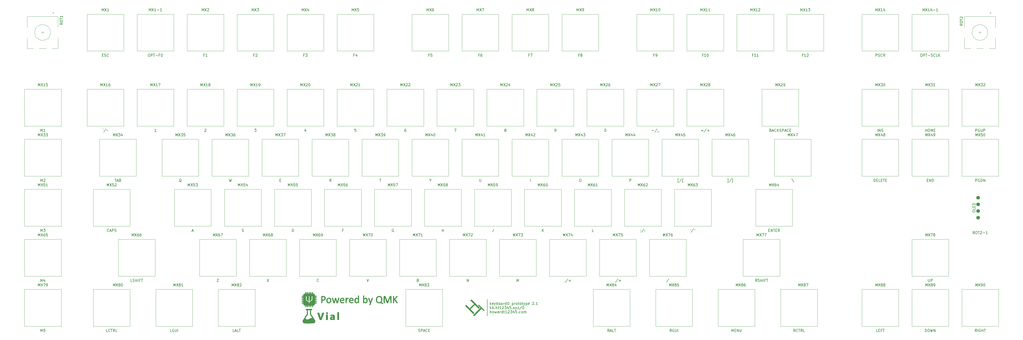
<source format=gbr>
%TF.GenerationSoftware,KiCad,Pcbnew,(6.0.0)*%
%TF.CreationDate,2022-03-06T17:01:47-05:00*%
%TF.ProjectId,keyboard0,6b657962-6f61-4726-9430-2e6b69636164,rev?*%
%TF.SameCoordinates,Original*%
%TF.FileFunction,Legend,Top*%
%TF.FilePolarity,Positive*%
%FSLAX46Y46*%
G04 Gerber Fmt 4.6, Leading zero omitted, Abs format (unit mm)*
G04 Created by KiCad (PCBNEW (6.0.0)) date 2022-03-06 17:01:47*
%MOMM*%
%LPD*%
G01*
G04 APERTURE LIST*
%ADD10C,0.150000*%
%ADD11C,0.120000*%
%ADD12C,0.010000*%
%ADD13C,1.397000*%
G04 APERTURE END LIST*
D10*
X200592399Y-204408754D02*
X200592399Y-203408754D01*
X201020970Y-204408754D02*
X201020970Y-203884945D01*
X200973351Y-203789707D01*
X200878113Y-203742088D01*
X200735256Y-203742088D01*
X200640018Y-203789707D01*
X200592399Y-203837326D01*
X201640018Y-204408754D02*
X201544780Y-204361135D01*
X201497161Y-204313516D01*
X201449542Y-204218278D01*
X201449542Y-203932564D01*
X201497161Y-203837326D01*
X201544780Y-203789707D01*
X201640018Y-203742088D01*
X201782875Y-203742088D01*
X201878113Y-203789707D01*
X201925732Y-203837326D01*
X201973351Y-203932564D01*
X201973351Y-204218278D01*
X201925732Y-204313516D01*
X201878113Y-204361135D01*
X201782875Y-204408754D01*
X201640018Y-204408754D01*
X202306684Y-203742088D02*
X202497161Y-204408754D01*
X202687637Y-203932564D01*
X202878113Y-204408754D01*
X203068589Y-203742088D01*
X203878113Y-204408754D02*
X203878113Y-203884945D01*
X203830494Y-203789707D01*
X203735256Y-203742088D01*
X203544780Y-203742088D01*
X203449542Y-203789707D01*
X203878113Y-204361135D02*
X203782875Y-204408754D01*
X203544780Y-204408754D01*
X203449542Y-204361135D01*
X203401923Y-204265897D01*
X203401923Y-204170659D01*
X203449542Y-204075421D01*
X203544780Y-204027802D01*
X203782875Y-204027802D01*
X203878113Y-203980183D01*
X204354304Y-204408754D02*
X204354304Y-203742088D01*
X204354304Y-203932564D02*
X204401923Y-203837326D01*
X204449542Y-203789707D01*
X204544780Y-203742088D01*
X204640018Y-203742088D01*
X205401923Y-204408754D02*
X205401923Y-203408754D01*
X205401923Y-204361135D02*
X205306684Y-204408754D01*
X205116208Y-204408754D01*
X205020970Y-204361135D01*
X204973351Y-204313516D01*
X204925732Y-204218278D01*
X204925732Y-203932564D01*
X204973351Y-203837326D01*
X205020970Y-203789707D01*
X205116208Y-203742088D01*
X205306684Y-203742088D01*
X205401923Y-203789707D01*
X205735256Y-203742088D02*
X206116208Y-203742088D01*
X205878113Y-203408754D02*
X205878113Y-204265897D01*
X205925732Y-204361135D01*
X206020970Y-204408754D01*
X206116208Y-204408754D01*
X206973351Y-204408754D02*
X206401923Y-204408754D01*
X206687637Y-204408754D02*
X206687637Y-203408754D01*
X206592399Y-203551612D01*
X206497161Y-203646850D01*
X206401923Y-203694469D01*
X207354304Y-203503993D02*
X207401923Y-203456374D01*
X207497161Y-203408754D01*
X207735256Y-203408754D01*
X207830494Y-203456374D01*
X207878113Y-203503993D01*
X207925732Y-203599231D01*
X207925732Y-203694469D01*
X207878113Y-203837326D01*
X207306684Y-204408754D01*
X207925732Y-204408754D01*
X208259065Y-203408754D02*
X208878113Y-203408754D01*
X208544780Y-203789707D01*
X208687637Y-203789707D01*
X208782875Y-203837326D01*
X208830494Y-203884945D01*
X208878113Y-203980183D01*
X208878113Y-204218278D01*
X208830494Y-204313516D01*
X208782875Y-204361135D01*
X208687637Y-204408754D01*
X208401923Y-204408754D01*
X208306684Y-204361135D01*
X208259065Y-204313516D01*
X209735256Y-203742088D02*
X209735256Y-204408754D01*
X209497161Y-203361135D02*
X209259065Y-204075421D01*
X209878113Y-204075421D01*
X210735256Y-203408754D02*
X210259065Y-203408754D01*
X210211446Y-203884945D01*
X210259065Y-203837326D01*
X210354304Y-203789707D01*
X210592399Y-203789707D01*
X210687637Y-203837326D01*
X210735256Y-203884945D01*
X210782875Y-203980183D01*
X210782875Y-204218278D01*
X210735256Y-204313516D01*
X210687637Y-204361135D01*
X210592399Y-204408754D01*
X210354304Y-204408754D01*
X210259065Y-204361135D01*
X210211446Y-204313516D01*
X211211446Y-204313516D02*
X211259065Y-204361135D01*
X211211446Y-204408754D01*
X211163827Y-204361135D01*
X211211446Y-204313516D01*
X211211446Y-204408754D01*
X212116208Y-204361135D02*
X212020970Y-204408754D01*
X211830494Y-204408754D01*
X211735256Y-204361135D01*
X211687637Y-204313516D01*
X211640018Y-204218278D01*
X211640018Y-203932564D01*
X211687637Y-203837326D01*
X211735256Y-203789707D01*
X211830494Y-203742088D01*
X212020970Y-203742088D01*
X212116208Y-203789707D01*
X212687637Y-204408754D02*
X212592399Y-204361135D01*
X212544780Y-204313516D01*
X212497161Y-204218278D01*
X212497161Y-203932564D01*
X212544780Y-203837326D01*
X212592399Y-203789707D01*
X212687637Y-203742088D01*
X212830494Y-203742088D01*
X212925732Y-203789707D01*
X212973351Y-203837326D01*
X213020970Y-203932564D01*
X213020970Y-204218278D01*
X212973351Y-204313516D01*
X212925732Y-204361135D01*
X212830494Y-204408754D01*
X212687637Y-204408754D01*
X213449542Y-204408754D02*
X213449542Y-203742088D01*
X213449542Y-203837326D02*
X213497161Y-203789707D01*
X213592399Y-203742088D01*
X213735256Y-203742088D01*
X213830494Y-203789707D01*
X213878113Y-203884945D01*
X213878113Y-204408754D01*
X213878113Y-203884945D02*
X213925732Y-203789707D01*
X214020970Y-203742088D01*
X214163827Y-203742088D01*
X214259065Y-203789707D01*
X214306684Y-203884945D01*
X214306684Y-204408754D01*
X200592399Y-202821354D02*
X200592399Y-201821354D01*
X200687637Y-202440402D02*
X200973351Y-202821354D01*
X200973351Y-202154688D02*
X200592399Y-202535640D01*
X201401923Y-202821354D02*
X201401923Y-201821354D01*
X201401923Y-202202307D02*
X201497161Y-202154688D01*
X201687637Y-202154688D01*
X201782875Y-202202307D01*
X201830494Y-202249926D01*
X201878113Y-202345164D01*
X201878113Y-202630878D01*
X201830494Y-202726116D01*
X201782875Y-202773735D01*
X201687637Y-202821354D01*
X201497161Y-202821354D01*
X201401923Y-202773735D01*
X202306684Y-202726116D02*
X202354304Y-202773735D01*
X202306684Y-202821354D01*
X202259065Y-202773735D01*
X202306684Y-202726116D01*
X202306684Y-202821354D01*
X202782875Y-202821354D02*
X202782875Y-201821354D01*
X203211446Y-202821354D02*
X203211446Y-202297545D01*
X203163827Y-202202307D01*
X203068589Y-202154688D01*
X202925732Y-202154688D01*
X202830494Y-202202307D01*
X202782875Y-202249926D01*
X203544780Y-202154688D02*
X203925732Y-202154688D01*
X203687637Y-201821354D02*
X203687637Y-202678497D01*
X203735256Y-202773735D01*
X203830494Y-202821354D01*
X203925732Y-202821354D01*
X204782875Y-202821354D02*
X204211446Y-202821354D01*
X204497161Y-202821354D02*
X204497161Y-201821354D01*
X204401923Y-201964212D01*
X204306684Y-202059450D01*
X204211446Y-202107069D01*
X205163827Y-201916593D02*
X205211446Y-201868974D01*
X205306684Y-201821354D01*
X205544780Y-201821354D01*
X205640018Y-201868974D01*
X205687637Y-201916593D01*
X205735256Y-202011831D01*
X205735256Y-202107069D01*
X205687637Y-202249926D01*
X205116208Y-202821354D01*
X205735256Y-202821354D01*
X206068589Y-201821354D02*
X206687637Y-201821354D01*
X206354304Y-202202307D01*
X206497161Y-202202307D01*
X206592399Y-202249926D01*
X206640018Y-202297545D01*
X206687637Y-202392783D01*
X206687637Y-202630878D01*
X206640018Y-202726116D01*
X206592399Y-202773735D01*
X206497161Y-202821354D01*
X206211446Y-202821354D01*
X206116208Y-202773735D01*
X206068589Y-202726116D01*
X207544780Y-202154688D02*
X207544780Y-202821354D01*
X207306684Y-201773735D02*
X207068589Y-202488021D01*
X207687637Y-202488021D01*
X208544780Y-201821354D02*
X208068589Y-201821354D01*
X208020970Y-202297545D01*
X208068589Y-202249926D01*
X208163827Y-202202307D01*
X208401923Y-202202307D01*
X208497161Y-202249926D01*
X208544780Y-202297545D01*
X208592399Y-202392783D01*
X208592399Y-202630878D01*
X208544780Y-202726116D01*
X208497161Y-202773735D01*
X208401923Y-202821354D01*
X208163827Y-202821354D01*
X208068589Y-202773735D01*
X208020970Y-202726116D01*
X209020970Y-202726116D02*
X209068589Y-202773735D01*
X209020970Y-202821354D01*
X208973351Y-202773735D01*
X209020970Y-202726116D01*
X209020970Y-202821354D01*
X209401923Y-202821354D02*
X209925732Y-202154688D01*
X209401923Y-202154688D02*
X209925732Y-202821354D01*
X210211446Y-202154688D02*
X210449542Y-202821354D01*
X210687637Y-202154688D02*
X210449542Y-202821354D01*
X210354304Y-203059450D01*
X210306684Y-203107069D01*
X210211446Y-203154688D01*
X210973351Y-202154688D02*
X211497161Y-202154688D01*
X210973351Y-202821354D01*
X211497161Y-202821354D01*
X212592399Y-201773735D02*
X211735256Y-203059450D01*
X213116208Y-201821354D02*
X213211446Y-201821354D01*
X213306684Y-201868974D01*
X213354304Y-201916593D01*
X213401923Y-202011831D01*
X213449542Y-202202307D01*
X213449542Y-202440402D01*
X213401923Y-202630878D01*
X213354304Y-202726116D01*
X213306684Y-202773735D01*
X213211446Y-202821354D01*
X213116208Y-202821354D01*
X213020970Y-202773735D01*
X212973351Y-202726116D01*
X212925732Y-202630878D01*
X212878113Y-202440402D01*
X212878113Y-202202307D01*
X212925732Y-202011831D01*
X212973351Y-201916593D01*
X213020970Y-201868974D01*
X213116208Y-201821354D01*
X200592399Y-201233954D02*
X200592399Y-200233954D01*
X200687637Y-200853002D02*
X200973351Y-201233954D01*
X200973351Y-200567288D02*
X200592399Y-200948240D01*
X201782875Y-201186335D02*
X201687637Y-201233954D01*
X201497161Y-201233954D01*
X201401923Y-201186335D01*
X201354304Y-201091097D01*
X201354304Y-200710145D01*
X201401923Y-200614907D01*
X201497161Y-200567288D01*
X201687637Y-200567288D01*
X201782875Y-200614907D01*
X201830494Y-200710145D01*
X201830494Y-200805383D01*
X201354304Y-200900621D01*
X202163827Y-200567288D02*
X202401923Y-201233954D01*
X202640018Y-200567288D02*
X202401923Y-201233954D01*
X202306684Y-201472050D01*
X202259065Y-201519669D01*
X202163827Y-201567288D01*
X203020970Y-201233954D02*
X203020970Y-200233954D01*
X203020970Y-200614907D02*
X203116208Y-200567288D01*
X203306684Y-200567288D01*
X203401923Y-200614907D01*
X203449542Y-200662526D01*
X203497161Y-200757764D01*
X203497161Y-201043478D01*
X203449542Y-201138716D01*
X203401923Y-201186335D01*
X203306684Y-201233954D01*
X203116208Y-201233954D01*
X203020970Y-201186335D01*
X204068589Y-201233954D02*
X203973351Y-201186335D01*
X203925732Y-201138716D01*
X203878113Y-201043478D01*
X203878113Y-200757764D01*
X203925732Y-200662526D01*
X203973351Y-200614907D01*
X204068589Y-200567288D01*
X204211446Y-200567288D01*
X204306684Y-200614907D01*
X204354304Y-200662526D01*
X204401923Y-200757764D01*
X204401923Y-201043478D01*
X204354304Y-201138716D01*
X204306684Y-201186335D01*
X204211446Y-201233954D01*
X204068589Y-201233954D01*
X205259065Y-201233954D02*
X205259065Y-200710145D01*
X205211446Y-200614907D01*
X205116208Y-200567288D01*
X204925732Y-200567288D01*
X204830494Y-200614907D01*
X205259065Y-201186335D02*
X205163827Y-201233954D01*
X204925732Y-201233954D01*
X204830494Y-201186335D01*
X204782875Y-201091097D01*
X204782875Y-200995859D01*
X204830494Y-200900621D01*
X204925732Y-200853002D01*
X205163827Y-200853002D01*
X205259065Y-200805383D01*
X205735256Y-201233954D02*
X205735256Y-200567288D01*
X205735256Y-200757764D02*
X205782875Y-200662526D01*
X205830494Y-200614907D01*
X205925732Y-200567288D01*
X206020970Y-200567288D01*
X206782875Y-201233954D02*
X206782875Y-200233954D01*
X206782875Y-201186335D02*
X206687637Y-201233954D01*
X206497161Y-201233954D01*
X206401923Y-201186335D01*
X206354304Y-201138716D01*
X206306684Y-201043478D01*
X206306684Y-200757764D01*
X206354304Y-200662526D01*
X206401923Y-200614907D01*
X206497161Y-200567288D01*
X206687637Y-200567288D01*
X206782875Y-200614907D01*
X207449542Y-200233954D02*
X207544780Y-200233954D01*
X207640018Y-200281574D01*
X207687637Y-200329193D01*
X207735256Y-200424431D01*
X207782875Y-200614907D01*
X207782875Y-200853002D01*
X207735256Y-201043478D01*
X207687637Y-201138716D01*
X207640018Y-201186335D01*
X207544780Y-201233954D01*
X207449542Y-201233954D01*
X207354304Y-201186335D01*
X207306684Y-201138716D01*
X207259065Y-201043478D01*
X207211446Y-200853002D01*
X207211446Y-200614907D01*
X207259065Y-200424431D01*
X207306684Y-200329193D01*
X207354304Y-200281574D01*
X207449542Y-200233954D01*
X208973351Y-200567288D02*
X208973351Y-201567288D01*
X208973351Y-200614907D02*
X209068589Y-200567288D01*
X209259065Y-200567288D01*
X209354304Y-200614907D01*
X209401923Y-200662526D01*
X209449542Y-200757764D01*
X209449542Y-201043478D01*
X209401923Y-201138716D01*
X209354304Y-201186335D01*
X209259065Y-201233954D01*
X209068589Y-201233954D01*
X208973351Y-201186335D01*
X209878113Y-201233954D02*
X209878113Y-200567288D01*
X209878113Y-200757764D02*
X209925732Y-200662526D01*
X209973351Y-200614907D01*
X210068589Y-200567288D01*
X210163827Y-200567288D01*
X210640018Y-201233954D02*
X210544780Y-201186335D01*
X210497161Y-201138716D01*
X210449542Y-201043478D01*
X210449542Y-200757764D01*
X210497161Y-200662526D01*
X210544780Y-200614907D01*
X210640018Y-200567288D01*
X210782875Y-200567288D01*
X210878113Y-200614907D01*
X210925732Y-200662526D01*
X210973351Y-200757764D01*
X210973351Y-201043478D01*
X210925732Y-201138716D01*
X210878113Y-201186335D01*
X210782875Y-201233954D01*
X210640018Y-201233954D01*
X211259065Y-200567288D02*
X211640018Y-200567288D01*
X211401923Y-200233954D02*
X211401923Y-201091097D01*
X211449542Y-201186335D01*
X211544780Y-201233954D01*
X211640018Y-201233954D01*
X212116208Y-201233954D02*
X212020970Y-201186335D01*
X211973351Y-201138716D01*
X211925732Y-201043478D01*
X211925732Y-200757764D01*
X211973351Y-200662526D01*
X212020970Y-200614907D01*
X212116208Y-200567288D01*
X212259065Y-200567288D01*
X212354304Y-200614907D01*
X212401923Y-200662526D01*
X212449542Y-200757764D01*
X212449542Y-201043478D01*
X212401923Y-201138716D01*
X212354304Y-201186335D01*
X212259065Y-201233954D01*
X212116208Y-201233954D01*
X212735256Y-200567288D02*
X213116208Y-200567288D01*
X212878113Y-200233954D02*
X212878113Y-201091097D01*
X212925732Y-201186335D01*
X213020970Y-201233954D01*
X213116208Y-201233954D01*
X213354304Y-200567288D02*
X213592399Y-201233954D01*
X213830494Y-200567288D02*
X213592399Y-201233954D01*
X213497161Y-201472050D01*
X213449542Y-201519669D01*
X213354304Y-201567288D01*
X214211446Y-200567288D02*
X214211446Y-201567288D01*
X214211446Y-200614907D02*
X214306684Y-200567288D01*
X214497161Y-200567288D01*
X214592399Y-200614907D01*
X214640018Y-200662526D01*
X214687637Y-200757764D01*
X214687637Y-201043478D01*
X214640018Y-201138716D01*
X214592399Y-201186335D01*
X214497161Y-201233954D01*
X214306684Y-201233954D01*
X214211446Y-201186335D01*
X215497161Y-201186335D02*
X215401923Y-201233954D01*
X215211446Y-201233954D01*
X215116208Y-201186335D01*
X215068589Y-201091097D01*
X215068589Y-200710145D01*
X215116208Y-200614907D01*
X215211446Y-200567288D01*
X215401923Y-200567288D01*
X215497161Y-200614907D01*
X215544780Y-200710145D01*
X215544780Y-200805383D01*
X215068589Y-200900621D01*
X216687637Y-200329193D02*
X216735256Y-200281574D01*
X216830494Y-200233954D01*
X217068589Y-200233954D01*
X217163827Y-200281574D01*
X217211446Y-200329193D01*
X217259065Y-200424431D01*
X217259065Y-200519669D01*
X217211446Y-200662526D01*
X216640018Y-201233954D01*
X217259065Y-201233954D01*
X217687637Y-201138716D02*
X217735256Y-201186335D01*
X217687637Y-201233954D01*
X217640018Y-201186335D01*
X217687637Y-201138716D01*
X217687637Y-201233954D01*
X218687637Y-201233954D02*
X218116208Y-201233954D01*
X218401923Y-201233954D02*
X218401923Y-200233954D01*
X218306684Y-200376812D01*
X218211446Y-200472050D01*
X218116208Y-200519669D01*
X199463104Y-205543774D02*
X199463104Y-199194174D01*
%TO.C,MX83*%
X173645795Y-194183380D02*
X173645795Y-193183380D01*
X173979128Y-193897666D01*
X174312461Y-193183380D01*
X174312461Y-194183380D01*
X174693414Y-193183380D02*
X175360080Y-194183380D01*
X175360080Y-193183380D02*
X174693414Y-194183380D01*
X175883890Y-193611952D02*
X175788652Y-193564333D01*
X175741033Y-193516714D01*
X175693414Y-193421476D01*
X175693414Y-193373857D01*
X175741033Y-193278619D01*
X175788652Y-193231000D01*
X175883890Y-193183380D01*
X176074366Y-193183380D01*
X176169604Y-193231000D01*
X176217223Y-193278619D01*
X176264842Y-193373857D01*
X176264842Y-193421476D01*
X176217223Y-193516714D01*
X176169604Y-193564333D01*
X176074366Y-193611952D01*
X175883890Y-193611952D01*
X175788652Y-193659571D01*
X175741033Y-193707190D01*
X175693414Y-193802428D01*
X175693414Y-193992904D01*
X175741033Y-194088142D01*
X175788652Y-194135761D01*
X175883890Y-194183380D01*
X176074366Y-194183380D01*
X176169604Y-194135761D01*
X176217223Y-194088142D01*
X176264842Y-193992904D01*
X176264842Y-193802428D01*
X176217223Y-193707190D01*
X176169604Y-193659571D01*
X176074366Y-193611952D01*
X176598176Y-193183380D02*
X177217223Y-193183380D01*
X176883890Y-193564333D01*
X177026747Y-193564333D01*
X177121985Y-193611952D01*
X177169604Y-193659571D01*
X177217223Y-193754809D01*
X177217223Y-193992904D01*
X177169604Y-194088142D01*
X177121985Y-194135761D01*
X177026747Y-194183380D01*
X176741033Y-194183380D01*
X176645795Y-194135761D01*
X176598176Y-194088142D01*
X173241033Y-211460761D02*
X173383890Y-211508380D01*
X173621985Y-211508380D01*
X173717223Y-211460761D01*
X173764842Y-211413142D01*
X173812461Y-211317904D01*
X173812461Y-211222666D01*
X173764842Y-211127428D01*
X173717223Y-211079809D01*
X173621985Y-211032190D01*
X173431509Y-210984571D01*
X173336271Y-210936952D01*
X173288652Y-210889333D01*
X173241033Y-210794095D01*
X173241033Y-210698857D01*
X173288652Y-210603619D01*
X173336271Y-210556000D01*
X173431509Y-210508380D01*
X173669604Y-210508380D01*
X173812461Y-210556000D01*
X174241033Y-211508380D02*
X174241033Y-210508380D01*
X174621985Y-210508380D01*
X174717223Y-210556000D01*
X174764842Y-210603619D01*
X174812461Y-210698857D01*
X174812461Y-210841714D01*
X174764842Y-210936952D01*
X174717223Y-210984571D01*
X174621985Y-211032190D01*
X174241033Y-211032190D01*
X175193414Y-211222666D02*
X175669604Y-211222666D01*
X175098176Y-211508380D02*
X175431509Y-210508380D01*
X175764842Y-211508380D01*
X176669604Y-211413142D02*
X176621985Y-211460761D01*
X176479128Y-211508380D01*
X176383890Y-211508380D01*
X176241033Y-211460761D01*
X176145795Y-211365523D01*
X176098176Y-211270285D01*
X176050557Y-211079809D01*
X176050557Y-210936952D01*
X176098176Y-210746476D01*
X176145795Y-210651238D01*
X176241033Y-210556000D01*
X176383890Y-210508380D01*
X176479128Y-210508380D01*
X176621985Y-210556000D01*
X176669604Y-210603619D01*
X177098176Y-210984571D02*
X177431509Y-210984571D01*
X177574366Y-211508380D02*
X177098176Y-211508380D01*
X177098176Y-210508380D01*
X177574366Y-210508380D01*
%TO.C,MX64*%
X306987395Y-156085780D02*
X306987395Y-155085780D01*
X307320728Y-155800066D01*
X307654061Y-155085780D01*
X307654061Y-156085780D01*
X308035014Y-155085780D02*
X308701680Y-156085780D01*
X308701680Y-155085780D02*
X308035014Y-156085780D01*
X309511204Y-155085780D02*
X309320728Y-155085780D01*
X309225490Y-155133400D01*
X309177871Y-155181019D01*
X309082633Y-155323876D01*
X309035014Y-155514352D01*
X309035014Y-155895304D01*
X309082633Y-155990542D01*
X309130252Y-156038161D01*
X309225490Y-156085780D01*
X309415966Y-156085780D01*
X309511204Y-156038161D01*
X309558823Y-155990542D01*
X309606442Y-155895304D01*
X309606442Y-155657209D01*
X309558823Y-155561971D01*
X309511204Y-155514352D01*
X309415966Y-155466733D01*
X309225490Y-155466733D01*
X309130252Y-155514352D01*
X309082633Y-155561971D01*
X309035014Y-155657209D01*
X310463585Y-155419114D02*
X310463585Y-156085780D01*
X310225490Y-155038161D02*
X309987395Y-155752447D01*
X310606442Y-155752447D01*
X306677871Y-172886971D02*
X307011204Y-172886971D01*
X307154061Y-173410780D02*
X306677871Y-173410780D01*
X306677871Y-172410780D01*
X307154061Y-172410780D01*
X307582633Y-173410780D02*
X307582633Y-172410780D01*
X308154061Y-173410780D01*
X308154061Y-172410780D01*
X308487395Y-172410780D02*
X309058823Y-172410780D01*
X308773109Y-173410780D02*
X308773109Y-172410780D01*
X309392157Y-172886971D02*
X309725490Y-172886971D01*
X309868347Y-173410780D02*
X309392157Y-173410780D01*
X309392157Y-172410780D01*
X309868347Y-172410780D01*
X310868347Y-173410780D02*
X310535014Y-172934590D01*
X310296919Y-173410780D02*
X310296919Y-172410780D01*
X310677871Y-172410780D01*
X310773109Y-172458400D01*
X310820728Y-172506019D01*
X310868347Y-172601257D01*
X310868347Y-172744114D01*
X310820728Y-172839352D01*
X310773109Y-172886971D01*
X310677871Y-172934590D01*
X310296919Y-172934590D01*
%TO.C,MX52*%
X54590795Y-156085780D02*
X54590795Y-155085780D01*
X54924128Y-155800066D01*
X55257461Y-155085780D01*
X55257461Y-156085780D01*
X55638414Y-155085780D02*
X56305080Y-156085780D01*
X56305080Y-155085780D02*
X55638414Y-156085780D01*
X57162223Y-155085780D02*
X56686033Y-155085780D01*
X56638414Y-155561971D01*
X56686033Y-155514352D01*
X56781271Y-155466733D01*
X57019366Y-155466733D01*
X57114604Y-155514352D01*
X57162223Y-155561971D01*
X57209842Y-155657209D01*
X57209842Y-155895304D01*
X57162223Y-155990542D01*
X57114604Y-156038161D01*
X57019366Y-156085780D01*
X56781271Y-156085780D01*
X56686033Y-156038161D01*
X56638414Y-155990542D01*
X57590795Y-155181019D02*
X57638414Y-155133400D01*
X57733652Y-155085780D01*
X57971747Y-155085780D01*
X58066985Y-155133400D01*
X58114604Y-155181019D01*
X58162223Y-155276257D01*
X58162223Y-155371495D01*
X58114604Y-155514352D01*
X57543176Y-156085780D01*
X58162223Y-156085780D01*
X55257461Y-173315542D02*
X55209842Y-173363161D01*
X55066985Y-173410780D01*
X54971747Y-173410780D01*
X54828890Y-173363161D01*
X54733652Y-173267923D01*
X54686033Y-173172685D01*
X54638414Y-172982209D01*
X54638414Y-172839352D01*
X54686033Y-172648876D01*
X54733652Y-172553638D01*
X54828890Y-172458400D01*
X54971747Y-172410780D01*
X55066985Y-172410780D01*
X55209842Y-172458400D01*
X55257461Y-172506019D01*
X55638414Y-173125066D02*
X56114604Y-173125066D01*
X55543176Y-173410780D02*
X55876509Y-172410780D01*
X56209842Y-173410780D01*
X56543176Y-173410780D02*
X56543176Y-172410780D01*
X56924128Y-172410780D01*
X57019366Y-172458400D01*
X57066985Y-172506019D01*
X57114604Y-172601257D01*
X57114604Y-172744114D01*
X57066985Y-172839352D01*
X57019366Y-172886971D01*
X56924128Y-172934590D01*
X56543176Y-172934590D01*
X57495557Y-173363161D02*
X57638414Y-173410780D01*
X57876509Y-173410780D01*
X57971747Y-173363161D01*
X58019366Y-173315542D01*
X58066985Y-173220304D01*
X58066985Y-173125066D01*
X58019366Y-173029828D01*
X57971747Y-172982209D01*
X57876509Y-172934590D01*
X57686033Y-172886971D01*
X57590795Y-172839352D01*
X57543176Y-172791733D01*
X57495557Y-172696495D01*
X57495557Y-172601257D01*
X57543176Y-172506019D01*
X57590795Y-172458400D01*
X57686033Y-172410780D01*
X57924128Y-172410780D01*
X58066985Y-172458400D01*
%TO.C,MX63*%
X276033095Y-156085780D02*
X276033095Y-155085780D01*
X276366428Y-155800066D01*
X276699761Y-155085780D01*
X276699761Y-156085780D01*
X277080714Y-155085780D02*
X277747380Y-156085780D01*
X277747380Y-155085780D02*
X277080714Y-156085780D01*
X278556904Y-155085780D02*
X278366428Y-155085780D01*
X278271190Y-155133400D01*
X278223571Y-155181019D01*
X278128333Y-155323876D01*
X278080714Y-155514352D01*
X278080714Y-155895304D01*
X278128333Y-155990542D01*
X278175952Y-156038161D01*
X278271190Y-156085780D01*
X278461666Y-156085780D01*
X278556904Y-156038161D01*
X278604523Y-155990542D01*
X278652142Y-155895304D01*
X278652142Y-155657209D01*
X278604523Y-155561971D01*
X278556904Y-155514352D01*
X278461666Y-155466733D01*
X278271190Y-155466733D01*
X278175952Y-155514352D01*
X278128333Y-155561971D01*
X278080714Y-155657209D01*
X278985476Y-155085780D02*
X279604523Y-155085780D01*
X279271190Y-155466733D01*
X279414047Y-155466733D01*
X279509285Y-155514352D01*
X279556904Y-155561971D01*
X279604523Y-155657209D01*
X279604523Y-155895304D01*
X279556904Y-155990542D01*
X279509285Y-156038161D01*
X279414047Y-156085780D01*
X279128333Y-156085780D01*
X279033095Y-156038161D01*
X278985476Y-155990542D01*
X276937857Y-172410780D02*
X276842619Y-172601257D01*
X278080714Y-172363161D02*
X277223571Y-173648876D01*
X278366428Y-172410780D02*
X278366428Y-172601257D01*
X278747380Y-172410780D02*
X278747380Y-172601257D01*
%TO.C,MX14-1*%
X365419657Y-89414980D02*
X365419657Y-88414980D01*
X365752990Y-89129266D01*
X366086323Y-88414980D01*
X366086323Y-89414980D01*
X366467276Y-88414980D02*
X367133942Y-89414980D01*
X367133942Y-88414980D02*
X366467276Y-89414980D01*
X368038704Y-89414980D02*
X367467276Y-89414980D01*
X367752990Y-89414980D02*
X367752990Y-88414980D01*
X367657752Y-88557838D01*
X367562514Y-88653076D01*
X367467276Y-88700695D01*
X368895847Y-88748314D02*
X368895847Y-89414980D01*
X368657752Y-88367361D02*
X368419657Y-89081647D01*
X369038704Y-89081647D01*
X369419657Y-89034028D02*
X370181561Y-89034028D01*
X371181561Y-89414980D02*
X370610133Y-89414980D01*
X370895847Y-89414980D02*
X370895847Y-88414980D01*
X370800609Y-88557838D01*
X370705371Y-88653076D01*
X370610133Y-88700695D01*
X364800609Y-105739980D02*
X364991085Y-105739980D01*
X365086323Y-105787600D01*
X365181561Y-105882838D01*
X365229180Y-106073314D01*
X365229180Y-106406647D01*
X365181561Y-106597123D01*
X365086323Y-106692361D01*
X364991085Y-106739980D01*
X364800609Y-106739980D01*
X364705371Y-106692361D01*
X364610133Y-106597123D01*
X364562514Y-106406647D01*
X364562514Y-106073314D01*
X364610133Y-105882838D01*
X364705371Y-105787600D01*
X364800609Y-105739980D01*
X365657752Y-106739980D02*
X365657752Y-105739980D01*
X366038704Y-105739980D01*
X366133942Y-105787600D01*
X366181561Y-105835219D01*
X366229180Y-105930457D01*
X366229180Y-106073314D01*
X366181561Y-106168552D01*
X366133942Y-106216171D01*
X366038704Y-106263790D01*
X365657752Y-106263790D01*
X366514895Y-105739980D02*
X367086323Y-105739980D01*
X366800609Y-106739980D02*
X366800609Y-105739980D01*
X367419657Y-106359028D02*
X368181561Y-106359028D01*
X368610133Y-106692361D02*
X368752990Y-106739980D01*
X368991085Y-106739980D01*
X369086323Y-106692361D01*
X369133942Y-106644742D01*
X369181561Y-106549504D01*
X369181561Y-106454266D01*
X369133942Y-106359028D01*
X369086323Y-106311409D01*
X368991085Y-106263790D01*
X368800609Y-106216171D01*
X368705371Y-106168552D01*
X368657752Y-106120933D01*
X368610133Y-106025695D01*
X368610133Y-105930457D01*
X368657752Y-105835219D01*
X368705371Y-105787600D01*
X368800609Y-105739980D01*
X369038704Y-105739980D01*
X369181561Y-105787600D01*
X370181561Y-106644742D02*
X370133942Y-106692361D01*
X369991085Y-106739980D01*
X369895847Y-106739980D01*
X369752990Y-106692361D01*
X369657752Y-106597123D01*
X369610133Y-106501885D01*
X369562514Y-106311409D01*
X369562514Y-106168552D01*
X369610133Y-105978076D01*
X369657752Y-105882838D01*
X369752990Y-105787600D01*
X369895847Y-105739980D01*
X369991085Y-105739980D01*
X370133942Y-105787600D01*
X370181561Y-105835219D01*
X371086323Y-106739980D02*
X370610133Y-106739980D01*
X370610133Y-105739980D01*
X371419657Y-106739980D02*
X371419657Y-105739980D01*
X371991085Y-106739980D02*
X371562514Y-106168552D01*
X371991085Y-105739980D02*
X371419657Y-106311409D01*
%TO.C,MX1-1*%
X70639447Y-89414980D02*
X70639447Y-88414980D01*
X70972780Y-89129266D01*
X71306114Y-88414980D01*
X71306114Y-89414980D01*
X71687066Y-88414980D02*
X72353733Y-89414980D01*
X72353733Y-88414980D02*
X71687066Y-89414980D01*
X73258495Y-89414980D02*
X72687066Y-89414980D01*
X72972780Y-89414980D02*
X72972780Y-88414980D01*
X72877542Y-88557838D01*
X72782304Y-88653076D01*
X72687066Y-88700695D01*
X73687066Y-89034028D02*
X74448971Y-89034028D01*
X75448971Y-89414980D02*
X74877542Y-89414980D01*
X75163257Y-89414980D02*
X75163257Y-88414980D01*
X75068019Y-88557838D01*
X74972780Y-88653076D01*
X74877542Y-88700695D01*
X70520400Y-105739980D02*
X70710876Y-105739980D01*
X70806114Y-105787600D01*
X70901352Y-105882838D01*
X70948971Y-106073314D01*
X70948971Y-106406647D01*
X70901352Y-106597123D01*
X70806114Y-106692361D01*
X70710876Y-106739980D01*
X70520400Y-106739980D01*
X70425161Y-106692361D01*
X70329923Y-106597123D01*
X70282304Y-106406647D01*
X70282304Y-106073314D01*
X70329923Y-105882838D01*
X70425161Y-105787600D01*
X70520400Y-105739980D01*
X71377542Y-106739980D02*
X71377542Y-105739980D01*
X71758495Y-105739980D01*
X71853733Y-105787600D01*
X71901352Y-105835219D01*
X71948971Y-105930457D01*
X71948971Y-106073314D01*
X71901352Y-106168552D01*
X71853733Y-106216171D01*
X71758495Y-106263790D01*
X71377542Y-106263790D01*
X72234685Y-105739980D02*
X72806114Y-105739980D01*
X72520400Y-106739980D02*
X72520400Y-105739980D01*
X73139447Y-106359028D02*
X73901352Y-106359028D01*
X74710876Y-106216171D02*
X74377542Y-106216171D01*
X74377542Y-106739980D02*
X74377542Y-105739980D01*
X74853733Y-105739980D01*
X75425161Y-105739980D02*
X75520400Y-105739980D01*
X75615638Y-105787600D01*
X75663257Y-105835219D01*
X75710876Y-105930457D01*
X75758495Y-106120933D01*
X75758495Y-106359028D01*
X75710876Y-106549504D01*
X75663257Y-106644742D01*
X75615638Y-106692361D01*
X75520400Y-106739980D01*
X75425161Y-106739980D01*
X75329923Y-106692361D01*
X75282304Y-106644742D01*
X75234685Y-106549504D01*
X75187066Y-106359028D01*
X75187066Y-106120933D01*
X75234685Y-105930457D01*
X75282304Y-105835219D01*
X75329923Y-105787600D01*
X75425161Y-105739980D01*
%TO.C,MX51*%
X28398695Y-156085780D02*
X28398695Y-155085780D01*
X28732028Y-155800066D01*
X29065361Y-155085780D01*
X29065361Y-156085780D01*
X29446314Y-155085780D02*
X30112980Y-156085780D01*
X30112980Y-155085780D02*
X29446314Y-156085780D01*
X30970123Y-155085780D02*
X30493933Y-155085780D01*
X30446314Y-155561971D01*
X30493933Y-155514352D01*
X30589171Y-155466733D01*
X30827266Y-155466733D01*
X30922504Y-155514352D01*
X30970123Y-155561971D01*
X31017742Y-155657209D01*
X31017742Y-155895304D01*
X30970123Y-155990542D01*
X30922504Y-156038161D01*
X30827266Y-156085780D01*
X30589171Y-156085780D01*
X30493933Y-156038161D01*
X30446314Y-155990542D01*
X31970123Y-156085780D02*
X31398695Y-156085780D01*
X31684409Y-156085780D02*
X31684409Y-155085780D01*
X31589171Y-155228638D01*
X31493933Y-155323876D01*
X31398695Y-155371495D01*
X29351076Y-173410780D02*
X29351076Y-172410780D01*
X29684409Y-173125066D01*
X30017742Y-172410780D01*
X30017742Y-173410780D01*
X30398695Y-172410780D02*
X31017742Y-172410780D01*
X30684409Y-172791733D01*
X30827266Y-172791733D01*
X30922504Y-172839352D01*
X30970123Y-172886971D01*
X31017742Y-172982209D01*
X31017742Y-173220304D01*
X30970123Y-173315542D01*
X30922504Y-173363161D01*
X30827266Y-173410780D01*
X30541552Y-173410780D01*
X30446314Y-173363161D01*
X30398695Y-173315542D01*
%TO.C,MX77*%
X302225195Y-175134580D02*
X302225195Y-174134580D01*
X302558528Y-174848866D01*
X302891861Y-174134580D01*
X302891861Y-175134580D01*
X303272814Y-174134580D02*
X303939480Y-175134580D01*
X303939480Y-174134580D02*
X303272814Y-175134580D01*
X304225195Y-174134580D02*
X304891861Y-174134580D01*
X304463290Y-175134580D01*
X305177576Y-174134580D02*
X305844242Y-174134580D01*
X305415671Y-175134580D01*
X302249004Y-192459580D02*
X301915671Y-191983390D01*
X301677576Y-192459580D02*
X301677576Y-191459580D01*
X302058528Y-191459580D01*
X302153766Y-191507200D01*
X302201385Y-191554819D01*
X302249004Y-191650057D01*
X302249004Y-191792914D01*
X302201385Y-191888152D01*
X302153766Y-191935771D01*
X302058528Y-191983390D01*
X301677576Y-191983390D01*
X302629957Y-192411961D02*
X302772814Y-192459580D01*
X303010909Y-192459580D01*
X303106147Y-192411961D01*
X303153766Y-192364342D01*
X303201385Y-192269104D01*
X303201385Y-192173866D01*
X303153766Y-192078628D01*
X303106147Y-192031009D01*
X303010909Y-191983390D01*
X302820433Y-191935771D01*
X302725195Y-191888152D01*
X302677576Y-191840533D01*
X302629957Y-191745295D01*
X302629957Y-191650057D01*
X302677576Y-191554819D01*
X302725195Y-191507200D01*
X302820433Y-191459580D01*
X303058528Y-191459580D01*
X303201385Y-191507200D01*
X303629957Y-192459580D02*
X303629957Y-191459580D01*
X303629957Y-191935771D02*
X304201385Y-191935771D01*
X304201385Y-192459580D02*
X304201385Y-191459580D01*
X304677576Y-192459580D02*
X304677576Y-191459580D01*
X305487100Y-191935771D02*
X305153766Y-191935771D01*
X305153766Y-192459580D02*
X305153766Y-191459580D01*
X305629957Y-191459580D01*
X305868052Y-191459580D02*
X306439480Y-191459580D01*
X306153766Y-192459580D02*
X306153766Y-191459580D01*
%TO.C,ROT2-1*%
X385158933Y-174272680D02*
X384825600Y-173796490D01*
X384587504Y-174272680D02*
X384587504Y-173272680D01*
X384968457Y-173272680D01*
X385063695Y-173320300D01*
X385111314Y-173367919D01*
X385158933Y-173463157D01*
X385158933Y-173606014D01*
X385111314Y-173701252D01*
X385063695Y-173748871D01*
X384968457Y-173796490D01*
X384587504Y-173796490D01*
X385777980Y-173272680D02*
X385968457Y-173272680D01*
X386063695Y-173320300D01*
X386158933Y-173415538D01*
X386206552Y-173606014D01*
X386206552Y-173939347D01*
X386158933Y-174129823D01*
X386063695Y-174225061D01*
X385968457Y-174272680D01*
X385777980Y-174272680D01*
X385682742Y-174225061D01*
X385587504Y-174129823D01*
X385539885Y-173939347D01*
X385539885Y-173606014D01*
X385587504Y-173415538D01*
X385682742Y-173320300D01*
X385777980Y-173272680D01*
X386492266Y-173272680D02*
X387063695Y-173272680D01*
X386777980Y-174272680D02*
X386777980Y-173272680D01*
X387349409Y-173367919D02*
X387397028Y-173320300D01*
X387492266Y-173272680D01*
X387730361Y-173272680D01*
X387825600Y-173320300D01*
X387873219Y-173367919D01*
X387920838Y-173463157D01*
X387920838Y-173558395D01*
X387873219Y-173701252D01*
X387301790Y-174272680D01*
X387920838Y-174272680D01*
X388349409Y-173891728D02*
X389111314Y-173891728D01*
X390111314Y-174272680D02*
X389539885Y-174272680D01*
X389825600Y-174272680D02*
X389825600Y-173272680D01*
X389730361Y-173415538D01*
X389635123Y-173510776D01*
X389539885Y-173558395D01*
%TO.C,MX2*%
X90783485Y-89414980D02*
X90783485Y-88414980D01*
X91116819Y-89129266D01*
X91450152Y-88414980D01*
X91450152Y-89414980D01*
X91831104Y-88414980D02*
X92497771Y-89414980D01*
X92497771Y-88414980D02*
X91831104Y-89414980D01*
X92831104Y-88510219D02*
X92878723Y-88462600D01*
X92973961Y-88414980D01*
X93212057Y-88414980D01*
X93307295Y-88462600D01*
X93354914Y-88510219D01*
X93402533Y-88605457D01*
X93402533Y-88700695D01*
X93354914Y-88843552D01*
X92783485Y-89414980D01*
X93402533Y-89414980D01*
X91735866Y-106216171D02*
X91402533Y-106216171D01*
X91402533Y-106739980D02*
X91402533Y-105739980D01*
X91878723Y-105739980D01*
X92783485Y-106739980D02*
X92212057Y-106739980D01*
X92497771Y-106739980D02*
X92497771Y-105739980D01*
X92402533Y-105882838D01*
X92307295Y-105978076D01*
X92212057Y-106025695D01*
%TO.C,MX15*%
X28398695Y-117988180D02*
X28398695Y-116988180D01*
X28732028Y-117702466D01*
X29065361Y-116988180D01*
X29065361Y-117988180D01*
X29446314Y-116988180D02*
X30112980Y-117988180D01*
X30112980Y-116988180D02*
X29446314Y-117988180D01*
X31017742Y-117988180D02*
X30446314Y-117988180D01*
X30732028Y-117988180D02*
X30732028Y-116988180D01*
X30636790Y-117131038D01*
X30541552Y-117226276D01*
X30446314Y-117273895D01*
X31922504Y-116988180D02*
X31446314Y-116988180D01*
X31398695Y-117464371D01*
X31446314Y-117416752D01*
X31541552Y-117369133D01*
X31779647Y-117369133D01*
X31874885Y-117416752D01*
X31922504Y-117464371D01*
X31970123Y-117559609D01*
X31970123Y-117797704D01*
X31922504Y-117892942D01*
X31874885Y-117940561D01*
X31779647Y-117988180D01*
X31541552Y-117988180D01*
X31446314Y-117940561D01*
X31398695Y-117892942D01*
X29351076Y-135313180D02*
X29351076Y-134313180D01*
X29684409Y-135027466D01*
X30017742Y-134313180D01*
X30017742Y-135313180D01*
X31017742Y-135313180D02*
X30446314Y-135313180D01*
X30732028Y-135313180D02*
X30732028Y-134313180D01*
X30636790Y-134456038D01*
X30541552Y-134551276D01*
X30446314Y-134598895D01*
%TO.C,MX33*%
X28398695Y-137036980D02*
X28398695Y-136036980D01*
X28732028Y-136751266D01*
X29065361Y-136036980D01*
X29065361Y-137036980D01*
X29446314Y-136036980D02*
X30112980Y-137036980D01*
X30112980Y-136036980D02*
X29446314Y-137036980D01*
X30398695Y-136036980D02*
X31017742Y-136036980D01*
X30684409Y-136417933D01*
X30827266Y-136417933D01*
X30922504Y-136465552D01*
X30970123Y-136513171D01*
X31017742Y-136608409D01*
X31017742Y-136846504D01*
X30970123Y-136941742D01*
X30922504Y-136989361D01*
X30827266Y-137036980D01*
X30541552Y-137036980D01*
X30446314Y-136989361D01*
X30398695Y-136941742D01*
X31351076Y-136036980D02*
X31970123Y-136036980D01*
X31636790Y-136417933D01*
X31779647Y-136417933D01*
X31874885Y-136465552D01*
X31922504Y-136513171D01*
X31970123Y-136608409D01*
X31970123Y-136846504D01*
X31922504Y-136941742D01*
X31874885Y-136989361D01*
X31779647Y-137036980D01*
X31493933Y-137036980D01*
X31398695Y-136989361D01*
X31351076Y-136941742D01*
X29351076Y-154361980D02*
X29351076Y-153361980D01*
X29684409Y-154076266D01*
X30017742Y-153361980D01*
X30017742Y-154361980D01*
X30446314Y-153457219D02*
X30493933Y-153409600D01*
X30589171Y-153361980D01*
X30827266Y-153361980D01*
X30922504Y-153409600D01*
X30970123Y-153457219D01*
X31017742Y-153552457D01*
X31017742Y-153647695D01*
X30970123Y-153790552D01*
X30398695Y-154361980D01*
X31017742Y-154361980D01*
%TO.C,MX65*%
X28398695Y-175134580D02*
X28398695Y-174134580D01*
X28732028Y-174848866D01*
X29065361Y-174134580D01*
X29065361Y-175134580D01*
X29446314Y-174134580D02*
X30112980Y-175134580D01*
X30112980Y-174134580D02*
X29446314Y-175134580D01*
X30922504Y-174134580D02*
X30732028Y-174134580D01*
X30636790Y-174182200D01*
X30589171Y-174229819D01*
X30493933Y-174372676D01*
X30446314Y-174563152D01*
X30446314Y-174944104D01*
X30493933Y-175039342D01*
X30541552Y-175086961D01*
X30636790Y-175134580D01*
X30827266Y-175134580D01*
X30922504Y-175086961D01*
X30970123Y-175039342D01*
X31017742Y-174944104D01*
X31017742Y-174706009D01*
X30970123Y-174610771D01*
X30922504Y-174563152D01*
X30827266Y-174515533D01*
X30636790Y-174515533D01*
X30541552Y-174563152D01*
X30493933Y-174610771D01*
X30446314Y-174706009D01*
X31922504Y-174134580D02*
X31446314Y-174134580D01*
X31398695Y-174610771D01*
X31446314Y-174563152D01*
X31541552Y-174515533D01*
X31779647Y-174515533D01*
X31874885Y-174563152D01*
X31922504Y-174610771D01*
X31970123Y-174706009D01*
X31970123Y-174944104D01*
X31922504Y-175039342D01*
X31874885Y-175086961D01*
X31779647Y-175134580D01*
X31541552Y-175134580D01*
X31446314Y-175086961D01*
X31398695Y-175039342D01*
X29351076Y-192459580D02*
X29351076Y-191459580D01*
X29684409Y-192173866D01*
X30017742Y-191459580D01*
X30017742Y-192459580D01*
X30922504Y-191792914D02*
X30922504Y-192459580D01*
X30684409Y-191411961D02*
X30446314Y-192126247D01*
X31065361Y-192126247D01*
%TO.C,MX1*%
X52685885Y-89414980D02*
X52685885Y-88414980D01*
X53019219Y-89129266D01*
X53352552Y-88414980D01*
X53352552Y-89414980D01*
X53733504Y-88414980D02*
X54400171Y-89414980D01*
X54400171Y-88414980D02*
X53733504Y-89414980D01*
X55304933Y-89414980D02*
X54733504Y-89414980D01*
X55019219Y-89414980D02*
X55019219Y-88414980D01*
X54923980Y-88557838D01*
X54828742Y-88653076D01*
X54733504Y-88700695D01*
X52781123Y-106216171D02*
X53114457Y-106216171D01*
X53257314Y-106739980D02*
X52781123Y-106739980D01*
X52781123Y-105739980D01*
X53257314Y-105739980D01*
X53638266Y-106692361D02*
X53781123Y-106739980D01*
X54019219Y-106739980D01*
X54114457Y-106692361D01*
X54162076Y-106644742D01*
X54209695Y-106549504D01*
X54209695Y-106454266D01*
X54162076Y-106359028D01*
X54114457Y-106311409D01*
X54019219Y-106263790D01*
X53828742Y-106216171D01*
X53733504Y-106168552D01*
X53685885Y-106120933D01*
X53638266Y-106025695D01*
X53638266Y-105930457D01*
X53685885Y-105835219D01*
X53733504Y-105787600D01*
X53828742Y-105739980D01*
X54066838Y-105739980D01*
X54209695Y-105787600D01*
X55209695Y-106644742D02*
X55162076Y-106692361D01*
X55019219Y-106739980D01*
X54923980Y-106739980D01*
X54781123Y-106692361D01*
X54685885Y-106597123D01*
X54638266Y-106501885D01*
X54590647Y-106311409D01*
X54590647Y-106168552D01*
X54638266Y-105978076D01*
X54685885Y-105882838D01*
X54781123Y-105787600D01*
X54923980Y-105739980D01*
X55019219Y-105739980D01*
X55162076Y-105787600D01*
X55209695Y-105835219D01*
%TO.C,MX16*%
X52209695Y-117988180D02*
X52209695Y-116988180D01*
X52543028Y-117702466D01*
X52876361Y-116988180D01*
X52876361Y-117988180D01*
X53257314Y-116988180D02*
X53923980Y-117988180D01*
X53923980Y-116988180D02*
X53257314Y-117988180D01*
X54828742Y-117988180D02*
X54257314Y-117988180D01*
X54543028Y-117988180D02*
X54543028Y-116988180D01*
X54447790Y-117131038D01*
X54352552Y-117226276D01*
X54257314Y-117273895D01*
X55685885Y-116988180D02*
X55495409Y-116988180D01*
X55400171Y-117035800D01*
X55352552Y-117083419D01*
X55257314Y-117226276D01*
X55209695Y-117416752D01*
X55209695Y-117797704D01*
X55257314Y-117892942D01*
X55304933Y-117940561D01*
X55400171Y-117988180D01*
X55590647Y-117988180D01*
X55685885Y-117940561D01*
X55733504Y-117892942D01*
X55781123Y-117797704D01*
X55781123Y-117559609D01*
X55733504Y-117464371D01*
X55685885Y-117416752D01*
X55590647Y-117369133D01*
X55400171Y-117369133D01*
X55304933Y-117416752D01*
X55257314Y-117464371D01*
X55209695Y-117559609D01*
X52995409Y-134265561D02*
X53138266Y-134408419D01*
X54233504Y-134265561D02*
X53376361Y-135551276D01*
X54423980Y-134932228D02*
X54471600Y-134884609D01*
X54566838Y-134836990D01*
X54757314Y-134932228D01*
X54852552Y-134884609D01*
X54900171Y-134836990D01*
%TO.C,MX34*%
X56971895Y-137036980D02*
X56971895Y-136036980D01*
X57305228Y-136751266D01*
X57638561Y-136036980D01*
X57638561Y-137036980D01*
X58019514Y-136036980D02*
X58686180Y-137036980D01*
X58686180Y-136036980D02*
X58019514Y-137036980D01*
X58971895Y-136036980D02*
X59590942Y-136036980D01*
X59257609Y-136417933D01*
X59400466Y-136417933D01*
X59495704Y-136465552D01*
X59543323Y-136513171D01*
X59590942Y-136608409D01*
X59590942Y-136846504D01*
X59543323Y-136941742D01*
X59495704Y-136989361D01*
X59400466Y-137036980D01*
X59114752Y-137036980D01*
X59019514Y-136989361D01*
X58971895Y-136941742D01*
X60448085Y-136370314D02*
X60448085Y-137036980D01*
X60209990Y-135989361D02*
X59971895Y-136703647D01*
X60590942Y-136703647D01*
X57519514Y-153361980D02*
X58090942Y-153361980D01*
X57805228Y-154361980D02*
X57805228Y-153361980D01*
X58376657Y-154076266D02*
X58852847Y-154076266D01*
X58281419Y-154361980D02*
X58614752Y-153361980D01*
X58948085Y-154361980D01*
X59614752Y-153838171D02*
X59757609Y-153885790D01*
X59805228Y-153933409D01*
X59852847Y-154028647D01*
X59852847Y-154171504D01*
X59805228Y-154266742D01*
X59757609Y-154314361D01*
X59662371Y-154361980D01*
X59281419Y-154361980D01*
X59281419Y-153361980D01*
X59614752Y-153361980D01*
X59709990Y-153409600D01*
X59757609Y-153457219D01*
X59805228Y-153552457D01*
X59805228Y-153647695D01*
X59757609Y-153742933D01*
X59709990Y-153790552D01*
X59614752Y-153838171D01*
X59281419Y-153838171D01*
%TO.C,MX79*%
X28398695Y-194183380D02*
X28398695Y-193183380D01*
X28732028Y-193897666D01*
X29065361Y-193183380D01*
X29065361Y-194183380D01*
X29446314Y-193183380D02*
X30112980Y-194183380D01*
X30112980Y-193183380D02*
X29446314Y-194183380D01*
X30398695Y-193183380D02*
X31065361Y-193183380D01*
X30636790Y-194183380D01*
X31493933Y-194183380D02*
X31684409Y-194183380D01*
X31779647Y-194135761D01*
X31827266Y-194088142D01*
X31922504Y-193945285D01*
X31970123Y-193754809D01*
X31970123Y-193373857D01*
X31922504Y-193278619D01*
X31874885Y-193231000D01*
X31779647Y-193183380D01*
X31589171Y-193183380D01*
X31493933Y-193231000D01*
X31446314Y-193278619D01*
X31398695Y-193373857D01*
X31398695Y-193611952D01*
X31446314Y-193707190D01*
X31493933Y-193754809D01*
X31589171Y-193802428D01*
X31779647Y-193802428D01*
X31874885Y-193754809D01*
X31922504Y-193707190D01*
X31970123Y-193611952D01*
X29351076Y-211508380D02*
X29351076Y-210508380D01*
X29684409Y-211222666D01*
X30017742Y-210508380D01*
X30017742Y-211508380D01*
X30970123Y-210508380D02*
X30493933Y-210508380D01*
X30446314Y-210984571D01*
X30493933Y-210936952D01*
X30589171Y-210889333D01*
X30827266Y-210889333D01*
X30922504Y-210936952D01*
X30970123Y-210984571D01*
X31017742Y-211079809D01*
X31017742Y-211317904D01*
X30970123Y-211413142D01*
X30922504Y-211460761D01*
X30827266Y-211508380D01*
X30589171Y-211508380D01*
X30493933Y-211460761D01*
X30446314Y-211413142D01*
%TO.C,MX18*%
X90307295Y-117988180D02*
X90307295Y-116988180D01*
X90640628Y-117702466D01*
X90973961Y-116988180D01*
X90973961Y-117988180D01*
X91354914Y-116988180D02*
X92021580Y-117988180D01*
X92021580Y-116988180D02*
X91354914Y-117988180D01*
X92926342Y-117988180D02*
X92354914Y-117988180D01*
X92640628Y-117988180D02*
X92640628Y-116988180D01*
X92545390Y-117131038D01*
X92450152Y-117226276D01*
X92354914Y-117273895D01*
X93497771Y-117416752D02*
X93402533Y-117369133D01*
X93354914Y-117321514D01*
X93307295Y-117226276D01*
X93307295Y-117178657D01*
X93354914Y-117083419D01*
X93402533Y-117035800D01*
X93497771Y-116988180D01*
X93688247Y-116988180D01*
X93783485Y-117035800D01*
X93831104Y-117083419D01*
X93878723Y-117178657D01*
X93878723Y-117226276D01*
X93831104Y-117321514D01*
X93783485Y-117369133D01*
X93688247Y-117416752D01*
X93497771Y-117416752D01*
X93402533Y-117464371D01*
X93354914Y-117511990D01*
X93307295Y-117607228D01*
X93307295Y-117797704D01*
X93354914Y-117892942D01*
X93402533Y-117940561D01*
X93497771Y-117988180D01*
X93688247Y-117988180D01*
X93783485Y-117940561D01*
X93831104Y-117892942D01*
X93878723Y-117797704D01*
X93878723Y-117607228D01*
X93831104Y-117511990D01*
X93783485Y-117464371D01*
X93688247Y-117416752D01*
X91783485Y-134408419D02*
X91831104Y-134360800D01*
X91926342Y-134313180D01*
X92164438Y-134313180D01*
X92259676Y-134360800D01*
X92307295Y-134408419D01*
X92354914Y-134503657D01*
X92354914Y-134598895D01*
X92307295Y-134741752D01*
X91735866Y-135313180D01*
X92354914Y-135313180D01*
%TO.C,MX36*%
X99831695Y-137036980D02*
X99831695Y-136036980D01*
X100165028Y-136751266D01*
X100498361Y-136036980D01*
X100498361Y-137036980D01*
X100879314Y-136036980D02*
X101545980Y-137036980D01*
X101545980Y-136036980D02*
X100879314Y-137036980D01*
X101831695Y-136036980D02*
X102450742Y-136036980D01*
X102117409Y-136417933D01*
X102260266Y-136417933D01*
X102355504Y-136465552D01*
X102403123Y-136513171D01*
X102450742Y-136608409D01*
X102450742Y-136846504D01*
X102403123Y-136941742D01*
X102355504Y-136989361D01*
X102260266Y-137036980D01*
X101974552Y-137036980D01*
X101879314Y-136989361D01*
X101831695Y-136941742D01*
X103307885Y-136036980D02*
X103117409Y-136036980D01*
X103022171Y-136084600D01*
X102974552Y-136132219D01*
X102879314Y-136275076D01*
X102831695Y-136465552D01*
X102831695Y-136846504D01*
X102879314Y-136941742D01*
X102926933Y-136989361D01*
X103022171Y-137036980D01*
X103212647Y-137036980D01*
X103307885Y-136989361D01*
X103355504Y-136941742D01*
X103403123Y-136846504D01*
X103403123Y-136608409D01*
X103355504Y-136513171D01*
X103307885Y-136465552D01*
X103212647Y-136417933D01*
X103022171Y-136417933D01*
X102926933Y-136465552D01*
X102879314Y-136513171D01*
X102831695Y-136608409D01*
X101165028Y-153361980D02*
X101403123Y-154361980D01*
X101593600Y-153647695D01*
X101784076Y-154361980D01*
X102022171Y-153361980D01*
%TO.C,MX54*%
X104593895Y-156085780D02*
X104593895Y-155085780D01*
X104927228Y-155800066D01*
X105260561Y-155085780D01*
X105260561Y-156085780D01*
X105641514Y-155085780D02*
X106308180Y-156085780D01*
X106308180Y-155085780D02*
X105641514Y-156085780D01*
X107165323Y-155085780D02*
X106689133Y-155085780D01*
X106641514Y-155561971D01*
X106689133Y-155514352D01*
X106784371Y-155466733D01*
X107022466Y-155466733D01*
X107117704Y-155514352D01*
X107165323Y-155561971D01*
X107212942Y-155657209D01*
X107212942Y-155895304D01*
X107165323Y-155990542D01*
X107117704Y-156038161D01*
X107022466Y-156085780D01*
X106784371Y-156085780D01*
X106689133Y-156038161D01*
X106641514Y-155990542D01*
X108070085Y-155419114D02*
X108070085Y-156085780D01*
X107831990Y-155038161D02*
X107593895Y-155752447D01*
X108212942Y-155752447D01*
X106070085Y-173363161D02*
X106212942Y-173410780D01*
X106451038Y-173410780D01*
X106546276Y-173363161D01*
X106593895Y-173315542D01*
X106641514Y-173220304D01*
X106641514Y-173125066D01*
X106593895Y-173029828D01*
X106546276Y-172982209D01*
X106451038Y-172934590D01*
X106260561Y-172886971D01*
X106165323Y-172839352D01*
X106117704Y-172791733D01*
X106070085Y-172696495D01*
X106070085Y-172601257D01*
X106117704Y-172506019D01*
X106165323Y-172458400D01*
X106260561Y-172410780D01*
X106498657Y-172410780D01*
X106641514Y-172458400D01*
%TO.C,MX67*%
X95069495Y-175134580D02*
X95069495Y-174134580D01*
X95402828Y-174848866D01*
X95736161Y-174134580D01*
X95736161Y-175134580D01*
X96117114Y-174134580D02*
X96783780Y-175134580D01*
X96783780Y-174134580D02*
X96117114Y-175134580D01*
X97593304Y-174134580D02*
X97402828Y-174134580D01*
X97307590Y-174182200D01*
X97259971Y-174229819D01*
X97164733Y-174372676D01*
X97117114Y-174563152D01*
X97117114Y-174944104D01*
X97164733Y-175039342D01*
X97212352Y-175086961D01*
X97307590Y-175134580D01*
X97498066Y-175134580D01*
X97593304Y-175086961D01*
X97640923Y-175039342D01*
X97688542Y-174944104D01*
X97688542Y-174706009D01*
X97640923Y-174610771D01*
X97593304Y-174563152D01*
X97498066Y-174515533D01*
X97307590Y-174515533D01*
X97212352Y-174563152D01*
X97164733Y-174610771D01*
X97117114Y-174706009D01*
X98021876Y-174134580D02*
X98688542Y-174134580D01*
X98259971Y-175134580D01*
X96498066Y-191459580D02*
X97164733Y-191459580D01*
X96498066Y-192459580D01*
X97164733Y-192459580D01*
%TO.C,MX82*%
X102212795Y-194183380D02*
X102212795Y-193183380D01*
X102546128Y-193897666D01*
X102879461Y-193183380D01*
X102879461Y-194183380D01*
X103260414Y-193183380D02*
X103927080Y-194183380D01*
X103927080Y-193183380D02*
X103260414Y-194183380D01*
X104450890Y-193611952D02*
X104355652Y-193564333D01*
X104308033Y-193516714D01*
X104260414Y-193421476D01*
X104260414Y-193373857D01*
X104308033Y-193278619D01*
X104355652Y-193231000D01*
X104450890Y-193183380D01*
X104641366Y-193183380D01*
X104736604Y-193231000D01*
X104784223Y-193278619D01*
X104831842Y-193373857D01*
X104831842Y-193421476D01*
X104784223Y-193516714D01*
X104736604Y-193564333D01*
X104641366Y-193611952D01*
X104450890Y-193611952D01*
X104355652Y-193659571D01*
X104308033Y-193707190D01*
X104260414Y-193802428D01*
X104260414Y-193992904D01*
X104308033Y-194088142D01*
X104355652Y-194135761D01*
X104450890Y-194183380D01*
X104641366Y-194183380D01*
X104736604Y-194135761D01*
X104784223Y-194088142D01*
X104831842Y-193992904D01*
X104831842Y-193802428D01*
X104784223Y-193707190D01*
X104736604Y-193659571D01*
X104641366Y-193611952D01*
X105212795Y-193278619D02*
X105260414Y-193231000D01*
X105355652Y-193183380D01*
X105593747Y-193183380D01*
X105688985Y-193231000D01*
X105736604Y-193278619D01*
X105784223Y-193373857D01*
X105784223Y-193469095D01*
X105736604Y-193611952D01*
X105165176Y-194183380D01*
X105784223Y-194183380D01*
X103069938Y-211508380D02*
X102593747Y-211508380D01*
X102593747Y-210508380D01*
X103355652Y-211222666D02*
X103831842Y-211222666D01*
X103260414Y-211508380D02*
X103593747Y-210508380D01*
X103927080Y-211508380D01*
X104736604Y-211508380D02*
X104260414Y-211508380D01*
X104260414Y-210508380D01*
X104927080Y-210508380D02*
X105498509Y-210508380D01*
X105212795Y-211508380D02*
X105212795Y-210508380D01*
%TO.C,MX17*%
X71258495Y-117988180D02*
X71258495Y-116988180D01*
X71591828Y-117702466D01*
X71925161Y-116988180D01*
X71925161Y-117988180D01*
X72306114Y-116988180D02*
X72972780Y-117988180D01*
X72972780Y-116988180D02*
X72306114Y-117988180D01*
X73877542Y-117988180D02*
X73306114Y-117988180D01*
X73591828Y-117988180D02*
X73591828Y-116988180D01*
X73496590Y-117131038D01*
X73401352Y-117226276D01*
X73306114Y-117273895D01*
X74210876Y-116988180D02*
X74877542Y-116988180D01*
X74448971Y-117988180D01*
X73306114Y-135313180D02*
X72734685Y-135313180D01*
X73020400Y-135313180D02*
X73020400Y-134313180D01*
X72925161Y-134456038D01*
X72829923Y-134551276D01*
X72734685Y-134598895D01*
%TO.C,MX35*%
X80782895Y-137036980D02*
X80782895Y-136036980D01*
X81116228Y-136751266D01*
X81449561Y-136036980D01*
X81449561Y-137036980D01*
X81830514Y-136036980D02*
X82497180Y-137036980D01*
X82497180Y-136036980D02*
X81830514Y-137036980D01*
X82782895Y-136036980D02*
X83401942Y-136036980D01*
X83068609Y-136417933D01*
X83211466Y-136417933D01*
X83306704Y-136465552D01*
X83354323Y-136513171D01*
X83401942Y-136608409D01*
X83401942Y-136846504D01*
X83354323Y-136941742D01*
X83306704Y-136989361D01*
X83211466Y-137036980D01*
X82925752Y-137036980D01*
X82830514Y-136989361D01*
X82782895Y-136941742D01*
X84306704Y-136036980D02*
X83830514Y-136036980D01*
X83782895Y-136513171D01*
X83830514Y-136465552D01*
X83925752Y-136417933D01*
X84163847Y-136417933D01*
X84259085Y-136465552D01*
X84306704Y-136513171D01*
X84354323Y-136608409D01*
X84354323Y-136846504D01*
X84306704Y-136941742D01*
X84259085Y-136989361D01*
X84163847Y-137036980D01*
X83925752Y-137036980D01*
X83830514Y-136989361D01*
X83782895Y-136941742D01*
X82925752Y-154457219D02*
X82830514Y-154409600D01*
X82735276Y-154314361D01*
X82592419Y-154171504D01*
X82497180Y-154123885D01*
X82401942Y-154123885D01*
X82449561Y-154361980D02*
X82354323Y-154314361D01*
X82259085Y-154219123D01*
X82211466Y-154028647D01*
X82211466Y-153695314D01*
X82259085Y-153504838D01*
X82354323Y-153409600D01*
X82449561Y-153361980D01*
X82640038Y-153361980D01*
X82735276Y-153409600D01*
X82830514Y-153504838D01*
X82878133Y-153695314D01*
X82878133Y-154028647D01*
X82830514Y-154219123D01*
X82735276Y-154314361D01*
X82640038Y-154361980D01*
X82449561Y-154361980D01*
%TO.C,MX53*%
X85486795Y-156085780D02*
X85486795Y-155085780D01*
X85820128Y-155800066D01*
X86153461Y-155085780D01*
X86153461Y-156085780D01*
X86534414Y-155085780D02*
X87201080Y-156085780D01*
X87201080Y-155085780D02*
X86534414Y-156085780D01*
X88058223Y-155085780D02*
X87582033Y-155085780D01*
X87534414Y-155561971D01*
X87582033Y-155514352D01*
X87677271Y-155466733D01*
X87915366Y-155466733D01*
X88010604Y-155514352D01*
X88058223Y-155561971D01*
X88105842Y-155657209D01*
X88105842Y-155895304D01*
X88058223Y-155990542D01*
X88010604Y-156038161D01*
X87915366Y-156085780D01*
X87677271Y-156085780D01*
X87582033Y-156038161D01*
X87534414Y-155990542D01*
X88439176Y-155085780D02*
X89058223Y-155085780D01*
X88724890Y-155466733D01*
X88867747Y-155466733D01*
X88962985Y-155514352D01*
X89010604Y-155561971D01*
X89058223Y-155657209D01*
X89058223Y-155895304D01*
X89010604Y-155990542D01*
X88962985Y-156038161D01*
X88867747Y-156085780D01*
X88582033Y-156085780D01*
X88486795Y-156038161D01*
X88439176Y-155990542D01*
X87010604Y-173125066D02*
X87486795Y-173125066D01*
X86915366Y-173410780D02*
X87248700Y-172410780D01*
X87582033Y-173410780D01*
%TO.C,MX66*%
X64115195Y-175134580D02*
X64115195Y-174134580D01*
X64448528Y-174848866D01*
X64781861Y-174134580D01*
X64781861Y-175134580D01*
X65162814Y-174134580D02*
X65829480Y-175134580D01*
X65829480Y-174134580D02*
X65162814Y-175134580D01*
X66639004Y-174134580D02*
X66448528Y-174134580D01*
X66353290Y-174182200D01*
X66305671Y-174229819D01*
X66210433Y-174372676D01*
X66162814Y-174563152D01*
X66162814Y-174944104D01*
X66210433Y-175039342D01*
X66258052Y-175086961D01*
X66353290Y-175134580D01*
X66543766Y-175134580D01*
X66639004Y-175086961D01*
X66686623Y-175039342D01*
X66734242Y-174944104D01*
X66734242Y-174706009D01*
X66686623Y-174610771D01*
X66639004Y-174563152D01*
X66543766Y-174515533D01*
X66353290Y-174515533D01*
X66258052Y-174563152D01*
X66210433Y-174610771D01*
X66162814Y-174706009D01*
X67591385Y-174134580D02*
X67400909Y-174134580D01*
X67305671Y-174182200D01*
X67258052Y-174229819D01*
X67162814Y-174372676D01*
X67115195Y-174563152D01*
X67115195Y-174944104D01*
X67162814Y-175039342D01*
X67210433Y-175086961D01*
X67305671Y-175134580D01*
X67496147Y-175134580D01*
X67591385Y-175086961D01*
X67639004Y-175039342D01*
X67686623Y-174944104D01*
X67686623Y-174706009D01*
X67639004Y-174610771D01*
X67591385Y-174563152D01*
X67496147Y-174515533D01*
X67305671Y-174515533D01*
X67210433Y-174563152D01*
X67162814Y-174610771D01*
X67115195Y-174706009D01*
X64139004Y-192459580D02*
X63662814Y-192459580D01*
X63662814Y-191459580D01*
X64424719Y-192411961D02*
X64567576Y-192459580D01*
X64805671Y-192459580D01*
X64900909Y-192411961D01*
X64948528Y-192364342D01*
X64996147Y-192269104D01*
X64996147Y-192173866D01*
X64948528Y-192078628D01*
X64900909Y-192031009D01*
X64805671Y-191983390D01*
X64615195Y-191935771D01*
X64519957Y-191888152D01*
X64472338Y-191840533D01*
X64424719Y-191745295D01*
X64424719Y-191650057D01*
X64472338Y-191554819D01*
X64519957Y-191507200D01*
X64615195Y-191459580D01*
X64853290Y-191459580D01*
X64996147Y-191507200D01*
X65424719Y-192459580D02*
X65424719Y-191459580D01*
X65424719Y-191935771D02*
X65996147Y-191935771D01*
X65996147Y-192459580D02*
X65996147Y-191459580D01*
X66472338Y-192459580D02*
X66472338Y-191459580D01*
X67281861Y-191935771D02*
X66948528Y-191935771D01*
X66948528Y-192459580D02*
X66948528Y-191459580D01*
X67424719Y-191459580D01*
X67662814Y-191459580D02*
X68234242Y-191459580D01*
X67948528Y-192459580D02*
X67948528Y-191459580D01*
%TO.C,MX81*%
X79989195Y-194183380D02*
X79989195Y-193183380D01*
X80322528Y-193897666D01*
X80655861Y-193183380D01*
X80655861Y-194183380D01*
X81036814Y-193183380D02*
X81703480Y-194183380D01*
X81703480Y-193183380D02*
X81036814Y-194183380D01*
X82227290Y-193611952D02*
X82132052Y-193564333D01*
X82084433Y-193516714D01*
X82036814Y-193421476D01*
X82036814Y-193373857D01*
X82084433Y-193278619D01*
X82132052Y-193231000D01*
X82227290Y-193183380D01*
X82417766Y-193183380D01*
X82513004Y-193231000D01*
X82560623Y-193278619D01*
X82608242Y-193373857D01*
X82608242Y-193421476D01*
X82560623Y-193516714D01*
X82513004Y-193564333D01*
X82417766Y-193611952D01*
X82227290Y-193611952D01*
X82132052Y-193659571D01*
X82084433Y-193707190D01*
X82036814Y-193802428D01*
X82036814Y-193992904D01*
X82084433Y-194088142D01*
X82132052Y-194135761D01*
X82227290Y-194183380D01*
X82417766Y-194183380D01*
X82513004Y-194135761D01*
X82560623Y-194088142D01*
X82608242Y-193992904D01*
X82608242Y-193802428D01*
X82560623Y-193707190D01*
X82513004Y-193659571D01*
X82417766Y-193611952D01*
X83560623Y-194183380D02*
X82989195Y-194183380D01*
X83274909Y-194183380D02*
X83274909Y-193183380D01*
X83179671Y-193326238D01*
X83084433Y-193421476D01*
X82989195Y-193469095D01*
X79211319Y-211508380D02*
X78735128Y-211508380D01*
X78735128Y-210508380D01*
X80068461Y-210556000D02*
X79973223Y-210508380D01*
X79830366Y-210508380D01*
X79687509Y-210556000D01*
X79592271Y-210651238D01*
X79544652Y-210746476D01*
X79497033Y-210936952D01*
X79497033Y-211079809D01*
X79544652Y-211270285D01*
X79592271Y-211365523D01*
X79687509Y-211460761D01*
X79830366Y-211508380D01*
X79925604Y-211508380D01*
X80068461Y-211460761D01*
X80116080Y-211413142D01*
X80116080Y-211079809D01*
X79925604Y-211079809D01*
X80544652Y-210508380D02*
X80544652Y-211317904D01*
X80592271Y-211413142D01*
X80639890Y-211460761D01*
X80735128Y-211508380D01*
X80925604Y-211508380D01*
X81020842Y-211460761D01*
X81068461Y-211413142D01*
X81116080Y-211317904D01*
X81116080Y-210508380D01*
X81592271Y-211508380D02*
X81592271Y-210508380D01*
%TO.C,MX3*%
X109832285Y-89414980D02*
X109832285Y-88414980D01*
X110165619Y-89129266D01*
X110498952Y-88414980D01*
X110498952Y-89414980D01*
X110879904Y-88414980D02*
X111546571Y-89414980D01*
X111546571Y-88414980D02*
X110879904Y-89414980D01*
X111832285Y-88414980D02*
X112451333Y-88414980D01*
X112118000Y-88795933D01*
X112260857Y-88795933D01*
X112356095Y-88843552D01*
X112403714Y-88891171D01*
X112451333Y-88986409D01*
X112451333Y-89224504D01*
X112403714Y-89319742D01*
X112356095Y-89367361D01*
X112260857Y-89414980D01*
X111975142Y-89414980D01*
X111879904Y-89367361D01*
X111832285Y-89319742D01*
X110784666Y-106216171D02*
X110451333Y-106216171D01*
X110451333Y-106739980D02*
X110451333Y-105739980D01*
X110927523Y-105739980D01*
X111260857Y-105835219D02*
X111308476Y-105787600D01*
X111403714Y-105739980D01*
X111641809Y-105739980D01*
X111737047Y-105787600D01*
X111784666Y-105835219D01*
X111832285Y-105930457D01*
X111832285Y-106025695D01*
X111784666Y-106168552D01*
X111213238Y-106739980D01*
X111832285Y-106739980D01*
%TO.C,MX37*%
X118880495Y-137036980D02*
X118880495Y-136036980D01*
X119213828Y-136751266D01*
X119547161Y-136036980D01*
X119547161Y-137036980D01*
X119928114Y-136036980D02*
X120594780Y-137036980D01*
X120594780Y-136036980D02*
X119928114Y-137036980D01*
X120880495Y-136036980D02*
X121499542Y-136036980D01*
X121166209Y-136417933D01*
X121309066Y-136417933D01*
X121404304Y-136465552D01*
X121451923Y-136513171D01*
X121499542Y-136608409D01*
X121499542Y-136846504D01*
X121451923Y-136941742D01*
X121404304Y-136989361D01*
X121309066Y-137036980D01*
X121023352Y-137036980D01*
X120928114Y-136989361D01*
X120880495Y-136941742D01*
X121832876Y-136036980D02*
X122499542Y-136036980D01*
X122070971Y-137036980D01*
X120428114Y-153838171D02*
X120761447Y-153838171D01*
X120904304Y-154361980D02*
X120428114Y-154361980D01*
X120428114Y-153361980D01*
X120904304Y-153361980D01*
%TO.C,MX55*%
X123642695Y-156085780D02*
X123642695Y-155085780D01*
X123976028Y-155800066D01*
X124309361Y-155085780D01*
X124309361Y-156085780D01*
X124690314Y-155085780D02*
X125356980Y-156085780D01*
X125356980Y-155085780D02*
X124690314Y-156085780D01*
X126214123Y-155085780D02*
X125737933Y-155085780D01*
X125690314Y-155561971D01*
X125737933Y-155514352D01*
X125833171Y-155466733D01*
X126071266Y-155466733D01*
X126166504Y-155514352D01*
X126214123Y-155561971D01*
X126261742Y-155657209D01*
X126261742Y-155895304D01*
X126214123Y-155990542D01*
X126166504Y-156038161D01*
X126071266Y-156085780D01*
X125833171Y-156085780D01*
X125737933Y-156038161D01*
X125690314Y-155990542D01*
X127166504Y-155085780D02*
X126690314Y-155085780D01*
X126642695Y-155561971D01*
X126690314Y-155514352D01*
X126785552Y-155466733D01*
X127023647Y-155466733D01*
X127118885Y-155514352D01*
X127166504Y-155561971D01*
X127214123Y-155657209D01*
X127214123Y-155895304D01*
X127166504Y-155990542D01*
X127118885Y-156038161D01*
X127023647Y-156085780D01*
X126785552Y-156085780D01*
X126690314Y-156038161D01*
X126642695Y-155990542D01*
X125142695Y-173410780D02*
X125142695Y-172410780D01*
X125380790Y-172410780D01*
X125523647Y-172458400D01*
X125618885Y-172553638D01*
X125666504Y-172648876D01*
X125714123Y-172839352D01*
X125714123Y-172982209D01*
X125666504Y-173172685D01*
X125618885Y-173267923D01*
X125523647Y-173363161D01*
X125380790Y-173410780D01*
X125142695Y-173410780D01*
%TO.C,MX68*%
X114118295Y-175134580D02*
X114118295Y-174134580D01*
X114451628Y-174848866D01*
X114784961Y-174134580D01*
X114784961Y-175134580D01*
X115165914Y-174134580D02*
X115832580Y-175134580D01*
X115832580Y-174134580D02*
X115165914Y-175134580D01*
X116642104Y-174134580D02*
X116451628Y-174134580D01*
X116356390Y-174182200D01*
X116308771Y-174229819D01*
X116213533Y-174372676D01*
X116165914Y-174563152D01*
X116165914Y-174944104D01*
X116213533Y-175039342D01*
X116261152Y-175086961D01*
X116356390Y-175134580D01*
X116546866Y-175134580D01*
X116642104Y-175086961D01*
X116689723Y-175039342D01*
X116737342Y-174944104D01*
X116737342Y-174706009D01*
X116689723Y-174610771D01*
X116642104Y-174563152D01*
X116546866Y-174515533D01*
X116356390Y-174515533D01*
X116261152Y-174563152D01*
X116213533Y-174610771D01*
X116165914Y-174706009D01*
X117308771Y-174563152D02*
X117213533Y-174515533D01*
X117165914Y-174467914D01*
X117118295Y-174372676D01*
X117118295Y-174325057D01*
X117165914Y-174229819D01*
X117213533Y-174182200D01*
X117308771Y-174134580D01*
X117499247Y-174134580D01*
X117594485Y-174182200D01*
X117642104Y-174229819D01*
X117689723Y-174325057D01*
X117689723Y-174372676D01*
X117642104Y-174467914D01*
X117594485Y-174515533D01*
X117499247Y-174563152D01*
X117308771Y-174563152D01*
X117213533Y-174610771D01*
X117165914Y-174658390D01*
X117118295Y-174753628D01*
X117118295Y-174944104D01*
X117165914Y-175039342D01*
X117213533Y-175086961D01*
X117308771Y-175134580D01*
X117499247Y-175134580D01*
X117594485Y-175086961D01*
X117642104Y-175039342D01*
X117689723Y-174944104D01*
X117689723Y-174753628D01*
X117642104Y-174658390D01*
X117594485Y-174610771D01*
X117499247Y-174563152D01*
X115546866Y-191459580D02*
X116213533Y-192459580D01*
X116213533Y-191459580D02*
X115546866Y-192459580D01*
%TO.C,MX70*%
X152215895Y-175134580D02*
X152215895Y-174134580D01*
X152549228Y-174848866D01*
X152882561Y-174134580D01*
X152882561Y-175134580D01*
X153263514Y-174134580D02*
X153930180Y-175134580D01*
X153930180Y-174134580D02*
X153263514Y-175134580D01*
X154215895Y-174134580D02*
X154882561Y-174134580D01*
X154453990Y-175134580D01*
X155453990Y-174134580D02*
X155549228Y-174134580D01*
X155644466Y-174182200D01*
X155692085Y-174229819D01*
X155739704Y-174325057D01*
X155787323Y-174515533D01*
X155787323Y-174753628D01*
X155739704Y-174944104D01*
X155692085Y-175039342D01*
X155644466Y-175086961D01*
X155549228Y-175134580D01*
X155453990Y-175134580D01*
X155358752Y-175086961D01*
X155311133Y-175039342D01*
X155263514Y-174944104D01*
X155215895Y-174753628D01*
X155215895Y-174515533D01*
X155263514Y-174325057D01*
X155311133Y-174229819D01*
X155358752Y-174182200D01*
X155453990Y-174134580D01*
X153644466Y-191459580D02*
X153977800Y-192459580D01*
X154311133Y-191459580D01*
%TO.C,MX4*%
X128881085Y-89414980D02*
X128881085Y-88414980D01*
X129214419Y-89129266D01*
X129547752Y-88414980D01*
X129547752Y-89414980D01*
X129928704Y-88414980D02*
X130595371Y-89414980D01*
X130595371Y-88414980D02*
X129928704Y-89414980D01*
X131404895Y-88748314D02*
X131404895Y-89414980D01*
X131166800Y-88367361D02*
X130928704Y-89081647D01*
X131547752Y-89081647D01*
X129833466Y-106216171D02*
X129500133Y-106216171D01*
X129500133Y-106739980D02*
X129500133Y-105739980D01*
X129976323Y-105739980D01*
X130262038Y-105739980D02*
X130881085Y-105739980D01*
X130547752Y-106120933D01*
X130690609Y-106120933D01*
X130785847Y-106168552D01*
X130833466Y-106216171D01*
X130881085Y-106311409D01*
X130881085Y-106549504D01*
X130833466Y-106644742D01*
X130785847Y-106692361D01*
X130690609Y-106739980D01*
X130404895Y-106739980D01*
X130309657Y-106692361D01*
X130262038Y-106644742D01*
%TO.C,MX20*%
X128404895Y-117988180D02*
X128404895Y-116988180D01*
X128738228Y-117702466D01*
X129071561Y-116988180D01*
X129071561Y-117988180D01*
X129452514Y-116988180D02*
X130119180Y-117988180D01*
X130119180Y-116988180D02*
X129452514Y-117988180D01*
X130452514Y-117083419D02*
X130500133Y-117035800D01*
X130595371Y-116988180D01*
X130833466Y-116988180D01*
X130928704Y-117035800D01*
X130976323Y-117083419D01*
X131023942Y-117178657D01*
X131023942Y-117273895D01*
X130976323Y-117416752D01*
X130404895Y-117988180D01*
X131023942Y-117988180D01*
X131642990Y-116988180D02*
X131738228Y-116988180D01*
X131833466Y-117035800D01*
X131881085Y-117083419D01*
X131928704Y-117178657D01*
X131976323Y-117369133D01*
X131976323Y-117607228D01*
X131928704Y-117797704D01*
X131881085Y-117892942D01*
X131833466Y-117940561D01*
X131738228Y-117988180D01*
X131642990Y-117988180D01*
X131547752Y-117940561D01*
X131500133Y-117892942D01*
X131452514Y-117797704D01*
X131404895Y-117607228D01*
X131404895Y-117369133D01*
X131452514Y-117178657D01*
X131500133Y-117083419D01*
X131547752Y-117035800D01*
X131642990Y-116988180D01*
X130357276Y-134646514D02*
X130357276Y-135313180D01*
X130119180Y-134265561D02*
X129881085Y-134979847D01*
X130500133Y-134979847D01*
%TO.C,MX38*%
X137929295Y-137036980D02*
X137929295Y-136036980D01*
X138262628Y-136751266D01*
X138595961Y-136036980D01*
X138595961Y-137036980D01*
X138976914Y-136036980D02*
X139643580Y-137036980D01*
X139643580Y-136036980D02*
X138976914Y-137036980D01*
X139929295Y-136036980D02*
X140548342Y-136036980D01*
X140215009Y-136417933D01*
X140357866Y-136417933D01*
X140453104Y-136465552D01*
X140500723Y-136513171D01*
X140548342Y-136608409D01*
X140548342Y-136846504D01*
X140500723Y-136941742D01*
X140453104Y-136989361D01*
X140357866Y-137036980D01*
X140072152Y-137036980D01*
X139976914Y-136989361D01*
X139929295Y-136941742D01*
X141119771Y-136465552D02*
X141024533Y-136417933D01*
X140976914Y-136370314D01*
X140929295Y-136275076D01*
X140929295Y-136227457D01*
X140976914Y-136132219D01*
X141024533Y-136084600D01*
X141119771Y-136036980D01*
X141310247Y-136036980D01*
X141405485Y-136084600D01*
X141453104Y-136132219D01*
X141500723Y-136227457D01*
X141500723Y-136275076D01*
X141453104Y-136370314D01*
X141405485Y-136417933D01*
X141310247Y-136465552D01*
X141119771Y-136465552D01*
X141024533Y-136513171D01*
X140976914Y-136560790D01*
X140929295Y-136656028D01*
X140929295Y-136846504D01*
X140976914Y-136941742D01*
X141024533Y-136989361D01*
X141119771Y-137036980D01*
X141310247Y-137036980D01*
X141405485Y-136989361D01*
X141453104Y-136941742D01*
X141500723Y-136846504D01*
X141500723Y-136656028D01*
X141453104Y-136560790D01*
X141405485Y-136513171D01*
X141310247Y-136465552D01*
X140000723Y-154361980D02*
X139667390Y-153885790D01*
X139429295Y-154361980D02*
X139429295Y-153361980D01*
X139810247Y-153361980D01*
X139905485Y-153409600D01*
X139953104Y-153457219D01*
X140000723Y-153552457D01*
X140000723Y-153695314D01*
X139953104Y-153790552D01*
X139905485Y-153838171D01*
X139810247Y-153885790D01*
X139429295Y-153885790D01*
%TO.C,MX56*%
X142691495Y-156085780D02*
X142691495Y-155085780D01*
X143024828Y-155800066D01*
X143358161Y-155085780D01*
X143358161Y-156085780D01*
X143739114Y-155085780D02*
X144405780Y-156085780D01*
X144405780Y-155085780D02*
X143739114Y-156085780D01*
X145262923Y-155085780D02*
X144786733Y-155085780D01*
X144739114Y-155561971D01*
X144786733Y-155514352D01*
X144881971Y-155466733D01*
X145120066Y-155466733D01*
X145215304Y-155514352D01*
X145262923Y-155561971D01*
X145310542Y-155657209D01*
X145310542Y-155895304D01*
X145262923Y-155990542D01*
X145215304Y-156038161D01*
X145120066Y-156085780D01*
X144881971Y-156085780D01*
X144786733Y-156038161D01*
X144739114Y-155990542D01*
X146167685Y-155085780D02*
X145977209Y-155085780D01*
X145881971Y-155133400D01*
X145834352Y-155181019D01*
X145739114Y-155323876D01*
X145691495Y-155514352D01*
X145691495Y-155895304D01*
X145739114Y-155990542D01*
X145786733Y-156038161D01*
X145881971Y-156085780D01*
X146072447Y-156085780D01*
X146167685Y-156038161D01*
X146215304Y-155990542D01*
X146262923Y-155895304D01*
X146262923Y-155657209D01*
X146215304Y-155561971D01*
X146167685Y-155514352D01*
X146072447Y-155466733D01*
X145881971Y-155466733D01*
X145786733Y-155514352D01*
X145739114Y-155561971D01*
X145691495Y-155657209D01*
X144596257Y-172886971D02*
X144262923Y-172886971D01*
X144262923Y-173410780D02*
X144262923Y-172410780D01*
X144739114Y-172410780D01*
%TO.C,MX69*%
X133167095Y-175134580D02*
X133167095Y-174134580D01*
X133500428Y-174848866D01*
X133833761Y-174134580D01*
X133833761Y-175134580D01*
X134214714Y-174134580D02*
X134881380Y-175134580D01*
X134881380Y-174134580D02*
X134214714Y-175134580D01*
X135690904Y-174134580D02*
X135500428Y-174134580D01*
X135405190Y-174182200D01*
X135357571Y-174229819D01*
X135262333Y-174372676D01*
X135214714Y-174563152D01*
X135214714Y-174944104D01*
X135262333Y-175039342D01*
X135309952Y-175086961D01*
X135405190Y-175134580D01*
X135595666Y-175134580D01*
X135690904Y-175086961D01*
X135738523Y-175039342D01*
X135786142Y-174944104D01*
X135786142Y-174706009D01*
X135738523Y-174610771D01*
X135690904Y-174563152D01*
X135595666Y-174515533D01*
X135405190Y-174515533D01*
X135309952Y-174563152D01*
X135262333Y-174610771D01*
X135214714Y-174706009D01*
X136262333Y-175134580D02*
X136452809Y-175134580D01*
X136548047Y-175086961D01*
X136595666Y-175039342D01*
X136690904Y-174896485D01*
X136738523Y-174706009D01*
X136738523Y-174325057D01*
X136690904Y-174229819D01*
X136643285Y-174182200D01*
X136548047Y-174134580D01*
X136357571Y-174134580D01*
X136262333Y-174182200D01*
X136214714Y-174229819D01*
X136167095Y-174325057D01*
X136167095Y-174563152D01*
X136214714Y-174658390D01*
X136262333Y-174706009D01*
X136357571Y-174753628D01*
X136548047Y-174753628D01*
X136643285Y-174706009D01*
X136690904Y-174658390D01*
X136738523Y-174563152D01*
X135238523Y-192364342D02*
X135190904Y-192411961D01*
X135048047Y-192459580D01*
X134952809Y-192459580D01*
X134809952Y-192411961D01*
X134714714Y-192316723D01*
X134667095Y-192221485D01*
X134619476Y-192031009D01*
X134619476Y-191888152D01*
X134667095Y-191697676D01*
X134714714Y-191602438D01*
X134809952Y-191507200D01*
X134952809Y-191459580D01*
X135048047Y-191459580D01*
X135190904Y-191507200D01*
X135238523Y-191554819D01*
%TO.C,MX5*%
X147929885Y-89414980D02*
X147929885Y-88414980D01*
X148263219Y-89129266D01*
X148596552Y-88414980D01*
X148596552Y-89414980D01*
X148977504Y-88414980D02*
X149644171Y-89414980D01*
X149644171Y-88414980D02*
X148977504Y-89414980D01*
X150501314Y-88414980D02*
X150025123Y-88414980D01*
X149977504Y-88891171D01*
X150025123Y-88843552D01*
X150120361Y-88795933D01*
X150358457Y-88795933D01*
X150453695Y-88843552D01*
X150501314Y-88891171D01*
X150548933Y-88986409D01*
X150548933Y-89224504D01*
X150501314Y-89319742D01*
X150453695Y-89367361D01*
X150358457Y-89414980D01*
X150120361Y-89414980D01*
X150025123Y-89367361D01*
X149977504Y-89319742D01*
X148882266Y-106216171D02*
X148548933Y-106216171D01*
X148548933Y-106739980D02*
X148548933Y-105739980D01*
X149025123Y-105739980D01*
X149834647Y-106073314D02*
X149834647Y-106739980D01*
X149596552Y-105692361D02*
X149358457Y-106406647D01*
X149977504Y-106406647D01*
%TO.C,MX39*%
X156978095Y-137036980D02*
X156978095Y-136036980D01*
X157311428Y-136751266D01*
X157644761Y-136036980D01*
X157644761Y-137036980D01*
X158025714Y-136036980D02*
X158692380Y-137036980D01*
X158692380Y-136036980D02*
X158025714Y-137036980D01*
X158978095Y-136036980D02*
X159597142Y-136036980D01*
X159263809Y-136417933D01*
X159406666Y-136417933D01*
X159501904Y-136465552D01*
X159549523Y-136513171D01*
X159597142Y-136608409D01*
X159597142Y-136846504D01*
X159549523Y-136941742D01*
X159501904Y-136989361D01*
X159406666Y-137036980D01*
X159120952Y-137036980D01*
X159025714Y-136989361D01*
X158978095Y-136941742D01*
X160073333Y-137036980D02*
X160263809Y-137036980D01*
X160359047Y-136989361D01*
X160406666Y-136941742D01*
X160501904Y-136798885D01*
X160549523Y-136608409D01*
X160549523Y-136227457D01*
X160501904Y-136132219D01*
X160454285Y-136084600D01*
X160359047Y-136036980D01*
X160168571Y-136036980D01*
X160073333Y-136084600D01*
X160025714Y-136132219D01*
X159978095Y-136227457D01*
X159978095Y-136465552D01*
X160025714Y-136560790D01*
X160073333Y-136608409D01*
X160168571Y-136656028D01*
X160359047Y-136656028D01*
X160454285Y-136608409D01*
X160501904Y-136560790D01*
X160549523Y-136465552D01*
X158454285Y-153361980D02*
X159025714Y-153361980D01*
X158740000Y-154361980D02*
X158740000Y-153361980D01*
%TO.C,MX57*%
X161740295Y-156085780D02*
X161740295Y-155085780D01*
X162073628Y-155800066D01*
X162406961Y-155085780D01*
X162406961Y-156085780D01*
X162787914Y-155085780D02*
X163454580Y-156085780D01*
X163454580Y-155085780D02*
X162787914Y-156085780D01*
X164311723Y-155085780D02*
X163835533Y-155085780D01*
X163787914Y-155561971D01*
X163835533Y-155514352D01*
X163930771Y-155466733D01*
X164168866Y-155466733D01*
X164264104Y-155514352D01*
X164311723Y-155561971D01*
X164359342Y-155657209D01*
X164359342Y-155895304D01*
X164311723Y-155990542D01*
X164264104Y-156038161D01*
X164168866Y-156085780D01*
X163930771Y-156085780D01*
X163835533Y-156038161D01*
X163787914Y-155990542D01*
X164692676Y-155085780D02*
X165359342Y-155085780D01*
X164930771Y-156085780D01*
X163764104Y-172458400D02*
X163668866Y-172410780D01*
X163526009Y-172410780D01*
X163383152Y-172458400D01*
X163287914Y-172553638D01*
X163240295Y-172648876D01*
X163192676Y-172839352D01*
X163192676Y-172982209D01*
X163240295Y-173172685D01*
X163287914Y-173267923D01*
X163383152Y-173363161D01*
X163526009Y-173410780D01*
X163621247Y-173410780D01*
X163764104Y-173363161D01*
X163811723Y-173315542D01*
X163811723Y-172982209D01*
X163621247Y-172982209D01*
%TO.C,MX71*%
X171264695Y-175134580D02*
X171264695Y-174134580D01*
X171598028Y-174848866D01*
X171931361Y-174134580D01*
X171931361Y-175134580D01*
X172312314Y-174134580D02*
X172978980Y-175134580D01*
X172978980Y-174134580D02*
X172312314Y-175134580D01*
X173264695Y-174134580D02*
X173931361Y-174134580D01*
X173502790Y-175134580D01*
X174836123Y-175134580D02*
X174264695Y-175134580D01*
X174550409Y-175134580D02*
X174550409Y-174134580D01*
X174455171Y-174277438D01*
X174359933Y-174372676D01*
X174264695Y-174420295D01*
X173098028Y-191935771D02*
X173240885Y-191983390D01*
X173288504Y-192031009D01*
X173336123Y-192126247D01*
X173336123Y-192269104D01*
X173288504Y-192364342D01*
X173240885Y-192411961D01*
X173145647Y-192459580D01*
X172764695Y-192459580D01*
X172764695Y-191459580D01*
X173098028Y-191459580D01*
X173193266Y-191507200D01*
X173240885Y-191554819D01*
X173288504Y-191650057D01*
X173288504Y-191745295D01*
X173240885Y-191840533D01*
X173193266Y-191888152D01*
X173098028Y-191935771D01*
X172764695Y-191935771D01*
%TO.C,MX22*%
X166502495Y-117988180D02*
X166502495Y-116988180D01*
X166835828Y-117702466D01*
X167169161Y-116988180D01*
X167169161Y-117988180D01*
X167550114Y-116988180D02*
X168216780Y-117988180D01*
X168216780Y-116988180D02*
X167550114Y-117988180D01*
X168550114Y-117083419D02*
X168597733Y-117035800D01*
X168692971Y-116988180D01*
X168931066Y-116988180D01*
X169026304Y-117035800D01*
X169073923Y-117083419D01*
X169121542Y-117178657D01*
X169121542Y-117273895D01*
X169073923Y-117416752D01*
X168502495Y-117988180D01*
X169121542Y-117988180D01*
X169502495Y-117083419D02*
X169550114Y-117035800D01*
X169645352Y-116988180D01*
X169883447Y-116988180D01*
X169978685Y-117035800D01*
X170026304Y-117083419D01*
X170073923Y-117178657D01*
X170073923Y-117273895D01*
X170026304Y-117416752D01*
X169454876Y-117988180D01*
X170073923Y-117988180D01*
X168454876Y-134313180D02*
X168264400Y-134313180D01*
X168169161Y-134360800D01*
X168121542Y-134408419D01*
X168026304Y-134551276D01*
X167978685Y-134741752D01*
X167978685Y-135122704D01*
X168026304Y-135217942D01*
X168073923Y-135265561D01*
X168169161Y-135313180D01*
X168359638Y-135313180D01*
X168454876Y-135265561D01*
X168502495Y-135217942D01*
X168550114Y-135122704D01*
X168550114Y-134884609D01*
X168502495Y-134789371D01*
X168454876Y-134741752D01*
X168359638Y-134694133D01*
X168169161Y-134694133D01*
X168073923Y-134741752D01*
X168026304Y-134789371D01*
X167978685Y-134884609D01*
%TO.C,MX40*%
X176026895Y-137036980D02*
X176026895Y-136036980D01*
X176360228Y-136751266D01*
X176693561Y-136036980D01*
X176693561Y-137036980D01*
X177074514Y-136036980D02*
X177741180Y-137036980D01*
X177741180Y-136036980D02*
X177074514Y-137036980D01*
X178550704Y-136370314D02*
X178550704Y-137036980D01*
X178312609Y-135989361D02*
X178074514Y-136703647D01*
X178693561Y-136703647D01*
X179264990Y-136036980D02*
X179360228Y-136036980D01*
X179455466Y-136084600D01*
X179503085Y-136132219D01*
X179550704Y-136227457D01*
X179598323Y-136417933D01*
X179598323Y-136656028D01*
X179550704Y-136846504D01*
X179503085Y-136941742D01*
X179455466Y-136989361D01*
X179360228Y-137036980D01*
X179264990Y-137036980D01*
X179169752Y-136989361D01*
X179122133Y-136941742D01*
X179074514Y-136846504D01*
X179026895Y-136656028D01*
X179026895Y-136417933D01*
X179074514Y-136227457D01*
X179122133Y-136132219D01*
X179169752Y-136084600D01*
X179264990Y-136036980D01*
X177788800Y-153885790D02*
X177788800Y-154361980D01*
X177455466Y-153361980D02*
X177788800Y-153885790D01*
X178122133Y-153361980D01*
%TO.C,MX58*%
X180789095Y-156085780D02*
X180789095Y-155085780D01*
X181122428Y-155800066D01*
X181455761Y-155085780D01*
X181455761Y-156085780D01*
X181836714Y-155085780D02*
X182503380Y-156085780D01*
X182503380Y-155085780D02*
X181836714Y-156085780D01*
X183360523Y-155085780D02*
X182884333Y-155085780D01*
X182836714Y-155561971D01*
X182884333Y-155514352D01*
X182979571Y-155466733D01*
X183217666Y-155466733D01*
X183312904Y-155514352D01*
X183360523Y-155561971D01*
X183408142Y-155657209D01*
X183408142Y-155895304D01*
X183360523Y-155990542D01*
X183312904Y-156038161D01*
X183217666Y-156085780D01*
X182979571Y-156085780D01*
X182884333Y-156038161D01*
X182836714Y-155990542D01*
X183979571Y-155514352D02*
X183884333Y-155466733D01*
X183836714Y-155419114D01*
X183789095Y-155323876D01*
X183789095Y-155276257D01*
X183836714Y-155181019D01*
X183884333Y-155133400D01*
X183979571Y-155085780D01*
X184170047Y-155085780D01*
X184265285Y-155133400D01*
X184312904Y-155181019D01*
X184360523Y-155276257D01*
X184360523Y-155323876D01*
X184312904Y-155419114D01*
X184265285Y-155466733D01*
X184170047Y-155514352D01*
X183979571Y-155514352D01*
X183884333Y-155561971D01*
X183836714Y-155609590D01*
X183789095Y-155704828D01*
X183789095Y-155895304D01*
X183836714Y-155990542D01*
X183884333Y-156038161D01*
X183979571Y-156085780D01*
X184170047Y-156085780D01*
X184265285Y-156038161D01*
X184312904Y-155990542D01*
X184360523Y-155895304D01*
X184360523Y-155704828D01*
X184312904Y-155609590D01*
X184265285Y-155561971D01*
X184170047Y-155514352D01*
X182265285Y-173410780D02*
X182265285Y-172410780D01*
X182265285Y-172886971D02*
X182836714Y-172886971D01*
X182836714Y-173410780D02*
X182836714Y-172410780D01*
%TO.C,MX72*%
X190313495Y-175134580D02*
X190313495Y-174134580D01*
X190646828Y-174848866D01*
X190980161Y-174134580D01*
X190980161Y-175134580D01*
X191361114Y-174134580D02*
X192027780Y-175134580D01*
X192027780Y-174134580D02*
X191361114Y-175134580D01*
X192313495Y-174134580D02*
X192980161Y-174134580D01*
X192551590Y-175134580D01*
X193313495Y-174229819D02*
X193361114Y-174182200D01*
X193456352Y-174134580D01*
X193694447Y-174134580D01*
X193789685Y-174182200D01*
X193837304Y-174229819D01*
X193884923Y-174325057D01*
X193884923Y-174420295D01*
X193837304Y-174563152D01*
X193265876Y-175134580D01*
X193884923Y-175134580D01*
X191789685Y-192459580D02*
X191789685Y-191459580D01*
X192361114Y-192459580D01*
X192361114Y-191459580D01*
%TO.C,MX7*%
X195551885Y-89414980D02*
X195551885Y-88414980D01*
X195885219Y-89129266D01*
X196218552Y-88414980D01*
X196218552Y-89414980D01*
X196599504Y-88414980D02*
X197266171Y-89414980D01*
X197266171Y-88414980D02*
X196599504Y-89414980D01*
X197551885Y-88414980D02*
X198218552Y-88414980D01*
X197789980Y-89414980D01*
X196504266Y-106216171D02*
X196170933Y-106216171D01*
X196170933Y-106739980D02*
X196170933Y-105739980D01*
X196647123Y-105739980D01*
X197456647Y-105739980D02*
X197266171Y-105739980D01*
X197170933Y-105787600D01*
X197123314Y-105835219D01*
X197028076Y-105978076D01*
X196980457Y-106168552D01*
X196980457Y-106549504D01*
X197028076Y-106644742D01*
X197075695Y-106692361D01*
X197170933Y-106739980D01*
X197361409Y-106739980D01*
X197456647Y-106692361D01*
X197504266Y-106644742D01*
X197551885Y-106549504D01*
X197551885Y-106311409D01*
X197504266Y-106216171D01*
X197456647Y-106168552D01*
X197361409Y-106120933D01*
X197170933Y-106120933D01*
X197075695Y-106168552D01*
X197028076Y-106216171D01*
X196980457Y-106311409D01*
%TO.C,MX23*%
X185551295Y-117988180D02*
X185551295Y-116988180D01*
X185884628Y-117702466D01*
X186217961Y-116988180D01*
X186217961Y-117988180D01*
X186598914Y-116988180D02*
X187265580Y-117988180D01*
X187265580Y-116988180D02*
X186598914Y-117988180D01*
X187598914Y-117083419D02*
X187646533Y-117035800D01*
X187741771Y-116988180D01*
X187979866Y-116988180D01*
X188075104Y-117035800D01*
X188122723Y-117083419D01*
X188170342Y-117178657D01*
X188170342Y-117273895D01*
X188122723Y-117416752D01*
X187551295Y-117988180D01*
X188170342Y-117988180D01*
X188503676Y-116988180D02*
X189122723Y-116988180D01*
X188789390Y-117369133D01*
X188932247Y-117369133D01*
X189027485Y-117416752D01*
X189075104Y-117464371D01*
X189122723Y-117559609D01*
X189122723Y-117797704D01*
X189075104Y-117892942D01*
X189027485Y-117940561D01*
X188932247Y-117988180D01*
X188646533Y-117988180D01*
X188551295Y-117940561D01*
X188503676Y-117892942D01*
X186979866Y-134313180D02*
X187646533Y-134313180D01*
X187217961Y-135313180D01*
%TO.C,MX41*%
X195075695Y-137036980D02*
X195075695Y-136036980D01*
X195409028Y-136751266D01*
X195742361Y-136036980D01*
X195742361Y-137036980D01*
X196123314Y-136036980D02*
X196789980Y-137036980D01*
X196789980Y-136036980D02*
X196123314Y-137036980D01*
X197599504Y-136370314D02*
X197599504Y-137036980D01*
X197361409Y-135989361D02*
X197123314Y-136703647D01*
X197742361Y-136703647D01*
X198647123Y-137036980D02*
X198075695Y-137036980D01*
X198361409Y-137036980D02*
X198361409Y-136036980D01*
X198266171Y-136179838D01*
X198170933Y-136275076D01*
X198075695Y-136322695D01*
X196551885Y-153361980D02*
X196551885Y-154171504D01*
X196599504Y-154266742D01*
X196647123Y-154314361D01*
X196742361Y-154361980D01*
X196932838Y-154361980D01*
X197028076Y-154314361D01*
X197075695Y-154266742D01*
X197123314Y-154171504D01*
X197123314Y-153361980D01*
%TO.C,MX59*%
X199837895Y-156085780D02*
X199837895Y-155085780D01*
X200171228Y-155800066D01*
X200504561Y-155085780D01*
X200504561Y-156085780D01*
X200885514Y-155085780D02*
X201552180Y-156085780D01*
X201552180Y-155085780D02*
X200885514Y-156085780D01*
X202409323Y-155085780D02*
X201933133Y-155085780D01*
X201885514Y-155561971D01*
X201933133Y-155514352D01*
X202028371Y-155466733D01*
X202266466Y-155466733D01*
X202361704Y-155514352D01*
X202409323Y-155561971D01*
X202456942Y-155657209D01*
X202456942Y-155895304D01*
X202409323Y-155990542D01*
X202361704Y-156038161D01*
X202266466Y-156085780D01*
X202028371Y-156085780D01*
X201933133Y-156038161D01*
X201885514Y-155990542D01*
X202933133Y-156085780D02*
X203123609Y-156085780D01*
X203218847Y-156038161D01*
X203266466Y-155990542D01*
X203361704Y-155847685D01*
X203409323Y-155657209D01*
X203409323Y-155276257D01*
X203361704Y-155181019D01*
X203314085Y-155133400D01*
X203218847Y-155085780D01*
X203028371Y-155085780D01*
X202933133Y-155133400D01*
X202885514Y-155181019D01*
X202837895Y-155276257D01*
X202837895Y-155514352D01*
X202885514Y-155609590D01*
X202933133Y-155657209D01*
X203028371Y-155704828D01*
X203218847Y-155704828D01*
X203314085Y-155657209D01*
X203361704Y-155609590D01*
X203409323Y-155514352D01*
X201742657Y-172410780D02*
X201742657Y-173125066D01*
X201695038Y-173267923D01*
X201599800Y-173363161D01*
X201456942Y-173410780D01*
X201361704Y-173410780D01*
%TO.C,MX73*%
X209362295Y-175134580D02*
X209362295Y-174134580D01*
X209695628Y-174848866D01*
X210028961Y-174134580D01*
X210028961Y-175134580D01*
X210409914Y-174134580D02*
X211076580Y-175134580D01*
X211076580Y-174134580D02*
X210409914Y-175134580D01*
X211362295Y-174134580D02*
X212028961Y-174134580D01*
X211600390Y-175134580D01*
X212314676Y-174134580D02*
X212933723Y-174134580D01*
X212600390Y-174515533D01*
X212743247Y-174515533D01*
X212838485Y-174563152D01*
X212886104Y-174610771D01*
X212933723Y-174706009D01*
X212933723Y-174944104D01*
X212886104Y-175039342D01*
X212838485Y-175086961D01*
X212743247Y-175134580D01*
X212457533Y-175134580D01*
X212362295Y-175086961D01*
X212314676Y-175039342D01*
X210790866Y-192459580D02*
X210790866Y-191459580D01*
X211124200Y-192173866D01*
X211457533Y-191459580D01*
X211457533Y-192459580D01*
%TO.C,MX8*%
X214600685Y-89414980D02*
X214600685Y-88414980D01*
X214934019Y-89129266D01*
X215267352Y-88414980D01*
X215267352Y-89414980D01*
X215648304Y-88414980D02*
X216314971Y-89414980D01*
X216314971Y-88414980D02*
X215648304Y-89414980D01*
X216838780Y-88843552D02*
X216743542Y-88795933D01*
X216695923Y-88748314D01*
X216648304Y-88653076D01*
X216648304Y-88605457D01*
X216695923Y-88510219D01*
X216743542Y-88462600D01*
X216838780Y-88414980D01*
X217029257Y-88414980D01*
X217124495Y-88462600D01*
X217172114Y-88510219D01*
X217219733Y-88605457D01*
X217219733Y-88653076D01*
X217172114Y-88748314D01*
X217124495Y-88795933D01*
X217029257Y-88843552D01*
X216838780Y-88843552D01*
X216743542Y-88891171D01*
X216695923Y-88938790D01*
X216648304Y-89034028D01*
X216648304Y-89224504D01*
X216695923Y-89319742D01*
X216743542Y-89367361D01*
X216838780Y-89414980D01*
X217029257Y-89414980D01*
X217124495Y-89367361D01*
X217172114Y-89319742D01*
X217219733Y-89224504D01*
X217219733Y-89034028D01*
X217172114Y-88938790D01*
X217124495Y-88891171D01*
X217029257Y-88843552D01*
X215553066Y-106216171D02*
X215219733Y-106216171D01*
X215219733Y-106739980D02*
X215219733Y-105739980D01*
X215695923Y-105739980D01*
X215981638Y-105739980D02*
X216648304Y-105739980D01*
X216219733Y-106739980D01*
%TO.C,MX24*%
X204600095Y-117988180D02*
X204600095Y-116988180D01*
X204933428Y-117702466D01*
X205266761Y-116988180D01*
X205266761Y-117988180D01*
X205647714Y-116988180D02*
X206314380Y-117988180D01*
X206314380Y-116988180D02*
X205647714Y-117988180D01*
X206647714Y-117083419D02*
X206695333Y-117035800D01*
X206790571Y-116988180D01*
X207028666Y-116988180D01*
X207123904Y-117035800D01*
X207171523Y-117083419D01*
X207219142Y-117178657D01*
X207219142Y-117273895D01*
X207171523Y-117416752D01*
X206600095Y-117988180D01*
X207219142Y-117988180D01*
X208076285Y-117321514D02*
X208076285Y-117988180D01*
X207838190Y-116940561D02*
X207600095Y-117654847D01*
X208219142Y-117654847D01*
X206266761Y-134741752D02*
X206171523Y-134694133D01*
X206123904Y-134646514D01*
X206076285Y-134551276D01*
X206076285Y-134503657D01*
X206123904Y-134408419D01*
X206171523Y-134360800D01*
X206266761Y-134313180D01*
X206457238Y-134313180D01*
X206552476Y-134360800D01*
X206600095Y-134408419D01*
X206647714Y-134503657D01*
X206647714Y-134551276D01*
X206600095Y-134646514D01*
X206552476Y-134694133D01*
X206457238Y-134741752D01*
X206266761Y-134741752D01*
X206171523Y-134789371D01*
X206123904Y-134836990D01*
X206076285Y-134932228D01*
X206076285Y-135122704D01*
X206123904Y-135217942D01*
X206171523Y-135265561D01*
X206266761Y-135313180D01*
X206457238Y-135313180D01*
X206552476Y-135265561D01*
X206600095Y-135217942D01*
X206647714Y-135122704D01*
X206647714Y-134932228D01*
X206600095Y-134836990D01*
X206552476Y-134789371D01*
X206457238Y-134741752D01*
%TO.C,MX42*%
X214124495Y-137036980D02*
X214124495Y-136036980D01*
X214457828Y-136751266D01*
X214791161Y-136036980D01*
X214791161Y-137036980D01*
X215172114Y-136036980D02*
X215838780Y-137036980D01*
X215838780Y-136036980D02*
X215172114Y-137036980D01*
X216648304Y-136370314D02*
X216648304Y-137036980D01*
X216410209Y-135989361D02*
X216172114Y-136703647D01*
X216791161Y-136703647D01*
X217124495Y-136132219D02*
X217172114Y-136084600D01*
X217267352Y-136036980D01*
X217505447Y-136036980D01*
X217600685Y-136084600D01*
X217648304Y-136132219D01*
X217695923Y-136227457D01*
X217695923Y-136322695D01*
X217648304Y-136465552D01*
X217076876Y-137036980D01*
X217695923Y-137036980D01*
X215886400Y-154361980D02*
X215886400Y-153361980D01*
%TO.C,MX60*%
X218886695Y-156085780D02*
X218886695Y-155085780D01*
X219220028Y-155800066D01*
X219553361Y-155085780D01*
X219553361Y-156085780D01*
X219934314Y-155085780D02*
X220600980Y-156085780D01*
X220600980Y-155085780D02*
X219934314Y-156085780D01*
X221410504Y-155085780D02*
X221220028Y-155085780D01*
X221124790Y-155133400D01*
X221077171Y-155181019D01*
X220981933Y-155323876D01*
X220934314Y-155514352D01*
X220934314Y-155895304D01*
X220981933Y-155990542D01*
X221029552Y-156038161D01*
X221124790Y-156085780D01*
X221315266Y-156085780D01*
X221410504Y-156038161D01*
X221458123Y-155990542D01*
X221505742Y-155895304D01*
X221505742Y-155657209D01*
X221458123Y-155561971D01*
X221410504Y-155514352D01*
X221315266Y-155466733D01*
X221124790Y-155466733D01*
X221029552Y-155514352D01*
X220981933Y-155561971D01*
X220934314Y-155657209D01*
X222124790Y-155085780D02*
X222220028Y-155085780D01*
X222315266Y-155133400D01*
X222362885Y-155181019D01*
X222410504Y-155276257D01*
X222458123Y-155466733D01*
X222458123Y-155704828D01*
X222410504Y-155895304D01*
X222362885Y-155990542D01*
X222315266Y-156038161D01*
X222220028Y-156085780D01*
X222124790Y-156085780D01*
X222029552Y-156038161D01*
X221981933Y-155990542D01*
X221934314Y-155895304D01*
X221886695Y-155704828D01*
X221886695Y-155466733D01*
X221934314Y-155276257D01*
X221981933Y-155181019D01*
X222029552Y-155133400D01*
X222124790Y-155085780D01*
X220386695Y-173410780D02*
X220386695Y-172410780D01*
X220958123Y-173410780D02*
X220529552Y-172839352D01*
X220958123Y-172410780D02*
X220386695Y-172982209D01*
%TO.C,MX74*%
X228411095Y-175134580D02*
X228411095Y-174134580D01*
X228744428Y-174848866D01*
X229077761Y-174134580D01*
X229077761Y-175134580D01*
X229458714Y-174134580D02*
X230125380Y-175134580D01*
X230125380Y-174134580D02*
X229458714Y-175134580D01*
X230411095Y-174134580D02*
X231077761Y-174134580D01*
X230649190Y-175134580D01*
X231887285Y-174467914D02*
X231887285Y-175134580D01*
X231649190Y-174086961D02*
X231411095Y-174801247D01*
X232030142Y-174801247D01*
X229077761Y-192411961D02*
X229077761Y-192459580D01*
X229030142Y-192554819D01*
X228982523Y-192602438D01*
X230220619Y-191411961D02*
X229363476Y-192697676D01*
X231315857Y-191792914D02*
X230553952Y-192078628D01*
X231315857Y-192364342D01*
%TO.C,MX9*%
X233649485Y-89414980D02*
X233649485Y-88414980D01*
X233982819Y-89129266D01*
X234316152Y-88414980D01*
X234316152Y-89414980D01*
X234697104Y-88414980D02*
X235363771Y-89414980D01*
X235363771Y-88414980D02*
X234697104Y-89414980D01*
X235792342Y-89414980D02*
X235982819Y-89414980D01*
X236078057Y-89367361D01*
X236125676Y-89319742D01*
X236220914Y-89176885D01*
X236268533Y-88986409D01*
X236268533Y-88605457D01*
X236220914Y-88510219D01*
X236173295Y-88462600D01*
X236078057Y-88414980D01*
X235887580Y-88414980D01*
X235792342Y-88462600D01*
X235744723Y-88510219D01*
X235697104Y-88605457D01*
X235697104Y-88843552D01*
X235744723Y-88938790D01*
X235792342Y-88986409D01*
X235887580Y-89034028D01*
X236078057Y-89034028D01*
X236173295Y-88986409D01*
X236220914Y-88938790D01*
X236268533Y-88843552D01*
X234601866Y-106216171D02*
X234268533Y-106216171D01*
X234268533Y-106739980D02*
X234268533Y-105739980D01*
X234744723Y-105739980D01*
X235268533Y-106168552D02*
X235173295Y-106120933D01*
X235125676Y-106073314D01*
X235078057Y-105978076D01*
X235078057Y-105930457D01*
X235125676Y-105835219D01*
X235173295Y-105787600D01*
X235268533Y-105739980D01*
X235459009Y-105739980D01*
X235554247Y-105787600D01*
X235601866Y-105835219D01*
X235649485Y-105930457D01*
X235649485Y-105978076D01*
X235601866Y-106073314D01*
X235554247Y-106120933D01*
X235459009Y-106168552D01*
X235268533Y-106168552D01*
X235173295Y-106216171D01*
X235125676Y-106263790D01*
X235078057Y-106359028D01*
X235078057Y-106549504D01*
X235125676Y-106644742D01*
X235173295Y-106692361D01*
X235268533Y-106739980D01*
X235459009Y-106739980D01*
X235554247Y-106692361D01*
X235601866Y-106644742D01*
X235649485Y-106549504D01*
X235649485Y-106359028D01*
X235601866Y-106263790D01*
X235554247Y-106216171D01*
X235459009Y-106168552D01*
%TO.C,MX25*%
X223648895Y-117988180D02*
X223648895Y-116988180D01*
X223982228Y-117702466D01*
X224315561Y-116988180D01*
X224315561Y-117988180D01*
X224696514Y-116988180D02*
X225363180Y-117988180D01*
X225363180Y-116988180D02*
X224696514Y-117988180D01*
X225696514Y-117083419D02*
X225744133Y-117035800D01*
X225839371Y-116988180D01*
X226077466Y-116988180D01*
X226172704Y-117035800D01*
X226220323Y-117083419D01*
X226267942Y-117178657D01*
X226267942Y-117273895D01*
X226220323Y-117416752D01*
X225648895Y-117988180D01*
X226267942Y-117988180D01*
X227172704Y-116988180D02*
X226696514Y-116988180D01*
X226648895Y-117464371D01*
X226696514Y-117416752D01*
X226791752Y-117369133D01*
X227029847Y-117369133D01*
X227125085Y-117416752D01*
X227172704Y-117464371D01*
X227220323Y-117559609D01*
X227220323Y-117797704D01*
X227172704Y-117892942D01*
X227125085Y-117940561D01*
X227029847Y-117988180D01*
X226791752Y-117988180D01*
X226696514Y-117940561D01*
X226648895Y-117892942D01*
X225220323Y-135313180D02*
X225410800Y-135313180D01*
X225506038Y-135265561D01*
X225553657Y-135217942D01*
X225648895Y-135075085D01*
X225696514Y-134884609D01*
X225696514Y-134503657D01*
X225648895Y-134408419D01*
X225601276Y-134360800D01*
X225506038Y-134313180D01*
X225315561Y-134313180D01*
X225220323Y-134360800D01*
X225172704Y-134408419D01*
X225125085Y-134503657D01*
X225125085Y-134741752D01*
X225172704Y-134836990D01*
X225220323Y-134884609D01*
X225315561Y-134932228D01*
X225506038Y-134932228D01*
X225601276Y-134884609D01*
X225648895Y-134836990D01*
X225696514Y-134741752D01*
%TO.C,MX43*%
X233173295Y-137036980D02*
X233173295Y-136036980D01*
X233506628Y-136751266D01*
X233839961Y-136036980D01*
X233839961Y-137036980D01*
X234220914Y-136036980D02*
X234887580Y-137036980D01*
X234887580Y-136036980D02*
X234220914Y-137036980D01*
X235697104Y-136370314D02*
X235697104Y-137036980D01*
X235459009Y-135989361D02*
X235220914Y-136703647D01*
X235839961Y-136703647D01*
X236125676Y-136036980D02*
X236744723Y-136036980D01*
X236411390Y-136417933D01*
X236554247Y-136417933D01*
X236649485Y-136465552D01*
X236697104Y-136513171D01*
X236744723Y-136608409D01*
X236744723Y-136846504D01*
X236697104Y-136941742D01*
X236649485Y-136989361D01*
X236554247Y-137036980D01*
X236268533Y-137036980D01*
X236173295Y-136989361D01*
X236125676Y-136941742D01*
X234839961Y-153361980D02*
X235030438Y-153361980D01*
X235125676Y-153409600D01*
X235220914Y-153504838D01*
X235268533Y-153695314D01*
X235268533Y-154028647D01*
X235220914Y-154219123D01*
X235125676Y-154314361D01*
X235030438Y-154361980D01*
X234839961Y-154361980D01*
X234744723Y-154314361D01*
X234649485Y-154219123D01*
X234601866Y-154028647D01*
X234601866Y-153695314D01*
X234649485Y-153504838D01*
X234744723Y-153409600D01*
X234839961Y-153361980D01*
%TO.C,MX61*%
X237935495Y-156085780D02*
X237935495Y-155085780D01*
X238268828Y-155800066D01*
X238602161Y-155085780D01*
X238602161Y-156085780D01*
X238983114Y-155085780D02*
X239649780Y-156085780D01*
X239649780Y-155085780D02*
X238983114Y-156085780D01*
X240459304Y-155085780D02*
X240268828Y-155085780D01*
X240173590Y-155133400D01*
X240125971Y-155181019D01*
X240030733Y-155323876D01*
X239983114Y-155514352D01*
X239983114Y-155895304D01*
X240030733Y-155990542D01*
X240078352Y-156038161D01*
X240173590Y-156085780D01*
X240364066Y-156085780D01*
X240459304Y-156038161D01*
X240506923Y-155990542D01*
X240554542Y-155895304D01*
X240554542Y-155657209D01*
X240506923Y-155561971D01*
X240459304Y-155514352D01*
X240364066Y-155466733D01*
X240173590Y-155466733D01*
X240078352Y-155514352D01*
X240030733Y-155561971D01*
X239983114Y-155657209D01*
X241506923Y-156085780D02*
X240935495Y-156085780D01*
X241221209Y-156085780D02*
X241221209Y-155085780D01*
X241125971Y-155228638D01*
X241030733Y-155323876D01*
X240935495Y-155371495D01*
X240006923Y-173410780D02*
X239530733Y-173410780D01*
X239530733Y-172410780D01*
%TO.C,MX75*%
X247459895Y-175134580D02*
X247459895Y-174134580D01*
X247793228Y-174848866D01*
X248126561Y-174134580D01*
X248126561Y-175134580D01*
X248507514Y-174134580D02*
X249174180Y-175134580D01*
X249174180Y-174134580D02*
X248507514Y-175134580D01*
X249459895Y-174134580D02*
X250126561Y-174134580D01*
X249697990Y-175134580D01*
X250983704Y-174134580D02*
X250507514Y-174134580D01*
X250459895Y-174610771D01*
X250507514Y-174563152D01*
X250602752Y-174515533D01*
X250840847Y-174515533D01*
X250936085Y-174563152D01*
X250983704Y-174610771D01*
X251031323Y-174706009D01*
X251031323Y-174944104D01*
X250983704Y-175039342D01*
X250936085Y-175086961D01*
X250840847Y-175134580D01*
X250602752Y-175134580D01*
X250507514Y-175086961D01*
X250459895Y-175039342D01*
X248078942Y-192364342D02*
X248126561Y-192411961D01*
X248078942Y-192459580D01*
X248031323Y-192411961D01*
X248078942Y-192364342D01*
X248078942Y-192459580D01*
X249269419Y-191411961D02*
X248412276Y-192697676D01*
X249602752Y-191792914D02*
X250364657Y-192078628D01*
X249602752Y-192364342D01*
%TO.C,MX84*%
X245078795Y-194183380D02*
X245078795Y-193183380D01*
X245412128Y-193897666D01*
X245745461Y-193183380D01*
X245745461Y-194183380D01*
X246126414Y-193183380D02*
X246793080Y-194183380D01*
X246793080Y-193183380D02*
X246126414Y-194183380D01*
X247316890Y-193611952D02*
X247221652Y-193564333D01*
X247174033Y-193516714D01*
X247126414Y-193421476D01*
X247126414Y-193373857D01*
X247174033Y-193278619D01*
X247221652Y-193231000D01*
X247316890Y-193183380D01*
X247507366Y-193183380D01*
X247602604Y-193231000D01*
X247650223Y-193278619D01*
X247697842Y-193373857D01*
X247697842Y-193421476D01*
X247650223Y-193516714D01*
X247602604Y-193564333D01*
X247507366Y-193611952D01*
X247316890Y-193611952D01*
X247221652Y-193659571D01*
X247174033Y-193707190D01*
X247126414Y-193802428D01*
X247126414Y-193992904D01*
X247174033Y-194088142D01*
X247221652Y-194135761D01*
X247316890Y-194183380D01*
X247507366Y-194183380D01*
X247602604Y-194135761D01*
X247650223Y-194088142D01*
X247697842Y-193992904D01*
X247697842Y-193802428D01*
X247650223Y-193707190D01*
X247602604Y-193659571D01*
X247507366Y-193611952D01*
X248554985Y-193516714D02*
X248554985Y-194183380D01*
X248316890Y-193135761D02*
X248078795Y-193850047D01*
X248697842Y-193850047D01*
X245935938Y-211508380D02*
X245602604Y-211032190D01*
X245364509Y-211508380D02*
X245364509Y-210508380D01*
X245745461Y-210508380D01*
X245840700Y-210556000D01*
X245888319Y-210603619D01*
X245935938Y-210698857D01*
X245935938Y-210841714D01*
X245888319Y-210936952D01*
X245840700Y-210984571D01*
X245745461Y-211032190D01*
X245364509Y-211032190D01*
X246316890Y-211222666D02*
X246793080Y-211222666D01*
X246221652Y-211508380D02*
X246554985Y-210508380D01*
X246888319Y-211508380D01*
X247697842Y-211508380D02*
X247221652Y-211508380D01*
X247221652Y-210508380D01*
X247888319Y-210508380D02*
X248459747Y-210508380D01*
X248174033Y-211508380D02*
X248174033Y-210508380D01*
%TO.C,MX10*%
X261746495Y-89414980D02*
X261746495Y-88414980D01*
X262079828Y-89129266D01*
X262413161Y-88414980D01*
X262413161Y-89414980D01*
X262794114Y-88414980D02*
X263460780Y-89414980D01*
X263460780Y-88414980D02*
X262794114Y-89414980D01*
X264365542Y-89414980D02*
X263794114Y-89414980D01*
X264079828Y-89414980D02*
X264079828Y-88414980D01*
X263984590Y-88557838D01*
X263889352Y-88653076D01*
X263794114Y-88700695D01*
X264984590Y-88414980D02*
X265079828Y-88414980D01*
X265175066Y-88462600D01*
X265222685Y-88510219D01*
X265270304Y-88605457D01*
X265317923Y-88795933D01*
X265317923Y-89034028D01*
X265270304Y-89224504D01*
X265222685Y-89319742D01*
X265175066Y-89367361D01*
X265079828Y-89414980D01*
X264984590Y-89414980D01*
X264889352Y-89367361D01*
X264841733Y-89319742D01*
X264794114Y-89224504D01*
X264746495Y-89034028D01*
X264746495Y-88795933D01*
X264794114Y-88605457D01*
X264841733Y-88510219D01*
X264889352Y-88462600D01*
X264984590Y-88414980D01*
X263175066Y-106216171D02*
X262841733Y-106216171D01*
X262841733Y-106739980D02*
X262841733Y-105739980D01*
X263317923Y-105739980D01*
X263746495Y-106739980D02*
X263936971Y-106739980D01*
X264032209Y-106692361D01*
X264079828Y-106644742D01*
X264175066Y-106501885D01*
X264222685Y-106311409D01*
X264222685Y-105930457D01*
X264175066Y-105835219D01*
X264127447Y-105787600D01*
X264032209Y-105739980D01*
X263841733Y-105739980D01*
X263746495Y-105787600D01*
X263698876Y-105835219D01*
X263651257Y-105930457D01*
X263651257Y-106168552D01*
X263698876Y-106263790D01*
X263746495Y-106311409D01*
X263841733Y-106359028D01*
X264032209Y-106359028D01*
X264127447Y-106311409D01*
X264175066Y-106263790D01*
X264222685Y-106168552D01*
%TO.C,MX26*%
X242697695Y-117988180D02*
X242697695Y-116988180D01*
X243031028Y-117702466D01*
X243364361Y-116988180D01*
X243364361Y-117988180D01*
X243745314Y-116988180D02*
X244411980Y-117988180D01*
X244411980Y-116988180D02*
X243745314Y-117988180D01*
X244745314Y-117083419D02*
X244792933Y-117035800D01*
X244888171Y-116988180D01*
X245126266Y-116988180D01*
X245221504Y-117035800D01*
X245269123Y-117083419D01*
X245316742Y-117178657D01*
X245316742Y-117273895D01*
X245269123Y-117416752D01*
X244697695Y-117988180D01*
X245316742Y-117988180D01*
X246173885Y-116988180D02*
X245983409Y-116988180D01*
X245888171Y-117035800D01*
X245840552Y-117083419D01*
X245745314Y-117226276D01*
X245697695Y-117416752D01*
X245697695Y-117797704D01*
X245745314Y-117892942D01*
X245792933Y-117940561D01*
X245888171Y-117988180D01*
X246078647Y-117988180D01*
X246173885Y-117940561D01*
X246221504Y-117892942D01*
X246269123Y-117797704D01*
X246269123Y-117559609D01*
X246221504Y-117464371D01*
X246173885Y-117416752D01*
X246078647Y-117369133D01*
X245888171Y-117369133D01*
X245792933Y-117416752D01*
X245745314Y-117464371D01*
X245697695Y-117559609D01*
X244411980Y-134313180D02*
X244507219Y-134313180D01*
X244602457Y-134360800D01*
X244650076Y-134408419D01*
X244697695Y-134503657D01*
X244745314Y-134694133D01*
X244745314Y-134932228D01*
X244697695Y-135122704D01*
X244650076Y-135217942D01*
X244602457Y-135265561D01*
X244507219Y-135313180D01*
X244411980Y-135313180D01*
X244316742Y-135265561D01*
X244269123Y-135217942D01*
X244221504Y-135122704D01*
X244173885Y-134932228D01*
X244173885Y-134694133D01*
X244221504Y-134503657D01*
X244269123Y-134408419D01*
X244316742Y-134360800D01*
X244411980Y-134313180D01*
%TO.C,MX44*%
X252222095Y-137036980D02*
X252222095Y-136036980D01*
X252555428Y-136751266D01*
X252888761Y-136036980D01*
X252888761Y-137036980D01*
X253269714Y-136036980D02*
X253936380Y-137036980D01*
X253936380Y-136036980D02*
X253269714Y-137036980D01*
X254745904Y-136370314D02*
X254745904Y-137036980D01*
X254507809Y-135989361D02*
X254269714Y-136703647D01*
X254888761Y-136703647D01*
X255698285Y-136370314D02*
X255698285Y-137036980D01*
X255460190Y-135989361D02*
X255222095Y-136703647D01*
X255841142Y-136703647D01*
X253722095Y-154361980D02*
X253722095Y-153361980D01*
X254103047Y-153361980D01*
X254198285Y-153409600D01*
X254245904Y-153457219D01*
X254293523Y-153552457D01*
X254293523Y-153695314D01*
X254245904Y-153790552D01*
X254198285Y-153838171D01*
X254103047Y-153885790D01*
X253722095Y-153885790D01*
%TO.C,MX62*%
X256984295Y-156085780D02*
X256984295Y-155085780D01*
X257317628Y-155800066D01*
X257650961Y-155085780D01*
X257650961Y-156085780D01*
X258031914Y-155085780D02*
X258698580Y-156085780D01*
X258698580Y-155085780D02*
X258031914Y-156085780D01*
X259508104Y-155085780D02*
X259317628Y-155085780D01*
X259222390Y-155133400D01*
X259174771Y-155181019D01*
X259079533Y-155323876D01*
X259031914Y-155514352D01*
X259031914Y-155895304D01*
X259079533Y-155990542D01*
X259127152Y-156038161D01*
X259222390Y-156085780D01*
X259412866Y-156085780D01*
X259508104Y-156038161D01*
X259555723Y-155990542D01*
X259603342Y-155895304D01*
X259603342Y-155657209D01*
X259555723Y-155561971D01*
X259508104Y-155514352D01*
X259412866Y-155466733D01*
X259222390Y-155466733D01*
X259127152Y-155514352D01*
X259079533Y-155561971D01*
X259031914Y-155657209D01*
X259984295Y-155181019D02*
X260031914Y-155133400D01*
X260127152Y-155085780D01*
X260365247Y-155085780D01*
X260460485Y-155133400D01*
X260508104Y-155181019D01*
X260555723Y-155276257D01*
X260555723Y-155371495D01*
X260508104Y-155514352D01*
X259936676Y-156085780D01*
X260555723Y-156085780D01*
X258031914Y-173363161D02*
X258031914Y-173410780D01*
X257984295Y-173506019D01*
X257936676Y-173553638D01*
X257984295Y-172791733D02*
X258031914Y-172839352D01*
X257984295Y-172886971D01*
X257936676Y-172839352D01*
X257984295Y-172791733D01*
X257984295Y-172886971D01*
X259174771Y-172363161D02*
X258317628Y-173648876D01*
X259508104Y-173315542D02*
X259555723Y-173363161D01*
X259508104Y-173410780D01*
X259460485Y-173363161D01*
X259508104Y-173315542D01*
X259508104Y-173410780D01*
X259508104Y-172791733D02*
X259555723Y-172839352D01*
X259508104Y-172886971D01*
X259460485Y-172839352D01*
X259508104Y-172791733D01*
X259508104Y-172886971D01*
%TO.C,MX76*%
X266508695Y-175134580D02*
X266508695Y-174134580D01*
X266842028Y-174848866D01*
X267175361Y-174134580D01*
X267175361Y-175134580D01*
X267556314Y-174134580D02*
X268222980Y-175134580D01*
X268222980Y-174134580D02*
X267556314Y-175134580D01*
X268508695Y-174134580D02*
X269175361Y-174134580D01*
X268746790Y-175134580D01*
X269984885Y-174134580D02*
X269794409Y-174134580D01*
X269699171Y-174182200D01*
X269651552Y-174229819D01*
X269556314Y-174372676D01*
X269508695Y-174563152D01*
X269508695Y-174944104D01*
X269556314Y-175039342D01*
X269603933Y-175086961D01*
X269699171Y-175134580D01*
X269889647Y-175134580D01*
X269984885Y-175086961D01*
X270032504Y-175039342D01*
X270080123Y-174944104D01*
X270080123Y-174706009D01*
X270032504Y-174610771D01*
X269984885Y-174563152D01*
X269889647Y-174515533D01*
X269699171Y-174515533D01*
X269603933Y-174563152D01*
X269556314Y-174610771D01*
X269508695Y-174706009D01*
X268699171Y-191411961D02*
X267842028Y-192697676D01*
%TO.C,MX11*%
X280795295Y-89414980D02*
X280795295Y-88414980D01*
X281128628Y-89129266D01*
X281461961Y-88414980D01*
X281461961Y-89414980D01*
X281842914Y-88414980D02*
X282509580Y-89414980D01*
X282509580Y-88414980D02*
X281842914Y-89414980D01*
X283414342Y-89414980D02*
X282842914Y-89414980D01*
X283128628Y-89414980D02*
X283128628Y-88414980D01*
X283033390Y-88557838D01*
X282938152Y-88653076D01*
X282842914Y-88700695D01*
X284366723Y-89414980D02*
X283795295Y-89414980D01*
X284081009Y-89414980D02*
X284081009Y-88414980D01*
X283985771Y-88557838D01*
X283890533Y-88653076D01*
X283795295Y-88700695D01*
X281747676Y-106216171D02*
X281414342Y-106216171D01*
X281414342Y-106739980D02*
X281414342Y-105739980D01*
X281890533Y-105739980D01*
X282795295Y-106739980D02*
X282223866Y-106739980D01*
X282509580Y-106739980D02*
X282509580Y-105739980D01*
X282414342Y-105882838D01*
X282319104Y-105978076D01*
X282223866Y-106025695D01*
X283414342Y-105739980D02*
X283509580Y-105739980D01*
X283604819Y-105787600D01*
X283652438Y-105835219D01*
X283700057Y-105930457D01*
X283747676Y-106120933D01*
X283747676Y-106359028D01*
X283700057Y-106549504D01*
X283652438Y-106644742D01*
X283604819Y-106692361D01*
X283509580Y-106739980D01*
X283414342Y-106739980D01*
X283319104Y-106692361D01*
X283271485Y-106644742D01*
X283223866Y-106549504D01*
X283176247Y-106359028D01*
X283176247Y-106120933D01*
X283223866Y-105930457D01*
X283271485Y-105835219D01*
X283319104Y-105787600D01*
X283414342Y-105739980D01*
%TO.C,MX27*%
X261746495Y-117988180D02*
X261746495Y-116988180D01*
X262079828Y-117702466D01*
X262413161Y-116988180D01*
X262413161Y-117988180D01*
X262794114Y-116988180D02*
X263460780Y-117988180D01*
X263460780Y-116988180D02*
X262794114Y-117988180D01*
X263794114Y-117083419D02*
X263841733Y-117035800D01*
X263936971Y-116988180D01*
X264175066Y-116988180D01*
X264270304Y-117035800D01*
X264317923Y-117083419D01*
X264365542Y-117178657D01*
X264365542Y-117273895D01*
X264317923Y-117416752D01*
X263746495Y-117988180D01*
X264365542Y-117988180D01*
X264698876Y-116988180D02*
X265365542Y-116988180D01*
X264936971Y-117988180D01*
X262222685Y-134932228D02*
X262984590Y-134932228D01*
X264175066Y-134265561D02*
X263317923Y-135551276D01*
X264270304Y-135408419D02*
X265032209Y-135408419D01*
%TO.C,MX45*%
X271270895Y-137036980D02*
X271270895Y-136036980D01*
X271604228Y-136751266D01*
X271937561Y-136036980D01*
X271937561Y-137036980D01*
X272318514Y-136036980D02*
X272985180Y-137036980D01*
X272985180Y-136036980D02*
X272318514Y-137036980D01*
X273794704Y-136370314D02*
X273794704Y-137036980D01*
X273556609Y-135989361D02*
X273318514Y-136703647D01*
X273937561Y-136703647D01*
X274794704Y-136036980D02*
X274318514Y-136036980D01*
X274270895Y-136513171D01*
X274318514Y-136465552D01*
X274413752Y-136417933D01*
X274651847Y-136417933D01*
X274747085Y-136465552D01*
X274794704Y-136513171D01*
X274842323Y-136608409D01*
X274842323Y-136846504D01*
X274794704Y-136941742D01*
X274747085Y-136989361D01*
X274651847Y-137036980D01*
X274413752Y-137036980D01*
X274318514Y-136989361D01*
X274270895Y-136941742D01*
X272366133Y-154695314D02*
X272128038Y-154695314D01*
X272128038Y-153266742D01*
X272366133Y-153266742D01*
X273461371Y-153314361D02*
X272604228Y-154600076D01*
X274080419Y-154742933D02*
X274032800Y-154742933D01*
X273937561Y-154695314D01*
X273889942Y-154600076D01*
X273889942Y-154123885D01*
X273842323Y-154028647D01*
X273747085Y-153981028D01*
X273842323Y-153933409D01*
X273889942Y-153838171D01*
X273889942Y-153361980D01*
X273937561Y-153266742D01*
X274032800Y-153219123D01*
X274080419Y-153219123D01*
%TO.C,MX85*%
X268889795Y-194183380D02*
X268889795Y-193183380D01*
X269223128Y-193897666D01*
X269556461Y-193183380D01*
X269556461Y-194183380D01*
X269937414Y-193183380D02*
X270604080Y-194183380D01*
X270604080Y-193183380D02*
X269937414Y-194183380D01*
X271127890Y-193611952D02*
X271032652Y-193564333D01*
X270985033Y-193516714D01*
X270937414Y-193421476D01*
X270937414Y-193373857D01*
X270985033Y-193278619D01*
X271032652Y-193231000D01*
X271127890Y-193183380D01*
X271318366Y-193183380D01*
X271413604Y-193231000D01*
X271461223Y-193278619D01*
X271508842Y-193373857D01*
X271508842Y-193421476D01*
X271461223Y-193516714D01*
X271413604Y-193564333D01*
X271318366Y-193611952D01*
X271127890Y-193611952D01*
X271032652Y-193659571D01*
X270985033Y-193707190D01*
X270937414Y-193802428D01*
X270937414Y-193992904D01*
X270985033Y-194088142D01*
X271032652Y-194135761D01*
X271127890Y-194183380D01*
X271318366Y-194183380D01*
X271413604Y-194135761D01*
X271461223Y-194088142D01*
X271508842Y-193992904D01*
X271508842Y-193802428D01*
X271461223Y-193707190D01*
X271413604Y-193659571D01*
X271318366Y-193611952D01*
X272413604Y-193183380D02*
X271937414Y-193183380D01*
X271889795Y-193659571D01*
X271937414Y-193611952D01*
X272032652Y-193564333D01*
X272270747Y-193564333D01*
X272365985Y-193611952D01*
X272413604Y-193659571D01*
X272461223Y-193754809D01*
X272461223Y-193992904D01*
X272413604Y-194088142D01*
X272365985Y-194135761D01*
X272270747Y-194183380D01*
X272032652Y-194183380D01*
X271937414Y-194135761D01*
X271889795Y-194088142D01*
X269699319Y-211508380D02*
X269365985Y-211032190D01*
X269127890Y-211508380D02*
X269127890Y-210508380D01*
X269508842Y-210508380D01*
X269604080Y-210556000D01*
X269651700Y-210603619D01*
X269699319Y-210698857D01*
X269699319Y-210841714D01*
X269651700Y-210936952D01*
X269604080Y-210984571D01*
X269508842Y-211032190D01*
X269127890Y-211032190D01*
X270651700Y-210556000D02*
X270556461Y-210508380D01*
X270413604Y-210508380D01*
X270270747Y-210556000D01*
X270175509Y-210651238D01*
X270127890Y-210746476D01*
X270080271Y-210936952D01*
X270080271Y-211079809D01*
X270127890Y-211270285D01*
X270175509Y-211365523D01*
X270270747Y-211460761D01*
X270413604Y-211508380D01*
X270508842Y-211508380D01*
X270651700Y-211460761D01*
X270699319Y-211413142D01*
X270699319Y-211079809D01*
X270508842Y-211079809D01*
X271127890Y-210508380D02*
X271127890Y-211317904D01*
X271175509Y-211413142D01*
X271223128Y-211460761D01*
X271318366Y-211508380D01*
X271508842Y-211508380D01*
X271604080Y-211460761D01*
X271651700Y-211413142D01*
X271699319Y-211317904D01*
X271699319Y-210508380D01*
X272175509Y-211508380D02*
X272175509Y-210508380D01*
%TO.C,MX86*%
X294288195Y-194183380D02*
X294288195Y-193183380D01*
X294621528Y-193897666D01*
X294954861Y-193183380D01*
X294954861Y-194183380D01*
X295335814Y-193183380D02*
X296002480Y-194183380D01*
X296002480Y-193183380D02*
X295335814Y-194183380D01*
X296526290Y-193611952D02*
X296431052Y-193564333D01*
X296383433Y-193516714D01*
X296335814Y-193421476D01*
X296335814Y-193373857D01*
X296383433Y-193278619D01*
X296431052Y-193231000D01*
X296526290Y-193183380D01*
X296716766Y-193183380D01*
X296812004Y-193231000D01*
X296859623Y-193278619D01*
X296907242Y-193373857D01*
X296907242Y-193421476D01*
X296859623Y-193516714D01*
X296812004Y-193564333D01*
X296716766Y-193611952D01*
X296526290Y-193611952D01*
X296431052Y-193659571D01*
X296383433Y-193707190D01*
X296335814Y-193802428D01*
X296335814Y-193992904D01*
X296383433Y-194088142D01*
X296431052Y-194135761D01*
X296526290Y-194183380D01*
X296716766Y-194183380D01*
X296812004Y-194135761D01*
X296859623Y-194088142D01*
X296907242Y-193992904D01*
X296907242Y-193802428D01*
X296859623Y-193707190D01*
X296812004Y-193659571D01*
X296716766Y-193611952D01*
X297764385Y-193183380D02*
X297573909Y-193183380D01*
X297478671Y-193231000D01*
X297431052Y-193278619D01*
X297335814Y-193421476D01*
X297288195Y-193611952D01*
X297288195Y-193992904D01*
X297335814Y-194088142D01*
X297383433Y-194135761D01*
X297478671Y-194183380D01*
X297669147Y-194183380D01*
X297764385Y-194135761D01*
X297812004Y-194088142D01*
X297859623Y-193992904D01*
X297859623Y-193754809D01*
X297812004Y-193659571D01*
X297764385Y-193611952D01*
X297669147Y-193564333D01*
X297478671Y-193564333D01*
X297383433Y-193611952D01*
X297335814Y-193659571D01*
X297288195Y-193754809D01*
X292629366Y-211508380D02*
X292629366Y-210508380D01*
X292962700Y-211222666D01*
X293296033Y-210508380D01*
X293296033Y-211508380D01*
X293772223Y-210984571D02*
X294105557Y-210984571D01*
X294248414Y-211508380D02*
X293772223Y-211508380D01*
X293772223Y-210508380D01*
X294248414Y-210508380D01*
X294676985Y-211508380D02*
X294676985Y-210508380D01*
X295248414Y-211508380D01*
X295248414Y-210508380D01*
X295724604Y-210508380D02*
X295724604Y-211317904D01*
X295772223Y-211413142D01*
X295819842Y-211460761D01*
X295915080Y-211508380D01*
X296105557Y-211508380D01*
X296200795Y-211460761D01*
X296248414Y-211413142D01*
X296296033Y-211317904D01*
X296296033Y-210508380D01*
%TO.C,MX12*%
X299844095Y-89414980D02*
X299844095Y-88414980D01*
X300177428Y-89129266D01*
X300510761Y-88414980D01*
X300510761Y-89414980D01*
X300891714Y-88414980D02*
X301558380Y-89414980D01*
X301558380Y-88414980D02*
X300891714Y-89414980D01*
X302463142Y-89414980D02*
X301891714Y-89414980D01*
X302177428Y-89414980D02*
X302177428Y-88414980D01*
X302082190Y-88557838D01*
X301986952Y-88653076D01*
X301891714Y-88700695D01*
X302844095Y-88510219D02*
X302891714Y-88462600D01*
X302986952Y-88414980D01*
X303225047Y-88414980D01*
X303320285Y-88462600D01*
X303367904Y-88510219D01*
X303415523Y-88605457D01*
X303415523Y-88700695D01*
X303367904Y-88843552D01*
X302796476Y-89414980D01*
X303415523Y-89414980D01*
X300796476Y-106216171D02*
X300463142Y-106216171D01*
X300463142Y-106739980D02*
X300463142Y-105739980D01*
X300939333Y-105739980D01*
X301844095Y-106739980D02*
X301272666Y-106739980D01*
X301558380Y-106739980D02*
X301558380Y-105739980D01*
X301463142Y-105882838D01*
X301367904Y-105978076D01*
X301272666Y-106025695D01*
X302796476Y-106739980D02*
X302225047Y-106739980D01*
X302510761Y-106739980D02*
X302510761Y-105739980D01*
X302415523Y-105882838D01*
X302320285Y-105978076D01*
X302225047Y-106025695D01*
%TO.C,MX28*%
X280795295Y-117988180D02*
X280795295Y-116988180D01*
X281128628Y-117702466D01*
X281461961Y-116988180D01*
X281461961Y-117988180D01*
X281842914Y-116988180D02*
X282509580Y-117988180D01*
X282509580Y-116988180D02*
X281842914Y-117988180D01*
X282842914Y-117083419D02*
X282890533Y-117035800D01*
X282985771Y-116988180D01*
X283223866Y-116988180D01*
X283319104Y-117035800D01*
X283366723Y-117083419D01*
X283414342Y-117178657D01*
X283414342Y-117273895D01*
X283366723Y-117416752D01*
X282795295Y-117988180D01*
X283414342Y-117988180D01*
X283985771Y-117416752D02*
X283890533Y-117369133D01*
X283842914Y-117321514D01*
X283795295Y-117226276D01*
X283795295Y-117178657D01*
X283842914Y-117083419D01*
X283890533Y-117035800D01*
X283985771Y-116988180D01*
X284176247Y-116988180D01*
X284271485Y-117035800D01*
X284319104Y-117083419D01*
X284366723Y-117178657D01*
X284366723Y-117226276D01*
X284319104Y-117321514D01*
X284271485Y-117369133D01*
X284176247Y-117416752D01*
X283985771Y-117416752D01*
X283890533Y-117464371D01*
X283842914Y-117511990D01*
X283795295Y-117607228D01*
X283795295Y-117797704D01*
X283842914Y-117892942D01*
X283890533Y-117940561D01*
X283985771Y-117988180D01*
X284176247Y-117988180D01*
X284271485Y-117940561D01*
X284319104Y-117892942D01*
X284366723Y-117797704D01*
X284366723Y-117607228D01*
X284319104Y-117511990D01*
X284271485Y-117464371D01*
X284176247Y-117416752D01*
X281033390Y-134789371D02*
X281795295Y-134789371D01*
X281795295Y-135075085D02*
X281033390Y-135075085D01*
X282985771Y-134265561D02*
X282128628Y-135551276D01*
X283319104Y-134932228D02*
X284081009Y-134932228D01*
X283700057Y-135313180D02*
X283700057Y-134551276D01*
%TO.C,MX46*%
X290319695Y-137036980D02*
X290319695Y-136036980D01*
X290653028Y-136751266D01*
X290986361Y-136036980D01*
X290986361Y-137036980D01*
X291367314Y-136036980D02*
X292033980Y-137036980D01*
X292033980Y-136036980D02*
X291367314Y-137036980D01*
X292843504Y-136370314D02*
X292843504Y-137036980D01*
X292605409Y-135989361D02*
X292367314Y-136703647D01*
X292986361Y-136703647D01*
X293795885Y-136036980D02*
X293605409Y-136036980D01*
X293510171Y-136084600D01*
X293462552Y-136132219D01*
X293367314Y-136275076D01*
X293319695Y-136465552D01*
X293319695Y-136846504D01*
X293367314Y-136941742D01*
X293414933Y-136989361D01*
X293510171Y-137036980D01*
X293700647Y-137036980D01*
X293795885Y-136989361D01*
X293843504Y-136941742D01*
X293891123Y-136846504D01*
X293891123Y-136608409D01*
X293843504Y-136513171D01*
X293795885Y-136465552D01*
X293700647Y-136417933D01*
X293510171Y-136417933D01*
X293414933Y-136465552D01*
X293367314Y-136513171D01*
X293319695Y-136608409D01*
X291033980Y-154695314D02*
X291272076Y-154695314D01*
X291272076Y-153266742D01*
X291033980Y-153266742D01*
X292510171Y-153314361D02*
X291653028Y-154600076D01*
X292748266Y-154742933D02*
X292795885Y-154742933D01*
X292891123Y-154695314D01*
X292938742Y-154600076D01*
X292938742Y-154123885D01*
X292986361Y-154028647D01*
X293081600Y-153981028D01*
X292986361Y-153933409D01*
X292938742Y-153838171D01*
X292938742Y-153361980D01*
X292891123Y-153266742D01*
X292795885Y-153219123D01*
X292748266Y-153219123D01*
%TO.C,MX87*%
X318099195Y-194183380D02*
X318099195Y-193183380D01*
X318432528Y-193897666D01*
X318765861Y-193183380D01*
X318765861Y-194183380D01*
X319146814Y-193183380D02*
X319813480Y-194183380D01*
X319813480Y-193183380D02*
X319146814Y-194183380D01*
X320337290Y-193611952D02*
X320242052Y-193564333D01*
X320194433Y-193516714D01*
X320146814Y-193421476D01*
X320146814Y-193373857D01*
X320194433Y-193278619D01*
X320242052Y-193231000D01*
X320337290Y-193183380D01*
X320527766Y-193183380D01*
X320623004Y-193231000D01*
X320670623Y-193278619D01*
X320718242Y-193373857D01*
X320718242Y-193421476D01*
X320670623Y-193516714D01*
X320623004Y-193564333D01*
X320527766Y-193611952D01*
X320337290Y-193611952D01*
X320242052Y-193659571D01*
X320194433Y-193707190D01*
X320146814Y-193802428D01*
X320146814Y-193992904D01*
X320194433Y-194088142D01*
X320242052Y-194135761D01*
X320337290Y-194183380D01*
X320527766Y-194183380D01*
X320623004Y-194135761D01*
X320670623Y-194088142D01*
X320718242Y-193992904D01*
X320718242Y-193802428D01*
X320670623Y-193707190D01*
X320623004Y-193659571D01*
X320527766Y-193611952D01*
X321051576Y-193183380D02*
X321718242Y-193183380D01*
X321289671Y-194183380D01*
X316797509Y-211508380D02*
X316464176Y-211032190D01*
X316226080Y-211508380D02*
X316226080Y-210508380D01*
X316607033Y-210508380D01*
X316702271Y-210556000D01*
X316749890Y-210603619D01*
X316797509Y-210698857D01*
X316797509Y-210841714D01*
X316749890Y-210936952D01*
X316702271Y-210984571D01*
X316607033Y-211032190D01*
X316226080Y-211032190D01*
X317797509Y-211413142D02*
X317749890Y-211460761D01*
X317607033Y-211508380D01*
X317511795Y-211508380D01*
X317368938Y-211460761D01*
X317273700Y-211365523D01*
X317226080Y-211270285D01*
X317178461Y-211079809D01*
X317178461Y-210936952D01*
X317226080Y-210746476D01*
X317273700Y-210651238D01*
X317368938Y-210556000D01*
X317511795Y-210508380D01*
X317607033Y-210508380D01*
X317749890Y-210556000D01*
X317797509Y-210603619D01*
X318083223Y-210508380D02*
X318654652Y-210508380D01*
X318368938Y-211508380D02*
X318368938Y-210508380D01*
X319559414Y-211508380D02*
X319226080Y-211032190D01*
X318987985Y-211508380D02*
X318987985Y-210508380D01*
X319368938Y-210508380D01*
X319464176Y-210556000D01*
X319511795Y-210603619D01*
X319559414Y-210698857D01*
X319559414Y-210841714D01*
X319511795Y-210936952D01*
X319464176Y-210984571D01*
X319368938Y-211032190D01*
X318987985Y-211032190D01*
X320464176Y-211508380D02*
X319987985Y-211508380D01*
X319987985Y-210508380D01*
%TO.C,MX13*%
X318892895Y-89414980D02*
X318892895Y-88414980D01*
X319226228Y-89129266D01*
X319559561Y-88414980D01*
X319559561Y-89414980D01*
X319940514Y-88414980D02*
X320607180Y-89414980D01*
X320607180Y-88414980D02*
X319940514Y-89414980D01*
X321511942Y-89414980D02*
X320940514Y-89414980D01*
X321226228Y-89414980D02*
X321226228Y-88414980D01*
X321130990Y-88557838D01*
X321035752Y-88653076D01*
X320940514Y-88700695D01*
X321845276Y-88414980D02*
X322464323Y-88414980D01*
X322130990Y-88795933D01*
X322273847Y-88795933D01*
X322369085Y-88843552D01*
X322416704Y-88891171D01*
X322464323Y-88986409D01*
X322464323Y-89224504D01*
X322416704Y-89319742D01*
X322369085Y-89367361D01*
X322273847Y-89414980D01*
X321988133Y-89414980D01*
X321892895Y-89367361D01*
X321845276Y-89319742D01*
X319845276Y-106216171D02*
X319511942Y-106216171D01*
X319511942Y-106739980D02*
X319511942Y-105739980D01*
X319988133Y-105739980D01*
X320892895Y-106739980D02*
X320321466Y-106739980D01*
X320607180Y-106739980D02*
X320607180Y-105739980D01*
X320511942Y-105882838D01*
X320416704Y-105978076D01*
X320321466Y-106025695D01*
X321273847Y-105835219D02*
X321321466Y-105787600D01*
X321416704Y-105739980D01*
X321654800Y-105739980D01*
X321750038Y-105787600D01*
X321797657Y-105835219D01*
X321845276Y-105930457D01*
X321845276Y-106025695D01*
X321797657Y-106168552D01*
X321226228Y-106739980D01*
X321845276Y-106739980D01*
%TO.C,MX29*%
X309368495Y-117988180D02*
X309368495Y-116988180D01*
X309701828Y-117702466D01*
X310035161Y-116988180D01*
X310035161Y-117988180D01*
X310416114Y-116988180D02*
X311082780Y-117988180D01*
X311082780Y-116988180D02*
X310416114Y-117988180D01*
X311416114Y-117083419D02*
X311463733Y-117035800D01*
X311558971Y-116988180D01*
X311797066Y-116988180D01*
X311892304Y-117035800D01*
X311939923Y-117083419D01*
X311987542Y-117178657D01*
X311987542Y-117273895D01*
X311939923Y-117416752D01*
X311368495Y-117988180D01*
X311987542Y-117988180D01*
X312463733Y-117988180D02*
X312654209Y-117988180D01*
X312749447Y-117940561D01*
X312797066Y-117892942D01*
X312892304Y-117750085D01*
X312939923Y-117559609D01*
X312939923Y-117178657D01*
X312892304Y-117083419D01*
X312844685Y-117035800D01*
X312749447Y-116988180D01*
X312558971Y-116988180D01*
X312463733Y-117035800D01*
X312416114Y-117083419D01*
X312368495Y-117178657D01*
X312368495Y-117416752D01*
X312416114Y-117511990D01*
X312463733Y-117559609D01*
X312558971Y-117607228D01*
X312749447Y-117607228D01*
X312844685Y-117559609D01*
X312892304Y-117511990D01*
X312939923Y-117416752D01*
X307416114Y-134789371D02*
X307558971Y-134836990D01*
X307606590Y-134884609D01*
X307654209Y-134979847D01*
X307654209Y-135122704D01*
X307606590Y-135217942D01*
X307558971Y-135265561D01*
X307463733Y-135313180D01*
X307082780Y-135313180D01*
X307082780Y-134313180D01*
X307416114Y-134313180D01*
X307511352Y-134360800D01*
X307558971Y-134408419D01*
X307606590Y-134503657D01*
X307606590Y-134598895D01*
X307558971Y-134694133D01*
X307511352Y-134741752D01*
X307416114Y-134789371D01*
X307082780Y-134789371D01*
X308035161Y-135027466D02*
X308511352Y-135027466D01*
X307939923Y-135313180D02*
X308273257Y-134313180D01*
X308606590Y-135313180D01*
X309511352Y-135217942D02*
X309463733Y-135265561D01*
X309320876Y-135313180D01*
X309225638Y-135313180D01*
X309082780Y-135265561D01*
X308987542Y-135170323D01*
X308939923Y-135075085D01*
X308892304Y-134884609D01*
X308892304Y-134741752D01*
X308939923Y-134551276D01*
X308987542Y-134456038D01*
X309082780Y-134360800D01*
X309225638Y-134313180D01*
X309320876Y-134313180D01*
X309463733Y-134360800D01*
X309511352Y-134408419D01*
X309939923Y-135313180D02*
X309939923Y-134313180D01*
X310511352Y-135313180D02*
X310082780Y-134741752D01*
X310511352Y-134313180D02*
X309939923Y-134884609D01*
X310892304Y-135265561D02*
X311035161Y-135313180D01*
X311273257Y-135313180D01*
X311368495Y-135265561D01*
X311416114Y-135217942D01*
X311463733Y-135122704D01*
X311463733Y-135027466D01*
X311416114Y-134932228D01*
X311368495Y-134884609D01*
X311273257Y-134836990D01*
X311082780Y-134789371D01*
X310987542Y-134741752D01*
X310939923Y-134694133D01*
X310892304Y-134598895D01*
X310892304Y-134503657D01*
X310939923Y-134408419D01*
X310987542Y-134360800D01*
X311082780Y-134313180D01*
X311320876Y-134313180D01*
X311463733Y-134360800D01*
X311892304Y-135313180D02*
X311892304Y-134313180D01*
X312273257Y-134313180D01*
X312368495Y-134360800D01*
X312416114Y-134408419D01*
X312463733Y-134503657D01*
X312463733Y-134646514D01*
X312416114Y-134741752D01*
X312368495Y-134789371D01*
X312273257Y-134836990D01*
X311892304Y-134836990D01*
X312844685Y-135027466D02*
X313320876Y-135027466D01*
X312749447Y-135313180D02*
X313082780Y-134313180D01*
X313416114Y-135313180D01*
X314320876Y-135217942D02*
X314273257Y-135265561D01*
X314130400Y-135313180D01*
X314035161Y-135313180D01*
X313892304Y-135265561D01*
X313797066Y-135170323D01*
X313749447Y-135075085D01*
X313701828Y-134884609D01*
X313701828Y-134741752D01*
X313749447Y-134551276D01*
X313797066Y-134456038D01*
X313892304Y-134360800D01*
X314035161Y-134313180D01*
X314130400Y-134313180D01*
X314273257Y-134360800D01*
X314320876Y-134408419D01*
X314749447Y-134789371D02*
X315082780Y-134789371D01*
X315225638Y-135313180D02*
X314749447Y-135313180D01*
X314749447Y-134313180D01*
X315225638Y-134313180D01*
%TO.C,MX47*%
X314130695Y-137036980D02*
X314130695Y-136036980D01*
X314464028Y-136751266D01*
X314797361Y-136036980D01*
X314797361Y-137036980D01*
X315178314Y-136036980D02*
X315844980Y-137036980D01*
X315844980Y-136036980D02*
X315178314Y-137036980D01*
X316654504Y-136370314D02*
X316654504Y-137036980D01*
X316416409Y-135989361D02*
X316178314Y-136703647D01*
X316797361Y-136703647D01*
X317083076Y-136036980D02*
X317749742Y-136036980D01*
X317321171Y-137036980D01*
X315464028Y-153266742D02*
X316321171Y-154552457D01*
%TO.C,MX88*%
X347466095Y-194183380D02*
X347466095Y-193183380D01*
X347799428Y-193897666D01*
X348132761Y-193183380D01*
X348132761Y-194183380D01*
X348513714Y-193183380D02*
X349180380Y-194183380D01*
X349180380Y-193183380D02*
X348513714Y-194183380D01*
X349704190Y-193611952D02*
X349608952Y-193564333D01*
X349561333Y-193516714D01*
X349513714Y-193421476D01*
X349513714Y-193373857D01*
X349561333Y-193278619D01*
X349608952Y-193231000D01*
X349704190Y-193183380D01*
X349894666Y-193183380D01*
X349989904Y-193231000D01*
X350037523Y-193278619D01*
X350085142Y-193373857D01*
X350085142Y-193421476D01*
X350037523Y-193516714D01*
X349989904Y-193564333D01*
X349894666Y-193611952D01*
X349704190Y-193611952D01*
X349608952Y-193659571D01*
X349561333Y-193707190D01*
X349513714Y-193802428D01*
X349513714Y-193992904D01*
X349561333Y-194088142D01*
X349608952Y-194135761D01*
X349704190Y-194183380D01*
X349894666Y-194183380D01*
X349989904Y-194135761D01*
X350037523Y-194088142D01*
X350085142Y-193992904D01*
X350085142Y-193802428D01*
X350037523Y-193707190D01*
X349989904Y-193659571D01*
X349894666Y-193611952D01*
X350656571Y-193611952D02*
X350561333Y-193564333D01*
X350513714Y-193516714D01*
X350466095Y-193421476D01*
X350466095Y-193373857D01*
X350513714Y-193278619D01*
X350561333Y-193231000D01*
X350656571Y-193183380D01*
X350847047Y-193183380D01*
X350942285Y-193231000D01*
X350989904Y-193278619D01*
X351037523Y-193373857D01*
X351037523Y-193421476D01*
X350989904Y-193516714D01*
X350942285Y-193564333D01*
X350847047Y-193611952D01*
X350656571Y-193611952D01*
X350561333Y-193659571D01*
X350513714Y-193707190D01*
X350466095Y-193802428D01*
X350466095Y-193992904D01*
X350513714Y-194088142D01*
X350561333Y-194135761D01*
X350656571Y-194183380D01*
X350847047Y-194183380D01*
X350942285Y-194135761D01*
X350989904Y-194088142D01*
X351037523Y-193992904D01*
X351037523Y-193802428D01*
X350989904Y-193707190D01*
X350942285Y-193659571D01*
X350847047Y-193611952D01*
X348275619Y-211508380D02*
X347799428Y-211508380D01*
X347799428Y-210508380D01*
X348608952Y-210984571D02*
X348942285Y-210984571D01*
X349085142Y-211508380D02*
X348608952Y-211508380D01*
X348608952Y-210508380D01*
X349085142Y-210508380D01*
X349847047Y-210984571D02*
X349513714Y-210984571D01*
X349513714Y-211508380D02*
X349513714Y-210508380D01*
X349989904Y-210508380D01*
X350228000Y-210508380D02*
X350799428Y-210508380D01*
X350513714Y-211508380D02*
X350513714Y-210508380D01*
%TO.C,MX30*%
X347466095Y-117988180D02*
X347466095Y-116988180D01*
X347799428Y-117702466D01*
X348132761Y-116988180D01*
X348132761Y-117988180D01*
X348513714Y-116988180D02*
X349180380Y-117988180D01*
X349180380Y-116988180D02*
X348513714Y-117988180D01*
X349466095Y-116988180D02*
X350085142Y-116988180D01*
X349751809Y-117369133D01*
X349894666Y-117369133D01*
X349989904Y-117416752D01*
X350037523Y-117464371D01*
X350085142Y-117559609D01*
X350085142Y-117797704D01*
X350037523Y-117892942D01*
X349989904Y-117940561D01*
X349894666Y-117988180D01*
X349608952Y-117988180D01*
X349513714Y-117940561D01*
X349466095Y-117892942D01*
X350704190Y-116988180D02*
X350799428Y-116988180D01*
X350894666Y-117035800D01*
X350942285Y-117083419D01*
X350989904Y-117178657D01*
X351037523Y-117369133D01*
X351037523Y-117607228D01*
X350989904Y-117797704D01*
X350942285Y-117892942D01*
X350894666Y-117940561D01*
X350799428Y-117988180D01*
X350704190Y-117988180D01*
X350608952Y-117940561D01*
X350561333Y-117892942D01*
X350513714Y-117797704D01*
X350466095Y-117607228D01*
X350466095Y-117369133D01*
X350513714Y-117178657D01*
X350561333Y-117083419D01*
X350608952Y-117035800D01*
X350704190Y-116988180D01*
X348228000Y-135313180D02*
X348228000Y-134313180D01*
X348704190Y-135313180D02*
X348704190Y-134313180D01*
X349275619Y-135313180D01*
X349275619Y-134313180D01*
X349704190Y-135265561D02*
X349847047Y-135313180D01*
X350085142Y-135313180D01*
X350180380Y-135265561D01*
X350228000Y-135217942D01*
X350275619Y-135122704D01*
X350275619Y-135027466D01*
X350228000Y-134932228D01*
X350180380Y-134884609D01*
X350085142Y-134836990D01*
X349894666Y-134789371D01*
X349799428Y-134741752D01*
X349751809Y-134694133D01*
X349704190Y-134598895D01*
X349704190Y-134503657D01*
X349751809Y-134408419D01*
X349799428Y-134360800D01*
X349894666Y-134313180D01*
X350132761Y-134313180D01*
X350275619Y-134360800D01*
%TO.C,MX48*%
X347466095Y-137036980D02*
X347466095Y-136036980D01*
X347799428Y-136751266D01*
X348132761Y-136036980D01*
X348132761Y-137036980D01*
X348513714Y-136036980D02*
X349180380Y-137036980D01*
X349180380Y-136036980D02*
X348513714Y-137036980D01*
X349989904Y-136370314D02*
X349989904Y-137036980D01*
X349751809Y-135989361D02*
X349513714Y-136703647D01*
X350132761Y-136703647D01*
X350656571Y-136465552D02*
X350561333Y-136417933D01*
X350513714Y-136370314D01*
X350466095Y-136275076D01*
X350466095Y-136227457D01*
X350513714Y-136132219D01*
X350561333Y-136084600D01*
X350656571Y-136036980D01*
X350847047Y-136036980D01*
X350942285Y-136084600D01*
X350989904Y-136132219D01*
X351037523Y-136227457D01*
X351037523Y-136275076D01*
X350989904Y-136370314D01*
X350942285Y-136417933D01*
X350847047Y-136465552D01*
X350656571Y-136465552D01*
X350561333Y-136513171D01*
X350513714Y-136560790D01*
X350466095Y-136656028D01*
X350466095Y-136846504D01*
X350513714Y-136941742D01*
X350561333Y-136989361D01*
X350656571Y-137036980D01*
X350847047Y-137036980D01*
X350942285Y-136989361D01*
X350989904Y-136941742D01*
X351037523Y-136846504D01*
X351037523Y-136656028D01*
X350989904Y-136560790D01*
X350942285Y-136513171D01*
X350847047Y-136465552D01*
X346823238Y-154361980D02*
X346823238Y-153361980D01*
X347061333Y-153361980D01*
X347204190Y-153409600D01*
X347299428Y-153504838D01*
X347347047Y-153600076D01*
X347394666Y-153790552D01*
X347394666Y-153933409D01*
X347347047Y-154123885D01*
X347299428Y-154219123D01*
X347204190Y-154314361D01*
X347061333Y-154361980D01*
X346823238Y-154361980D01*
X347823238Y-153838171D02*
X348156571Y-153838171D01*
X348299428Y-154361980D02*
X347823238Y-154361980D01*
X347823238Y-153361980D01*
X348299428Y-153361980D01*
X349204190Y-154361980D02*
X348728000Y-154361980D01*
X348728000Y-153361980D01*
X349537523Y-153838171D02*
X349870857Y-153838171D01*
X350013714Y-154361980D02*
X349537523Y-154361980D01*
X349537523Y-153361980D01*
X350013714Y-153361980D01*
X350299428Y-153361980D02*
X350870857Y-153361980D01*
X350585142Y-154361980D02*
X350585142Y-153361980D01*
X351204190Y-153838171D02*
X351537523Y-153838171D01*
X351680380Y-154361980D02*
X351204190Y-154361980D01*
X351204190Y-153361980D01*
X351680380Y-153361980D01*
%TO.C,MX31*%
X366514895Y-117988180D02*
X366514895Y-116988180D01*
X366848228Y-117702466D01*
X367181561Y-116988180D01*
X367181561Y-117988180D01*
X367562514Y-116988180D02*
X368229180Y-117988180D01*
X368229180Y-116988180D02*
X367562514Y-117988180D01*
X368514895Y-116988180D02*
X369133942Y-116988180D01*
X368800609Y-117369133D01*
X368943466Y-117369133D01*
X369038704Y-117416752D01*
X369086323Y-117464371D01*
X369133942Y-117559609D01*
X369133942Y-117797704D01*
X369086323Y-117892942D01*
X369038704Y-117940561D01*
X368943466Y-117988180D01*
X368657752Y-117988180D01*
X368562514Y-117940561D01*
X368514895Y-117892942D01*
X370086323Y-117988180D02*
X369514895Y-117988180D01*
X369800609Y-117988180D02*
X369800609Y-116988180D01*
X369705371Y-117131038D01*
X369610133Y-117226276D01*
X369514895Y-117273895D01*
X366443466Y-135313180D02*
X366443466Y-134313180D01*
X366443466Y-134789371D02*
X367014895Y-134789371D01*
X367014895Y-135313180D02*
X367014895Y-134313180D01*
X367681561Y-134313180D02*
X367872038Y-134313180D01*
X367967276Y-134360800D01*
X368062514Y-134456038D01*
X368110133Y-134646514D01*
X368110133Y-134979847D01*
X368062514Y-135170323D01*
X367967276Y-135265561D01*
X367872038Y-135313180D01*
X367681561Y-135313180D01*
X367586323Y-135265561D01*
X367491085Y-135170323D01*
X367443466Y-134979847D01*
X367443466Y-134646514D01*
X367491085Y-134456038D01*
X367586323Y-134360800D01*
X367681561Y-134313180D01*
X368538704Y-135313180D02*
X368538704Y-134313180D01*
X368872038Y-135027466D01*
X369205371Y-134313180D01*
X369205371Y-135313180D01*
X369681561Y-134789371D02*
X370014895Y-134789371D01*
X370157752Y-135313180D02*
X369681561Y-135313180D01*
X369681561Y-134313180D01*
X370157752Y-134313180D01*
%TO.C,MX49*%
X366514895Y-137036980D02*
X366514895Y-136036980D01*
X366848228Y-136751266D01*
X367181561Y-136036980D01*
X367181561Y-137036980D01*
X367562514Y-136036980D02*
X368229180Y-137036980D01*
X368229180Y-136036980D02*
X367562514Y-137036980D01*
X369038704Y-136370314D02*
X369038704Y-137036980D01*
X368800609Y-135989361D02*
X368562514Y-136703647D01*
X369181561Y-136703647D01*
X369610133Y-137036980D02*
X369800609Y-137036980D01*
X369895847Y-136989361D01*
X369943466Y-136941742D01*
X370038704Y-136798885D01*
X370086323Y-136608409D01*
X370086323Y-136227457D01*
X370038704Y-136132219D01*
X369991085Y-136084600D01*
X369895847Y-136036980D01*
X369705371Y-136036980D01*
X369610133Y-136084600D01*
X369562514Y-136132219D01*
X369514895Y-136227457D01*
X369514895Y-136465552D01*
X369562514Y-136560790D01*
X369610133Y-136608409D01*
X369705371Y-136656028D01*
X369895847Y-136656028D01*
X369991085Y-136608409D01*
X370038704Y-136560790D01*
X370086323Y-136465552D01*
X367038704Y-153838171D02*
X367372038Y-153838171D01*
X367514895Y-154361980D02*
X367038704Y-154361980D01*
X367038704Y-153361980D01*
X367514895Y-153361980D01*
X367943466Y-154361980D02*
X367943466Y-153361980D01*
X368514895Y-154361980D01*
X368514895Y-153361980D01*
X368991085Y-154361980D02*
X368991085Y-153361980D01*
X369229180Y-153361980D01*
X369372038Y-153409600D01*
X369467276Y-153504838D01*
X369514895Y-153600076D01*
X369562514Y-153790552D01*
X369562514Y-153933409D01*
X369514895Y-154123885D01*
X369467276Y-154219123D01*
X369372038Y-154314361D01*
X369229180Y-154361980D01*
X368991085Y-154361980D01*
%TO.C,MX78*%
X366514895Y-175134580D02*
X366514895Y-174134580D01*
X366848228Y-174848866D01*
X367181561Y-174134580D01*
X367181561Y-175134580D01*
X367562514Y-174134580D02*
X368229180Y-175134580D01*
X368229180Y-174134580D02*
X367562514Y-175134580D01*
X368514895Y-174134580D02*
X369181561Y-174134580D01*
X368752990Y-175134580D01*
X369705371Y-174563152D02*
X369610133Y-174515533D01*
X369562514Y-174467914D01*
X369514895Y-174372676D01*
X369514895Y-174325057D01*
X369562514Y-174229819D01*
X369610133Y-174182200D01*
X369705371Y-174134580D01*
X369895847Y-174134580D01*
X369991085Y-174182200D01*
X370038704Y-174229819D01*
X370086323Y-174325057D01*
X370086323Y-174372676D01*
X370038704Y-174467914D01*
X369991085Y-174515533D01*
X369895847Y-174563152D01*
X369705371Y-174563152D01*
X369610133Y-174610771D01*
X369562514Y-174658390D01*
X369514895Y-174753628D01*
X369514895Y-174944104D01*
X369562514Y-175039342D01*
X369610133Y-175086961D01*
X369705371Y-175134580D01*
X369895847Y-175134580D01*
X369991085Y-175086961D01*
X370038704Y-175039342D01*
X370086323Y-174944104D01*
X370086323Y-174753628D01*
X370038704Y-174658390D01*
X369991085Y-174610771D01*
X369895847Y-174563152D01*
X367491085Y-191459580D02*
X367491085Y-192269104D01*
X367538704Y-192364342D01*
X367586323Y-192411961D01*
X367681561Y-192459580D01*
X367872038Y-192459580D01*
X367967276Y-192411961D01*
X368014895Y-192364342D01*
X368062514Y-192269104D01*
X368062514Y-191459580D01*
X368538704Y-192459580D02*
X368538704Y-191459580D01*
X368919657Y-191459580D01*
X369014895Y-191507200D01*
X369062514Y-191554819D01*
X369110133Y-191650057D01*
X369110133Y-191792914D01*
X369062514Y-191888152D01*
X369014895Y-191935771D01*
X368919657Y-191983390D01*
X368538704Y-191983390D01*
%TO.C,MX89*%
X366514895Y-194183380D02*
X366514895Y-193183380D01*
X366848228Y-193897666D01*
X367181561Y-193183380D01*
X367181561Y-194183380D01*
X367562514Y-193183380D02*
X368229180Y-194183380D01*
X368229180Y-193183380D02*
X367562514Y-194183380D01*
X368752990Y-193611952D02*
X368657752Y-193564333D01*
X368610133Y-193516714D01*
X368562514Y-193421476D01*
X368562514Y-193373857D01*
X368610133Y-193278619D01*
X368657752Y-193231000D01*
X368752990Y-193183380D01*
X368943466Y-193183380D01*
X369038704Y-193231000D01*
X369086323Y-193278619D01*
X369133942Y-193373857D01*
X369133942Y-193421476D01*
X369086323Y-193516714D01*
X369038704Y-193564333D01*
X368943466Y-193611952D01*
X368752990Y-193611952D01*
X368657752Y-193659571D01*
X368610133Y-193707190D01*
X368562514Y-193802428D01*
X368562514Y-193992904D01*
X368610133Y-194088142D01*
X368657752Y-194135761D01*
X368752990Y-194183380D01*
X368943466Y-194183380D01*
X369038704Y-194135761D01*
X369086323Y-194088142D01*
X369133942Y-193992904D01*
X369133942Y-193802428D01*
X369086323Y-193707190D01*
X369038704Y-193659571D01*
X368943466Y-193611952D01*
X369610133Y-194183380D02*
X369800609Y-194183380D01*
X369895847Y-194135761D01*
X369943466Y-194088142D01*
X370038704Y-193945285D01*
X370086323Y-193754809D01*
X370086323Y-193373857D01*
X370038704Y-193278619D01*
X369991085Y-193231000D01*
X369895847Y-193183380D01*
X369705371Y-193183380D01*
X369610133Y-193231000D01*
X369562514Y-193278619D01*
X369514895Y-193373857D01*
X369514895Y-193611952D01*
X369562514Y-193707190D01*
X369610133Y-193754809D01*
X369705371Y-193802428D01*
X369895847Y-193802428D01*
X369991085Y-193754809D01*
X370038704Y-193707190D01*
X370086323Y-193611952D01*
X366395847Y-211508380D02*
X366395847Y-210508380D01*
X366633942Y-210508380D01*
X366776800Y-210556000D01*
X366872038Y-210651238D01*
X366919657Y-210746476D01*
X366967276Y-210936952D01*
X366967276Y-211079809D01*
X366919657Y-211270285D01*
X366872038Y-211365523D01*
X366776800Y-211460761D01*
X366633942Y-211508380D01*
X366395847Y-211508380D01*
X367586323Y-210508380D02*
X367776800Y-210508380D01*
X367872038Y-210556000D01*
X367967276Y-210651238D01*
X368014895Y-210841714D01*
X368014895Y-211175047D01*
X367967276Y-211365523D01*
X367872038Y-211460761D01*
X367776800Y-211508380D01*
X367586323Y-211508380D01*
X367491085Y-211460761D01*
X367395847Y-211365523D01*
X367348228Y-211175047D01*
X367348228Y-210841714D01*
X367395847Y-210651238D01*
X367491085Y-210556000D01*
X367586323Y-210508380D01*
X368348228Y-210508380D02*
X368586323Y-211508380D01*
X368776800Y-210794095D01*
X368967276Y-211508380D01*
X369205371Y-210508380D01*
X369586323Y-211508380D02*
X369586323Y-210508380D01*
X370157752Y-211508380D01*
X370157752Y-210508380D01*
%TO.C,MX50*%
X385563695Y-137036980D02*
X385563695Y-136036980D01*
X385897028Y-136751266D01*
X386230361Y-136036980D01*
X386230361Y-137036980D01*
X386611314Y-136036980D02*
X387277980Y-137036980D01*
X387277980Y-136036980D02*
X386611314Y-137036980D01*
X388135123Y-136036980D02*
X387658933Y-136036980D01*
X387611314Y-136513171D01*
X387658933Y-136465552D01*
X387754171Y-136417933D01*
X387992266Y-136417933D01*
X388087504Y-136465552D01*
X388135123Y-136513171D01*
X388182742Y-136608409D01*
X388182742Y-136846504D01*
X388135123Y-136941742D01*
X388087504Y-136989361D01*
X387992266Y-137036980D01*
X387754171Y-137036980D01*
X387658933Y-136989361D01*
X387611314Y-136941742D01*
X388801790Y-136036980D02*
X388897028Y-136036980D01*
X388992266Y-136084600D01*
X389039885Y-136132219D01*
X389087504Y-136227457D01*
X389135123Y-136417933D01*
X389135123Y-136656028D01*
X389087504Y-136846504D01*
X389039885Y-136941742D01*
X388992266Y-136989361D01*
X388897028Y-137036980D01*
X388801790Y-137036980D01*
X388706552Y-136989361D01*
X388658933Y-136941742D01*
X388611314Y-136846504D01*
X388563695Y-136656028D01*
X388563695Y-136417933D01*
X388611314Y-136227457D01*
X388658933Y-136132219D01*
X388706552Y-136084600D01*
X388801790Y-136036980D01*
X385539885Y-154361980D02*
X385539885Y-153361980D01*
X385920838Y-153361980D01*
X386016076Y-153409600D01*
X386063695Y-153457219D01*
X386111314Y-153552457D01*
X386111314Y-153695314D01*
X386063695Y-153790552D01*
X386016076Y-153838171D01*
X385920838Y-153885790D01*
X385539885Y-153885790D01*
X387063695Y-153409600D02*
X386968457Y-153361980D01*
X386825600Y-153361980D01*
X386682742Y-153409600D01*
X386587504Y-153504838D01*
X386539885Y-153600076D01*
X386492266Y-153790552D01*
X386492266Y-153933409D01*
X386539885Y-154123885D01*
X386587504Y-154219123D01*
X386682742Y-154314361D01*
X386825600Y-154361980D01*
X386920838Y-154361980D01*
X387063695Y-154314361D01*
X387111314Y-154266742D01*
X387111314Y-153933409D01*
X386920838Y-153933409D01*
X387539885Y-154361980D02*
X387539885Y-153361980D01*
X387777980Y-153361980D01*
X387920838Y-153409600D01*
X388016076Y-153504838D01*
X388063695Y-153600076D01*
X388111314Y-153790552D01*
X388111314Y-153933409D01*
X388063695Y-154123885D01*
X388016076Y-154219123D01*
X387920838Y-154314361D01*
X387777980Y-154361980D01*
X387539885Y-154361980D01*
X388539885Y-154361980D02*
X388539885Y-153361980D01*
X389111314Y-154361980D01*
X389111314Y-153361980D01*
%TO.C,MX90*%
X385563695Y-194183380D02*
X385563695Y-193183380D01*
X385897028Y-193897666D01*
X386230361Y-193183380D01*
X386230361Y-194183380D01*
X386611314Y-193183380D02*
X387277980Y-194183380D01*
X387277980Y-193183380D02*
X386611314Y-194183380D01*
X387706552Y-194183380D02*
X387897028Y-194183380D01*
X387992266Y-194135761D01*
X388039885Y-194088142D01*
X388135123Y-193945285D01*
X388182742Y-193754809D01*
X388182742Y-193373857D01*
X388135123Y-193278619D01*
X388087504Y-193231000D01*
X387992266Y-193183380D01*
X387801790Y-193183380D01*
X387706552Y-193231000D01*
X387658933Y-193278619D01*
X387611314Y-193373857D01*
X387611314Y-193611952D01*
X387658933Y-193707190D01*
X387706552Y-193754809D01*
X387801790Y-193802428D01*
X387992266Y-193802428D01*
X388087504Y-193754809D01*
X388135123Y-193707190D01*
X388182742Y-193611952D01*
X388801790Y-193183380D02*
X388897028Y-193183380D01*
X388992266Y-193231000D01*
X389039885Y-193278619D01*
X389087504Y-193373857D01*
X389135123Y-193564333D01*
X389135123Y-193802428D01*
X389087504Y-193992904D01*
X389039885Y-194088142D01*
X388992266Y-194135761D01*
X388897028Y-194183380D01*
X388801790Y-194183380D01*
X388706552Y-194135761D01*
X388658933Y-194088142D01*
X388611314Y-193992904D01*
X388563695Y-193802428D01*
X388563695Y-193564333D01*
X388611314Y-193373857D01*
X388658933Y-193278619D01*
X388706552Y-193231000D01*
X388801790Y-193183380D01*
X385992266Y-211508380D02*
X385658933Y-211032190D01*
X385420838Y-211508380D02*
X385420838Y-210508380D01*
X385801790Y-210508380D01*
X385897028Y-210556000D01*
X385944647Y-210603619D01*
X385992266Y-210698857D01*
X385992266Y-210841714D01*
X385944647Y-210936952D01*
X385897028Y-210984571D01*
X385801790Y-211032190D01*
X385420838Y-211032190D01*
X386420838Y-211508380D02*
X386420838Y-210508380D01*
X387420838Y-210556000D02*
X387325600Y-210508380D01*
X387182742Y-210508380D01*
X387039885Y-210556000D01*
X386944647Y-210651238D01*
X386897028Y-210746476D01*
X386849409Y-210936952D01*
X386849409Y-211079809D01*
X386897028Y-211270285D01*
X386944647Y-211365523D01*
X387039885Y-211460761D01*
X387182742Y-211508380D01*
X387277980Y-211508380D01*
X387420838Y-211460761D01*
X387468457Y-211413142D01*
X387468457Y-211079809D01*
X387277980Y-211079809D01*
X387897028Y-211508380D02*
X387897028Y-210508380D01*
X387897028Y-210984571D02*
X388468457Y-210984571D01*
X388468457Y-211508380D02*
X388468457Y-210508380D01*
X388801790Y-210508380D02*
X389373219Y-210508380D01*
X389087504Y-211508380D02*
X389087504Y-210508380D01*
%TO.C,ROT2*%
X380634680Y-94331178D02*
X380158490Y-94664511D01*
X380634680Y-94902607D02*
X379634680Y-94902607D01*
X379634680Y-94521654D01*
X379682300Y-94426416D01*
X379729919Y-94378797D01*
X379825157Y-94331178D01*
X379968014Y-94331178D01*
X380063252Y-94378797D01*
X380110871Y-94426416D01*
X380158490Y-94521654D01*
X380158490Y-94902607D01*
X379634680Y-93712130D02*
X379634680Y-93521654D01*
X379682300Y-93426416D01*
X379777538Y-93331178D01*
X379968014Y-93283559D01*
X380301347Y-93283559D01*
X380491823Y-93331178D01*
X380587061Y-93426416D01*
X380634680Y-93521654D01*
X380634680Y-93712130D01*
X380587061Y-93807369D01*
X380491823Y-93902607D01*
X380301347Y-93950226D01*
X379968014Y-93950226D01*
X379777538Y-93902607D01*
X379682300Y-93807369D01*
X379634680Y-93712130D01*
X379634680Y-92997845D02*
X379634680Y-92426416D01*
X380634680Y-92712130D02*
X379634680Y-92712130D01*
X379729919Y-92140702D02*
X379682300Y-92093083D01*
X379634680Y-91997845D01*
X379634680Y-91759750D01*
X379682300Y-91664511D01*
X379729919Y-91616892D01*
X379825157Y-91569273D01*
X379920395Y-91569273D01*
X380063252Y-91616892D01*
X380634680Y-92188321D01*
X380634680Y-91569273D01*
%TO.C,MX6*%
X176503085Y-89414980D02*
X176503085Y-88414980D01*
X176836419Y-89129266D01*
X177169752Y-88414980D01*
X177169752Y-89414980D01*
X177550704Y-88414980D02*
X178217371Y-89414980D01*
X178217371Y-88414980D02*
X177550704Y-89414980D01*
X179026895Y-88414980D02*
X178836419Y-88414980D01*
X178741180Y-88462600D01*
X178693561Y-88510219D01*
X178598323Y-88653076D01*
X178550704Y-88843552D01*
X178550704Y-89224504D01*
X178598323Y-89319742D01*
X178645942Y-89367361D01*
X178741180Y-89414980D01*
X178931657Y-89414980D01*
X179026895Y-89367361D01*
X179074514Y-89319742D01*
X179122133Y-89224504D01*
X179122133Y-88986409D01*
X179074514Y-88891171D01*
X179026895Y-88843552D01*
X178931657Y-88795933D01*
X178741180Y-88795933D01*
X178645942Y-88843552D01*
X178598323Y-88891171D01*
X178550704Y-88986409D01*
X177455466Y-106216171D02*
X177122133Y-106216171D01*
X177122133Y-106739980D02*
X177122133Y-105739980D01*
X177598323Y-105739980D01*
X178455466Y-105739980D02*
X177979276Y-105739980D01*
X177931657Y-106216171D01*
X177979276Y-106168552D01*
X178074514Y-106120933D01*
X178312609Y-106120933D01*
X178407847Y-106168552D01*
X178455466Y-106216171D01*
X178503085Y-106311409D01*
X178503085Y-106549504D01*
X178455466Y-106644742D01*
X178407847Y-106692361D01*
X178312609Y-106739980D01*
X178074514Y-106739980D01*
X177979276Y-106692361D01*
X177931657Y-106644742D01*
%TO.C,MX21*%
X147453695Y-117988180D02*
X147453695Y-116988180D01*
X147787028Y-117702466D01*
X148120361Y-116988180D01*
X148120361Y-117988180D01*
X148501314Y-116988180D02*
X149167980Y-117988180D01*
X149167980Y-116988180D02*
X148501314Y-117988180D01*
X149501314Y-117083419D02*
X149548933Y-117035800D01*
X149644171Y-116988180D01*
X149882266Y-116988180D01*
X149977504Y-117035800D01*
X150025123Y-117083419D01*
X150072742Y-117178657D01*
X150072742Y-117273895D01*
X150025123Y-117416752D01*
X149453695Y-117988180D01*
X150072742Y-117988180D01*
X151025123Y-117988180D02*
X150453695Y-117988180D01*
X150739409Y-117988180D02*
X150739409Y-116988180D01*
X150644171Y-117131038D01*
X150548933Y-117226276D01*
X150453695Y-117273895D01*
X149453695Y-134313180D02*
X148977504Y-134313180D01*
X148929885Y-134789371D01*
X148977504Y-134741752D01*
X149072742Y-134694133D01*
X149310838Y-134694133D01*
X149406076Y-134741752D01*
X149453695Y-134789371D01*
X149501314Y-134884609D01*
X149501314Y-135122704D01*
X149453695Y-135217942D01*
X149406076Y-135265561D01*
X149310838Y-135313180D01*
X149072742Y-135313180D01*
X148977504Y-135265561D01*
X148929885Y-135217942D01*
%TO.C,MX32*%
X385563695Y-117988180D02*
X385563695Y-116988180D01*
X385897028Y-117702466D01*
X386230361Y-116988180D01*
X386230361Y-117988180D01*
X386611314Y-116988180D02*
X387277980Y-117988180D01*
X387277980Y-116988180D02*
X386611314Y-117988180D01*
X387563695Y-116988180D02*
X388182742Y-116988180D01*
X387849409Y-117369133D01*
X387992266Y-117369133D01*
X388087504Y-117416752D01*
X388135123Y-117464371D01*
X388182742Y-117559609D01*
X388182742Y-117797704D01*
X388135123Y-117892942D01*
X388087504Y-117940561D01*
X387992266Y-117988180D01*
X387706552Y-117988180D01*
X387611314Y-117940561D01*
X387563695Y-117892942D01*
X388563695Y-117083419D02*
X388611314Y-117035800D01*
X388706552Y-116988180D01*
X388944647Y-116988180D01*
X389039885Y-117035800D01*
X389087504Y-117083419D01*
X389135123Y-117178657D01*
X389135123Y-117273895D01*
X389087504Y-117416752D01*
X388516076Y-117988180D01*
X389135123Y-117988180D01*
X385539885Y-135313180D02*
X385539885Y-134313180D01*
X385920838Y-134313180D01*
X386016076Y-134360800D01*
X386063695Y-134408419D01*
X386111314Y-134503657D01*
X386111314Y-134646514D01*
X386063695Y-134741752D01*
X386016076Y-134789371D01*
X385920838Y-134836990D01*
X385539885Y-134836990D01*
X387063695Y-134360800D02*
X386968457Y-134313180D01*
X386825600Y-134313180D01*
X386682742Y-134360800D01*
X386587504Y-134456038D01*
X386539885Y-134551276D01*
X386492266Y-134741752D01*
X386492266Y-134884609D01*
X386539885Y-135075085D01*
X386587504Y-135170323D01*
X386682742Y-135265561D01*
X386825600Y-135313180D01*
X386920838Y-135313180D01*
X387063695Y-135265561D01*
X387111314Y-135217942D01*
X387111314Y-134884609D01*
X386920838Y-134884609D01*
X387539885Y-134313180D02*
X387539885Y-135122704D01*
X387587504Y-135217942D01*
X387635123Y-135265561D01*
X387730361Y-135313180D01*
X387920838Y-135313180D01*
X388016076Y-135265561D01*
X388063695Y-135217942D01*
X388111314Y-135122704D01*
X388111314Y-134313180D01*
X388587504Y-135313180D02*
X388587504Y-134313180D01*
X388968457Y-134313180D01*
X389063695Y-134360800D01*
X389111314Y-134408419D01*
X389158933Y-134503657D01*
X389158933Y-134646514D01*
X389111314Y-134741752D01*
X389063695Y-134789371D01*
X388968457Y-134836990D01*
X388587504Y-134836990D01*
%TO.C,MX19*%
X109356095Y-117988180D02*
X109356095Y-116988180D01*
X109689428Y-117702466D01*
X110022761Y-116988180D01*
X110022761Y-117988180D01*
X110403714Y-116988180D02*
X111070380Y-117988180D01*
X111070380Y-116988180D02*
X110403714Y-117988180D01*
X111975142Y-117988180D02*
X111403714Y-117988180D01*
X111689428Y-117988180D02*
X111689428Y-116988180D01*
X111594190Y-117131038D01*
X111498952Y-117226276D01*
X111403714Y-117273895D01*
X112451333Y-117988180D02*
X112641809Y-117988180D01*
X112737047Y-117940561D01*
X112784666Y-117892942D01*
X112879904Y-117750085D01*
X112927523Y-117559609D01*
X112927523Y-117178657D01*
X112879904Y-117083419D01*
X112832285Y-117035800D01*
X112737047Y-116988180D01*
X112546571Y-116988180D01*
X112451333Y-117035800D01*
X112403714Y-117083419D01*
X112356095Y-117178657D01*
X112356095Y-117416752D01*
X112403714Y-117511990D01*
X112451333Y-117559609D01*
X112546571Y-117607228D01*
X112737047Y-117607228D01*
X112832285Y-117559609D01*
X112879904Y-117511990D01*
X112927523Y-117416752D01*
X110784666Y-134313180D02*
X111403714Y-134313180D01*
X111070380Y-134694133D01*
X111213238Y-134694133D01*
X111308476Y-134741752D01*
X111356095Y-134789371D01*
X111403714Y-134884609D01*
X111403714Y-135122704D01*
X111356095Y-135217942D01*
X111308476Y-135265561D01*
X111213238Y-135313180D01*
X110927523Y-135313180D01*
X110832285Y-135265561D01*
X110784666Y-135217942D01*
%TO.C,ROT1*%
X37694080Y-93956378D02*
X37217890Y-94289711D01*
X37694080Y-94527807D02*
X36694080Y-94527807D01*
X36694080Y-94146854D01*
X36741700Y-94051616D01*
X36789319Y-94003997D01*
X36884557Y-93956378D01*
X37027414Y-93956378D01*
X37122652Y-94003997D01*
X37170271Y-94051616D01*
X37217890Y-94146854D01*
X37217890Y-94527807D01*
X36694080Y-93337330D02*
X36694080Y-93146854D01*
X36741700Y-93051616D01*
X36836938Y-92956378D01*
X37027414Y-92908759D01*
X37360747Y-92908759D01*
X37551223Y-92956378D01*
X37646461Y-93051616D01*
X37694080Y-93146854D01*
X37694080Y-93337330D01*
X37646461Y-93432569D01*
X37551223Y-93527807D01*
X37360747Y-93575426D01*
X37027414Y-93575426D01*
X36836938Y-93527807D01*
X36741700Y-93432569D01*
X36694080Y-93337330D01*
X36694080Y-92623045D02*
X36694080Y-92051616D01*
X37694080Y-92337330D02*
X36694080Y-92337330D01*
X37694080Y-91194473D02*
X37694080Y-91765902D01*
X37694080Y-91480188D02*
X36694080Y-91480188D01*
X36836938Y-91575426D01*
X36932176Y-91670664D01*
X36979795Y-91765902D01*
%TO.C,MX14*%
X347466095Y-89414980D02*
X347466095Y-88414980D01*
X347799428Y-89129266D01*
X348132761Y-88414980D01*
X348132761Y-89414980D01*
X348513714Y-88414980D02*
X349180380Y-89414980D01*
X349180380Y-88414980D02*
X348513714Y-89414980D01*
X350085142Y-89414980D02*
X349513714Y-89414980D01*
X349799428Y-89414980D02*
X349799428Y-88414980D01*
X349704190Y-88557838D01*
X349608952Y-88653076D01*
X349513714Y-88700695D01*
X350942285Y-88748314D02*
X350942285Y-89414980D01*
X350704190Y-88367361D02*
X350466095Y-89081647D01*
X351085142Y-89081647D01*
X347489904Y-106739980D02*
X347489904Y-105739980D01*
X347870857Y-105739980D01*
X347966095Y-105787600D01*
X348013714Y-105835219D01*
X348061333Y-105930457D01*
X348061333Y-106073314D01*
X348013714Y-106168552D01*
X347966095Y-106216171D01*
X347870857Y-106263790D01*
X347489904Y-106263790D01*
X348442285Y-106692361D02*
X348585142Y-106739980D01*
X348823238Y-106739980D01*
X348918476Y-106692361D01*
X348966095Y-106644742D01*
X349013714Y-106549504D01*
X349013714Y-106454266D01*
X348966095Y-106359028D01*
X348918476Y-106311409D01*
X348823238Y-106263790D01*
X348632761Y-106216171D01*
X348537523Y-106168552D01*
X348489904Y-106120933D01*
X348442285Y-106025695D01*
X348442285Y-105930457D01*
X348489904Y-105835219D01*
X348537523Y-105787600D01*
X348632761Y-105739980D01*
X348870857Y-105739980D01*
X349013714Y-105787600D01*
X350013714Y-106644742D02*
X349966095Y-106692361D01*
X349823238Y-106739980D01*
X349728000Y-106739980D01*
X349585142Y-106692361D01*
X349489904Y-106597123D01*
X349442285Y-106501885D01*
X349394666Y-106311409D01*
X349394666Y-106168552D01*
X349442285Y-105978076D01*
X349489904Y-105882838D01*
X349585142Y-105787600D01*
X349728000Y-105739980D01*
X349823238Y-105739980D01*
X349966095Y-105787600D01*
X350013714Y-105835219D01*
X351013714Y-106739980D02*
X350680380Y-106263790D01*
X350442285Y-106739980D02*
X350442285Y-105739980D01*
X350823238Y-105739980D01*
X350918476Y-105787600D01*
X350966095Y-105835219D01*
X351013714Y-105930457D01*
X351013714Y-106073314D01*
X350966095Y-106168552D01*
X350918476Y-106216171D01*
X350823238Y-106263790D01*
X350442285Y-106263790D01*
%TO.C,OL1*%
X384434280Y-165748280D02*
X384434280Y-165557804D01*
X384481900Y-165462566D01*
X384577138Y-165367328D01*
X384767614Y-165319709D01*
X385100947Y-165319709D01*
X385291423Y-165367328D01*
X385386661Y-165462566D01*
X385434280Y-165557804D01*
X385434280Y-165748280D01*
X385386661Y-165843519D01*
X385291423Y-165938757D01*
X385100947Y-165986376D01*
X384767614Y-165986376D01*
X384577138Y-165938757D01*
X384481900Y-165843519D01*
X384434280Y-165748280D01*
X385434280Y-164414947D02*
X385434280Y-164891138D01*
X384434280Y-164891138D01*
X384910471Y-164081614D02*
X384910471Y-163748280D01*
X385434280Y-163605423D02*
X385434280Y-164081614D01*
X384434280Y-164081614D01*
X384434280Y-163605423D01*
X385434280Y-163176852D02*
X384434280Y-163176852D01*
X384434280Y-162938757D01*
X384481900Y-162795900D01*
X384577138Y-162700661D01*
X384672376Y-162653042D01*
X384862852Y-162605423D01*
X385005709Y-162605423D01*
X385196185Y-162653042D01*
X385291423Y-162700661D01*
X385386661Y-162795900D01*
X385434280Y-162938757D01*
X385434280Y-163176852D01*
%TO.C,MX80*%
X56971895Y-194183380D02*
X56971895Y-193183380D01*
X57305228Y-193897666D01*
X57638561Y-193183380D01*
X57638561Y-194183380D01*
X58019514Y-193183380D02*
X58686180Y-194183380D01*
X58686180Y-193183380D02*
X58019514Y-194183380D01*
X59209990Y-193611952D02*
X59114752Y-193564333D01*
X59067133Y-193516714D01*
X59019514Y-193421476D01*
X59019514Y-193373857D01*
X59067133Y-193278619D01*
X59114752Y-193231000D01*
X59209990Y-193183380D01*
X59400466Y-193183380D01*
X59495704Y-193231000D01*
X59543323Y-193278619D01*
X59590942Y-193373857D01*
X59590942Y-193421476D01*
X59543323Y-193516714D01*
X59495704Y-193564333D01*
X59400466Y-193611952D01*
X59209990Y-193611952D01*
X59114752Y-193659571D01*
X59067133Y-193707190D01*
X59019514Y-193802428D01*
X59019514Y-193992904D01*
X59067133Y-194088142D01*
X59114752Y-194135761D01*
X59209990Y-194183380D01*
X59400466Y-194183380D01*
X59495704Y-194135761D01*
X59543323Y-194088142D01*
X59590942Y-193992904D01*
X59590942Y-193802428D01*
X59543323Y-193707190D01*
X59495704Y-193659571D01*
X59400466Y-193611952D01*
X60209990Y-193183380D02*
X60305228Y-193183380D01*
X60400466Y-193231000D01*
X60448085Y-193278619D01*
X60495704Y-193373857D01*
X60543323Y-193564333D01*
X60543323Y-193802428D01*
X60495704Y-193992904D01*
X60448085Y-194088142D01*
X60400466Y-194135761D01*
X60305228Y-194183380D01*
X60209990Y-194183380D01*
X60114752Y-194135761D01*
X60067133Y-194088142D01*
X60019514Y-193992904D01*
X59971895Y-193802428D01*
X59971895Y-193564333D01*
X60019514Y-193373857D01*
X60067133Y-193278619D01*
X60114752Y-193231000D01*
X60209990Y-193183380D01*
X54876509Y-211508380D02*
X54400319Y-211508380D01*
X54400319Y-210508380D01*
X55781271Y-211413142D02*
X55733652Y-211460761D01*
X55590795Y-211508380D01*
X55495557Y-211508380D01*
X55352700Y-211460761D01*
X55257461Y-211365523D01*
X55209842Y-211270285D01*
X55162223Y-211079809D01*
X55162223Y-210936952D01*
X55209842Y-210746476D01*
X55257461Y-210651238D01*
X55352700Y-210556000D01*
X55495557Y-210508380D01*
X55590795Y-210508380D01*
X55733652Y-210556000D01*
X55781271Y-210603619D01*
X56066985Y-210508380D02*
X56638414Y-210508380D01*
X56352700Y-211508380D02*
X56352700Y-210508380D01*
X57543176Y-211508380D02*
X57209842Y-211032190D01*
X56971747Y-211508380D02*
X56971747Y-210508380D01*
X57352700Y-210508380D01*
X57447938Y-210556000D01*
X57495557Y-210603619D01*
X57543176Y-210698857D01*
X57543176Y-210841714D01*
X57495557Y-210936952D01*
X57447938Y-210984571D01*
X57352700Y-211032190D01*
X56971747Y-211032190D01*
X58447938Y-211508380D02*
X57971747Y-211508380D01*
X57971747Y-210508380D01*
D11*
%TO.C,MX83*%
X168407700Y-195393500D02*
X182407700Y-195393500D01*
X182407700Y-195393500D02*
X182407700Y-209393500D01*
X168407700Y-195393500D02*
X168407700Y-209393500D01*
X182407700Y-209393500D02*
X168407700Y-209393500D01*
%TO.C,MX64*%
X301749300Y-157295900D02*
X301749300Y-171295900D01*
X315749300Y-157295900D02*
X315749300Y-171295900D01*
X315749300Y-171295900D02*
X301749300Y-171295900D01*
X301749300Y-157295900D02*
X315749300Y-157295900D01*
%TO.C,MX52*%
X49352700Y-157295900D02*
X49352700Y-171295900D01*
X63352700Y-157295900D02*
X63352700Y-171295900D01*
X63352700Y-171295900D02*
X49352700Y-171295900D01*
X49352700Y-157295900D02*
X63352700Y-157295900D01*
%TO.C,MX63*%
X270795000Y-157295900D02*
X270795000Y-171295900D01*
X284795000Y-171295900D02*
X270795000Y-171295900D01*
X284795000Y-157295900D02*
X284795000Y-171295900D01*
X270795000Y-157295900D02*
X284795000Y-157295900D01*
%TO.C,MX14-1*%
X361276800Y-90625100D02*
X361276800Y-104625100D01*
X375276800Y-104625100D02*
X361276800Y-104625100D01*
X375276800Y-90625100D02*
X375276800Y-104625100D01*
X361276800Y-90625100D02*
X375276800Y-90625100D01*
%TO.C,MX1-1*%
X66020400Y-90625100D02*
X66020400Y-104625100D01*
X80020400Y-104625100D02*
X66020400Y-104625100D01*
X80020400Y-90625100D02*
X80020400Y-104625100D01*
X66020400Y-90625100D02*
X80020400Y-90625100D01*
%TO.C,MX51*%
X23160600Y-157295900D02*
X23160600Y-171295900D01*
X37160600Y-171295900D02*
X23160600Y-171295900D01*
X37160600Y-157295900D02*
X37160600Y-171295900D01*
X23160600Y-157295900D02*
X37160600Y-157295900D01*
%TO.C,MX77*%
X310977562Y-176343844D02*
X310977562Y-190343844D01*
X310977562Y-190343844D02*
X296977562Y-190343844D01*
X296977562Y-176343844D02*
X296977562Y-190343844D01*
X296977562Y-176343844D02*
X310977562Y-176343844D01*
%TO.C,LOGO0*%
G36*
X198510904Y-203340195D02*
G01*
X198180175Y-203668278D01*
X197291175Y-202776632D01*
X194462779Y-205620903D01*
X194052675Y-205208153D01*
X196891654Y-202366528D01*
X195997362Y-201472237D01*
X196314862Y-201141507D01*
X198510904Y-203340195D01*
G37*
G36*
X196629717Y-202369174D02*
G01*
X196209029Y-202779278D01*
X194748529Y-201313487D01*
X193139862Y-202916862D01*
X194605654Y-204382653D01*
X194198196Y-204800695D01*
X191023196Y-201625695D01*
X191435946Y-201220882D01*
X192801196Y-202588778D01*
X194407217Y-200980112D01*
X193039321Y-199609570D01*
X193454717Y-199194174D01*
X196629717Y-202369174D01*
G37*
D12*
%TO.C,LOGO1*%
X130925474Y-196462647D02*
X131076287Y-196472325D01*
X131076287Y-196472325D02*
X131085460Y-196750137D01*
X131085460Y-196750137D02*
X131094634Y-197027950D01*
X131094634Y-197027950D02*
X131407189Y-197027950D01*
X131407189Y-197027950D02*
X131416363Y-196750137D01*
X131416363Y-196750137D02*
X131425537Y-196472325D01*
X131425537Y-196472325D02*
X131711287Y-196472325D01*
X131711287Y-196472325D02*
X131720460Y-196750137D01*
X131720460Y-196750137D02*
X131729634Y-197027950D01*
X131729634Y-197027950D02*
X132042189Y-197027950D01*
X132042189Y-197027950D02*
X132051363Y-196750137D01*
X132051363Y-196750137D02*
X132060537Y-196472325D01*
X132060537Y-196472325D02*
X132200265Y-196462327D01*
X132200265Y-196462327D02*
X132308653Y-196465262D01*
X132308653Y-196465262D02*
X132365084Y-196492055D01*
X132365084Y-196492055D02*
X132366466Y-196494077D01*
X132366466Y-196494077D02*
X132379212Y-196544373D01*
X132379212Y-196544373D02*
X132388739Y-196639241D01*
X132388739Y-196639241D02*
X132393277Y-196759767D01*
X132393277Y-196759767D02*
X132393425Y-196781887D01*
X132393425Y-196781887D02*
X132393912Y-197027950D01*
X132393912Y-197027950D02*
X132708939Y-197027950D01*
X132708939Y-197027950D02*
X132718113Y-196750137D01*
X132718113Y-196750137D02*
X132727287Y-196472325D01*
X132727287Y-196472325D02*
X133013037Y-196472325D01*
X133013037Y-196472325D02*
X133022210Y-196750137D01*
X133022210Y-196750137D02*
X133031384Y-197027950D01*
X133031384Y-197027950D02*
X133168029Y-197027950D01*
X133168029Y-197027950D02*
X133348188Y-197057817D01*
X133348188Y-197057817D02*
X133510291Y-197140804D01*
X133510291Y-197140804D02*
X133643889Y-197266988D01*
X133643889Y-197266988D02*
X133738535Y-197426445D01*
X133738535Y-197426445D02*
X133783778Y-197609254D01*
X133783778Y-197609254D02*
X133784103Y-197613031D01*
X133784103Y-197613031D02*
X133798579Y-197787589D01*
X133798579Y-197787589D02*
X134346537Y-197805825D01*
X134346537Y-197805825D02*
X134356534Y-197945553D01*
X134356534Y-197945553D02*
X134353599Y-198053941D01*
X134353599Y-198053941D02*
X134326806Y-198110372D01*
X134326806Y-198110372D02*
X134324784Y-198111754D01*
X134324784Y-198111754D02*
X134274488Y-198124500D01*
X134274488Y-198124500D02*
X134179620Y-198134027D01*
X134179620Y-198134027D02*
X134059094Y-198138565D01*
X134059094Y-198138565D02*
X134036974Y-198138713D01*
X134036974Y-198138713D02*
X133790912Y-198139200D01*
X133790912Y-198139200D02*
X133790912Y-198424950D01*
X133790912Y-198424950D02*
X134036974Y-198425436D01*
X134036974Y-198425436D02*
X134160027Y-198428928D01*
X134160027Y-198428928D02*
X134260700Y-198437716D01*
X134260700Y-198437716D02*
X134320081Y-198450031D01*
X134320081Y-198450031D02*
X134324784Y-198452395D01*
X134324784Y-198452395D02*
X134352781Y-198505927D01*
X134352781Y-198505927D02*
X134356991Y-198611785D01*
X134356991Y-198611785D02*
X134356534Y-198618596D01*
X134356534Y-198618596D02*
X134346537Y-198758325D01*
X134346537Y-198758325D02*
X134068724Y-198767498D01*
X134068724Y-198767498D02*
X133790911Y-198776672D01*
X133790911Y-198776672D02*
X133790911Y-199089227D01*
X133790911Y-199089227D02*
X134346537Y-199107575D01*
X134346537Y-199107575D02*
X134346537Y-199393325D01*
X134346537Y-199393325D02*
X134068724Y-199402498D01*
X134068724Y-199402498D02*
X133790912Y-199411672D01*
X133790912Y-199411672D02*
X133790912Y-199724227D01*
X133790912Y-199724227D02*
X134068724Y-199733401D01*
X134068724Y-199733401D02*
X134346537Y-199742575D01*
X134346537Y-199742575D02*
X134356534Y-199882303D01*
X134356534Y-199882303D02*
X134353599Y-199990691D01*
X134353599Y-199990691D02*
X134326806Y-200047122D01*
X134326806Y-200047122D02*
X134324784Y-200048504D01*
X134324784Y-200048504D02*
X134274551Y-200061208D01*
X134274551Y-200061208D02*
X134179654Y-200070724D01*
X134179654Y-200070724D02*
X134058910Y-200075298D01*
X134058910Y-200075298D02*
X134035234Y-200075463D01*
X134035234Y-200075463D02*
X133787432Y-200075950D01*
X133787432Y-200075950D02*
X133797109Y-200226762D01*
X133797109Y-200226762D02*
X133806787Y-200377575D01*
X133806787Y-200377575D02*
X134086287Y-200386773D01*
X134086287Y-200386773D02*
X134365788Y-200395971D01*
X134365788Y-200395971D02*
X134356162Y-200545523D01*
X134356162Y-200545523D02*
X134346537Y-200695075D01*
X134346537Y-200695075D02*
X134072558Y-200704192D01*
X134072558Y-200704192D02*
X133798579Y-200713310D01*
X133798579Y-200713310D02*
X133784103Y-200887868D01*
X133784103Y-200887868D02*
X133739941Y-201071037D01*
X133739941Y-201071037D02*
X133646170Y-201231052D01*
X133646170Y-201231052D02*
X133513239Y-201357988D01*
X133513239Y-201357988D02*
X133351598Y-201441925D01*
X133351598Y-201441925D02*
X133171695Y-201472937D01*
X133171695Y-201472937D02*
X133168029Y-201472950D01*
X133168029Y-201472950D02*
X133031384Y-201472950D01*
X133031384Y-201472950D02*
X133022210Y-201750762D01*
X133022210Y-201750762D02*
X133013037Y-202028575D01*
X133013037Y-202028575D02*
X132862224Y-202038252D01*
X132862224Y-202038252D02*
X132711412Y-202047929D01*
X132711412Y-202047929D02*
X132711412Y-201472950D01*
X132711412Y-201472950D02*
X132393912Y-201472950D01*
X132393912Y-201472950D02*
X132393425Y-201719012D01*
X132393425Y-201719012D02*
X132389933Y-201842065D01*
X132389933Y-201842065D02*
X132381145Y-201942738D01*
X132381145Y-201942738D02*
X132368830Y-202002119D01*
X132368830Y-202002119D02*
X132366466Y-202006822D01*
X132366466Y-202006822D02*
X132312934Y-202034819D01*
X132312934Y-202034819D02*
X132207076Y-202039029D01*
X132207076Y-202039029D02*
X132200265Y-202038572D01*
X132200265Y-202038572D02*
X132060537Y-202028575D01*
X132060537Y-202028575D02*
X132051363Y-201750762D01*
X132051363Y-201750762D02*
X132042189Y-201472950D01*
X132042189Y-201472950D02*
X131729634Y-201472950D01*
X131729634Y-201472950D02*
X131720460Y-201750762D01*
X131720460Y-201750762D02*
X131711287Y-202028575D01*
X131711287Y-202028575D02*
X131425537Y-202028575D01*
X131425537Y-202028575D02*
X131416363Y-201750762D01*
X131416363Y-201750762D02*
X131407189Y-201472950D01*
X131407189Y-201472950D02*
X131094634Y-201472950D01*
X131094634Y-201472950D02*
X131085460Y-201750762D01*
X131085460Y-201750762D02*
X131076287Y-202028575D01*
X131076287Y-202028575D02*
X130925474Y-202038252D01*
X130925474Y-202038252D02*
X130774662Y-202047929D01*
X130774662Y-202047929D02*
X130774662Y-201472950D01*
X130774662Y-201472950D02*
X130457162Y-201472950D01*
X130457162Y-201472950D02*
X130457162Y-201708478D01*
X130457162Y-201708478D02*
X130455105Y-201857803D01*
X130455105Y-201857803D02*
X130445103Y-201954854D01*
X130445103Y-201954854D02*
X130421402Y-202010816D01*
X130421402Y-202010816D02*
X130378252Y-202036876D01*
X130378252Y-202036876D02*
X130309900Y-202044222D01*
X130309900Y-202044222D02*
X130284431Y-202044450D01*
X130284431Y-202044450D02*
X130196427Y-202039836D01*
X130196427Y-202039836D02*
X130137892Y-202028286D01*
X130137892Y-202028286D02*
X130129078Y-202023283D01*
X130129078Y-202023283D02*
X130119282Y-201983699D01*
X130119282Y-201983699D02*
X130111890Y-201897106D01*
X130111890Y-201897106D02*
X130108141Y-201779985D01*
X130108141Y-201779985D02*
X130107912Y-201741464D01*
X130107912Y-201741464D02*
X130107912Y-201480813D01*
X130107912Y-201480813D02*
X129940294Y-201466913D01*
X129940294Y-201466913D02*
X129751114Y-201421395D01*
X129751114Y-201421395D02*
X129587908Y-201324217D01*
X129587908Y-201324217D02*
X129460255Y-201184941D01*
X129460255Y-201184941D02*
X129377735Y-201013128D01*
X129377735Y-201013128D02*
X129352046Y-200879747D01*
X129352046Y-200879747D02*
X129338244Y-200713310D01*
X129338244Y-200713310D02*
X129064265Y-200704192D01*
X129064265Y-200704192D02*
X128790287Y-200695075D01*
X128790287Y-200695075D02*
X128790287Y-200409325D01*
X128790287Y-200409325D02*
X129068099Y-200400151D01*
X129068099Y-200400151D02*
X129345912Y-200390977D01*
X129345912Y-200390977D02*
X129345912Y-200075950D01*
X129345912Y-200075950D02*
X129099849Y-200075463D01*
X129099849Y-200075463D02*
X128976796Y-200071971D01*
X128976796Y-200071971D02*
X128876123Y-200063183D01*
X128876123Y-200063183D02*
X128816742Y-200050868D01*
X128816742Y-200050868D02*
X128812039Y-200048504D01*
X128812039Y-200048504D02*
X128784042Y-199994972D01*
X128784042Y-199994972D02*
X128779832Y-199889114D01*
X128779832Y-199889114D02*
X128780289Y-199882303D01*
X128780289Y-199882303D02*
X128790287Y-199742575D01*
X128790287Y-199742575D02*
X129068099Y-199733401D01*
X129068099Y-199733401D02*
X129345912Y-199724227D01*
X129345912Y-199724227D02*
X129345912Y-199411672D01*
X129345912Y-199411672D02*
X129068099Y-199402498D01*
X129068099Y-199402498D02*
X128790287Y-199393325D01*
X128790287Y-199393325D02*
X128790287Y-199107575D01*
X128790287Y-199107575D02*
X129068099Y-199098401D01*
X129068099Y-199098401D02*
X129345912Y-199089227D01*
X129345912Y-199089227D02*
X129345912Y-198776672D01*
X129345912Y-198776672D02*
X129068099Y-198767498D01*
X129068099Y-198767498D02*
X128790287Y-198758325D01*
X128790287Y-198758325D02*
X128780289Y-198618596D01*
X128780289Y-198618596D02*
X128783224Y-198510208D01*
X128783224Y-198510208D02*
X128810017Y-198453777D01*
X128810017Y-198453777D02*
X128812039Y-198452395D01*
X128812039Y-198452395D02*
X128862335Y-198439649D01*
X128862335Y-198439649D02*
X128957203Y-198430122D01*
X128957203Y-198430122D02*
X129077729Y-198425584D01*
X129077729Y-198425584D02*
X129099849Y-198425436D01*
X129099849Y-198425436D02*
X129345912Y-198424950D01*
X129345912Y-198424950D02*
X129345912Y-198344174D01*
X129345912Y-198344174D02*
X130299559Y-198344174D01*
X130299559Y-198344174D02*
X130301592Y-198559747D01*
X130301592Y-198559747D02*
X130303307Y-198659269D01*
X130303307Y-198659269D02*
X130315516Y-199306893D01*
X130315516Y-199306893D02*
X130426284Y-199524734D01*
X130426284Y-199524734D02*
X130545738Y-199711359D01*
X130545738Y-199711359D02*
X130694487Y-199852022D01*
X130694487Y-199852022D02*
X130880324Y-199951584D01*
X130880324Y-199951584D02*
X131111041Y-200014907D01*
X131111041Y-200014907D02*
X131242974Y-200034194D01*
X131242974Y-200034194D02*
X131409662Y-200053083D01*
X131409662Y-200053083D02*
X131409662Y-200315871D01*
X131409662Y-200315871D02*
X131413946Y-200466692D01*
X131413946Y-200466692D02*
X131427164Y-200558411D01*
X131427164Y-200558411D02*
X131449349Y-200594672D01*
X131449349Y-200594672D02*
X131554236Y-200612403D01*
X131554236Y-200612403D02*
X131664563Y-200596590D01*
X131664563Y-200596590D02*
X131697499Y-200582832D01*
X131697499Y-200582832D02*
X131728987Y-200557395D01*
X131728987Y-200557395D02*
X131747601Y-200513091D01*
X131747601Y-200513091D02*
X131756517Y-200435342D01*
X131756517Y-200435342D02*
X131758906Y-200309573D01*
X131758906Y-200309573D02*
X131758912Y-200300741D01*
X131758912Y-200300741D02*
X131758912Y-200051516D01*
X131758912Y-200051516D02*
X131929154Y-200030246D01*
X131929154Y-200030246D02*
X132156167Y-199975518D01*
X132156167Y-199975518D02*
X132367577Y-199874855D01*
X132367577Y-199874855D02*
X132549628Y-199737241D01*
X132549628Y-199737241D02*
X132688559Y-199571661D01*
X132688559Y-199571661D02*
X132722832Y-199511958D01*
X132722832Y-199511958D02*
X132764975Y-199407324D01*
X132764975Y-199407324D02*
X132796615Y-199274907D01*
X132796615Y-199274907D02*
X132818700Y-199106578D01*
X132818700Y-199106578D02*
X132832181Y-198894206D01*
X132832181Y-198894206D02*
X132838006Y-198629661D01*
X132838006Y-198629661D02*
X132838412Y-198522034D01*
X132838412Y-198522034D02*
X132838104Y-198312300D01*
X132838104Y-198312300D02*
X132835567Y-198157669D01*
X132835567Y-198157669D02*
X132828377Y-198049744D01*
X132828377Y-198049744D02*
X132814111Y-197980130D01*
X132814111Y-197980130D02*
X132790345Y-197940429D01*
X132790345Y-197940429D02*
X132754657Y-197922246D01*
X132754657Y-197922246D02*
X132704622Y-197917182D01*
X132704622Y-197917182D02*
X132663786Y-197916949D01*
X132663786Y-197916949D02*
X132604323Y-197917886D01*
X132604323Y-197917886D02*
X132560167Y-197926178D01*
X132560167Y-197926178D02*
X132529036Y-197950051D01*
X132529036Y-197950051D02*
X132508652Y-197997730D01*
X132508652Y-197997730D02*
X132496733Y-198077439D01*
X132496733Y-198077439D02*
X132491000Y-198197403D01*
X132491000Y-198197403D02*
X132489171Y-198365848D01*
X132489171Y-198365848D02*
X132488984Y-198547409D01*
X132488984Y-198547409D02*
X132487234Y-198743391D01*
X132487234Y-198743391D02*
X132482481Y-198924946D01*
X132482481Y-198924946D02*
X132475296Y-199079518D01*
X132475296Y-199079518D02*
X132466248Y-199194548D01*
X132466248Y-199194548D02*
X132456902Y-199254184D01*
X132456902Y-199254184D02*
X132374241Y-199440768D01*
X132374241Y-199440768D02*
X132243725Y-199588474D01*
X132243725Y-199588474D02*
X132071309Y-199692142D01*
X132071309Y-199692142D02*
X131893849Y-199742173D01*
X131893849Y-199742173D02*
X131758912Y-199764031D01*
X131758912Y-199764031D02*
X131758912Y-198878590D01*
X131758912Y-198878590D02*
X131758656Y-198606558D01*
X131758656Y-198606558D02*
X131757137Y-198391365D01*
X131757137Y-198391365D02*
X131753231Y-198226352D01*
X131753231Y-198226352D02*
X131745812Y-198104860D01*
X131745812Y-198104860D02*
X131733755Y-198020227D01*
X131733755Y-198020227D02*
X131715933Y-197965794D01*
X131715933Y-197965794D02*
X131691222Y-197934902D01*
X131691222Y-197934902D02*
X131658496Y-197920889D01*
X131658496Y-197920889D02*
X131616629Y-197917097D01*
X131616629Y-197917097D02*
X131596408Y-197916950D01*
X131596408Y-197916950D02*
X131543088Y-197916662D01*
X131543088Y-197916662D02*
X131501002Y-197920268D01*
X131501002Y-197920268D02*
X131468824Y-197934470D01*
X131468824Y-197934470D02*
X131445230Y-197965971D01*
X131445230Y-197965971D02*
X131428892Y-198021472D01*
X131428892Y-198021472D02*
X131418486Y-198107678D01*
X131418486Y-198107678D02*
X131412686Y-198231289D01*
X131412686Y-198231289D02*
X131410165Y-198399009D01*
X131410165Y-198399009D02*
X131409597Y-198617541D01*
X131409597Y-198617541D02*
X131409662Y-198861029D01*
X131409662Y-198861029D02*
X131409662Y-199766565D01*
X131409662Y-199766565D02*
X131274724Y-199745527D01*
X131274724Y-199745527D02*
X131060884Y-199685401D01*
X131060884Y-199685401D02*
X130888078Y-199579066D01*
X130888078Y-199579066D02*
X130759451Y-199428460D01*
X130759451Y-199428460D02*
X130758954Y-199427649D01*
X130758954Y-199427649D02*
X130663537Y-199271474D01*
X130663537Y-199271474D02*
X130652666Y-198618086D01*
X130652666Y-198618086D02*
X130646929Y-198365332D01*
X130646929Y-198365332D02*
X130639056Y-198173618D01*
X130639056Y-198173618D02*
X130628877Y-198040510D01*
X130628877Y-198040510D02*
X130616220Y-197963578D01*
X130616220Y-197963578D02*
X130605041Y-197941309D01*
X130605041Y-197941309D02*
X130531268Y-197919651D01*
X130531268Y-197919651D02*
X130438476Y-197921373D01*
X130438476Y-197921373D02*
X130358094Y-197943844D01*
X130358094Y-197943844D02*
X130330392Y-197964297D01*
X130330392Y-197964297D02*
X130316344Y-197999616D01*
X130316344Y-197999616D02*
X130306688Y-198070464D01*
X130306688Y-198070464D02*
X130301175Y-198183199D01*
X130301175Y-198183199D02*
X130299559Y-198344174D01*
X130299559Y-198344174D02*
X129345912Y-198344174D01*
X129345912Y-198344174D02*
X129345912Y-198139200D01*
X129345912Y-198139200D02*
X129113855Y-198139200D01*
X129113855Y-198139200D02*
X128959043Y-198133377D01*
X128959043Y-198133377D02*
X128857785Y-198112095D01*
X128857785Y-198112095D02*
X128800888Y-198069636D01*
X128800888Y-198069636D02*
X128779157Y-198000281D01*
X128779157Y-198000281D02*
X128780035Y-197931558D01*
X128780035Y-197931558D02*
X128790287Y-197805825D01*
X128790287Y-197805825D02*
X129063778Y-197796714D01*
X129063778Y-197796714D02*
X129337270Y-197787603D01*
X129337270Y-197787603D02*
X129354966Y-197616146D01*
X129354966Y-197616146D02*
X129404103Y-197423446D01*
X129404103Y-197423446D02*
X129503517Y-197260043D01*
X129503517Y-197260043D02*
X129644518Y-197134597D01*
X129644518Y-197134597D02*
X129818417Y-197055766D01*
X129818417Y-197055766D02*
X129939114Y-197034084D01*
X129939114Y-197034084D02*
X130105551Y-197020282D01*
X130105551Y-197020282D02*
X130114669Y-196746303D01*
X130114669Y-196746303D02*
X130123787Y-196472325D01*
X130123787Y-196472325D02*
X130263515Y-196462327D01*
X130263515Y-196462327D02*
X130371903Y-196465262D01*
X130371903Y-196465262D02*
X130428334Y-196492055D01*
X130428334Y-196492055D02*
X130429716Y-196494077D01*
X130429716Y-196494077D02*
X130442462Y-196544373D01*
X130442462Y-196544373D02*
X130451989Y-196639241D01*
X130451989Y-196639241D02*
X130456527Y-196759767D01*
X130456527Y-196759767D02*
X130456675Y-196781887D01*
X130456675Y-196781887D02*
X130457162Y-197027950D01*
X130457162Y-197027950D02*
X130774662Y-197027950D01*
X130774662Y-197027950D02*
X130774662Y-196452970D01*
X130774662Y-196452970D02*
X130925474Y-196462647D01*
X130925474Y-196462647D02*
X130925474Y-196462647D01*
G36*
X129113855Y-198139200D02*
G01*
X128959043Y-198133377D01*
X128857785Y-198112095D01*
X128800888Y-198069636D01*
X128779157Y-198000281D01*
X128780035Y-197931558D01*
X128790287Y-197805825D01*
X129063778Y-197796714D01*
X129337270Y-197787603D01*
X129354966Y-197616146D01*
X129404103Y-197423446D01*
X129503517Y-197260043D01*
X129644518Y-197134597D01*
X129818417Y-197055766D01*
X129939114Y-197034084D01*
X130105551Y-197020282D01*
X130114669Y-196746303D01*
X130123787Y-196472325D01*
X130263515Y-196462327D01*
X130371903Y-196465262D01*
X130428334Y-196492055D01*
X130429716Y-196494077D01*
X130442462Y-196544373D01*
X130451989Y-196639241D01*
X130456527Y-196759767D01*
X130456675Y-196781887D01*
X130457162Y-197027950D01*
X130774662Y-197027950D01*
X130774662Y-196452970D01*
X130925474Y-196462647D01*
X131076287Y-196472325D01*
X131085460Y-196750137D01*
X131094634Y-197027950D01*
X131407189Y-197027950D01*
X131416363Y-196750137D01*
X131425537Y-196472325D01*
X131711287Y-196472325D01*
X131720460Y-196750137D01*
X131729634Y-197027950D01*
X132042189Y-197027950D01*
X132051363Y-196750137D01*
X132060537Y-196472325D01*
X132200265Y-196462327D01*
X132308653Y-196465262D01*
X132365084Y-196492055D01*
X132366466Y-196494077D01*
X132379212Y-196544373D01*
X132388739Y-196639241D01*
X132393277Y-196759767D01*
X132393425Y-196781887D01*
X132393912Y-197027950D01*
X132708939Y-197027950D01*
X132718113Y-196750137D01*
X132727287Y-196472325D01*
X133013037Y-196472325D01*
X133022210Y-196750137D01*
X133031384Y-197027950D01*
X133168029Y-197027950D01*
X133348188Y-197057817D01*
X133510291Y-197140804D01*
X133643889Y-197266988D01*
X133738535Y-197426445D01*
X133783778Y-197609254D01*
X133784103Y-197613031D01*
X133798579Y-197787589D01*
X134346537Y-197805825D01*
X134356534Y-197945553D01*
X134353599Y-198053941D01*
X134326806Y-198110372D01*
X134324784Y-198111754D01*
X134274488Y-198124500D01*
X134179620Y-198134027D01*
X134059094Y-198138565D01*
X134036974Y-198138713D01*
X133790912Y-198139200D01*
X133790912Y-198424950D01*
X134036974Y-198425436D01*
X134160027Y-198428928D01*
X134260700Y-198437716D01*
X134320081Y-198450031D01*
X134324784Y-198452395D01*
X134352781Y-198505927D01*
X134356991Y-198611785D01*
X134356534Y-198618596D01*
X134346537Y-198758325D01*
X134068724Y-198767498D01*
X133790911Y-198776672D01*
X133790911Y-199089227D01*
X134346537Y-199107575D01*
X134346537Y-199393325D01*
X134068724Y-199402498D01*
X133790912Y-199411672D01*
X133790912Y-199724227D01*
X134068724Y-199733401D01*
X134346537Y-199742575D01*
X134356534Y-199882303D01*
X134353599Y-199990691D01*
X134326806Y-200047122D01*
X134324784Y-200048504D01*
X134274551Y-200061208D01*
X134179654Y-200070724D01*
X134058910Y-200075298D01*
X134035234Y-200075463D01*
X133787432Y-200075950D01*
X133797109Y-200226762D01*
X133806787Y-200377575D01*
X134086287Y-200386773D01*
X134365788Y-200395971D01*
X134356162Y-200545523D01*
X134346537Y-200695075D01*
X134072558Y-200704192D01*
X133798579Y-200713310D01*
X133784103Y-200887868D01*
X133739941Y-201071037D01*
X133646170Y-201231052D01*
X133513239Y-201357988D01*
X133351598Y-201441925D01*
X133171695Y-201472937D01*
X133168029Y-201472950D01*
X133031384Y-201472950D01*
X133022210Y-201750762D01*
X133013037Y-202028575D01*
X132862224Y-202038252D01*
X132711412Y-202047929D01*
X132711412Y-201472950D01*
X132393912Y-201472950D01*
X132393425Y-201719012D01*
X132389933Y-201842065D01*
X132381145Y-201942738D01*
X132368830Y-202002119D01*
X132366466Y-202006822D01*
X132312934Y-202034819D01*
X132207076Y-202039029D01*
X132200265Y-202038572D01*
X132060537Y-202028575D01*
X132051363Y-201750762D01*
X132042189Y-201472950D01*
X131729634Y-201472950D01*
X131720460Y-201750762D01*
X131711287Y-202028575D01*
X131425537Y-202028575D01*
X131416363Y-201750762D01*
X131407189Y-201472950D01*
X131094634Y-201472950D01*
X131085460Y-201750762D01*
X131076287Y-202028575D01*
X130925474Y-202038252D01*
X130774662Y-202047929D01*
X130774662Y-201472950D01*
X130457162Y-201472950D01*
X130457162Y-201708478D01*
X130455105Y-201857803D01*
X130445103Y-201954854D01*
X130421402Y-202010816D01*
X130378252Y-202036876D01*
X130309900Y-202044222D01*
X130284431Y-202044450D01*
X130196427Y-202039836D01*
X130137892Y-202028286D01*
X130129078Y-202023283D01*
X130119282Y-201983699D01*
X130111890Y-201897106D01*
X130108141Y-201779985D01*
X130107912Y-201741464D01*
X130107912Y-201480813D01*
X129940294Y-201466913D01*
X129751114Y-201421395D01*
X129587908Y-201324217D01*
X129460255Y-201184941D01*
X129377735Y-201013128D01*
X129352046Y-200879747D01*
X129338244Y-200713310D01*
X129064265Y-200704192D01*
X128790287Y-200695075D01*
X128790287Y-200409325D01*
X129068099Y-200400151D01*
X129345912Y-200390977D01*
X129345912Y-200075950D01*
X129099849Y-200075463D01*
X128976796Y-200071971D01*
X128876123Y-200063183D01*
X128816742Y-200050868D01*
X128812039Y-200048504D01*
X128784042Y-199994972D01*
X128779832Y-199889114D01*
X128780289Y-199882303D01*
X128790287Y-199742575D01*
X129068099Y-199733401D01*
X129345912Y-199724227D01*
X129345912Y-199411672D01*
X129068099Y-199402498D01*
X128790287Y-199393325D01*
X128790287Y-199107575D01*
X129068099Y-199098401D01*
X129345912Y-199089227D01*
X129345912Y-198776672D01*
X129068099Y-198767498D01*
X128790287Y-198758325D01*
X128780289Y-198618596D01*
X128783224Y-198510208D01*
X128810017Y-198453777D01*
X128812039Y-198452395D01*
X128862335Y-198439649D01*
X128957203Y-198430122D01*
X129077729Y-198425584D01*
X129099849Y-198425436D01*
X129345912Y-198424950D01*
X129345912Y-198344174D01*
X130299559Y-198344174D01*
X130301592Y-198559747D01*
X130303307Y-198659269D01*
X130315516Y-199306893D01*
X130426284Y-199524734D01*
X130545738Y-199711359D01*
X130694487Y-199852022D01*
X130880324Y-199951584D01*
X131111041Y-200014907D01*
X131242974Y-200034194D01*
X131409662Y-200053083D01*
X131409662Y-200315871D01*
X131413946Y-200466692D01*
X131427164Y-200558411D01*
X131449349Y-200594672D01*
X131554236Y-200612403D01*
X131664563Y-200596590D01*
X131697499Y-200582832D01*
X131728987Y-200557395D01*
X131747601Y-200513091D01*
X131756517Y-200435342D01*
X131758906Y-200309573D01*
X131758912Y-200300741D01*
X131758912Y-200051516D01*
X131929154Y-200030246D01*
X132156167Y-199975518D01*
X132367577Y-199874855D01*
X132549628Y-199737241D01*
X132688559Y-199571661D01*
X132722832Y-199511958D01*
X132764975Y-199407324D01*
X132796615Y-199274907D01*
X132818700Y-199106578D01*
X132832181Y-198894206D01*
X132838006Y-198629661D01*
X132838412Y-198522034D01*
X132838104Y-198312300D01*
X132835567Y-198157669D01*
X132828377Y-198049744D01*
X132814111Y-197980130D01*
X132790345Y-197940429D01*
X132754657Y-197922246D01*
X132704622Y-197917182D01*
X132663786Y-197916949D01*
X132604323Y-197917886D01*
X132560167Y-197926178D01*
X132529036Y-197950051D01*
X132508652Y-197997730D01*
X132496733Y-198077439D01*
X132491000Y-198197403D01*
X132489171Y-198365848D01*
X132488984Y-198547409D01*
X132487234Y-198743391D01*
X132482481Y-198924946D01*
X132475296Y-199079518D01*
X132466248Y-199194548D01*
X132456902Y-199254184D01*
X132374241Y-199440768D01*
X132243725Y-199588474D01*
X132071309Y-199692142D01*
X131893849Y-199742173D01*
X131758912Y-199764031D01*
X131758912Y-198878590D01*
X131758656Y-198606558D01*
X131757137Y-198391365D01*
X131753231Y-198226352D01*
X131745812Y-198104860D01*
X131733755Y-198020227D01*
X131715933Y-197965794D01*
X131691222Y-197934902D01*
X131658496Y-197920889D01*
X131616629Y-197917097D01*
X131596408Y-197916950D01*
X131543088Y-197916662D01*
X131501002Y-197920268D01*
X131468824Y-197934470D01*
X131445230Y-197965971D01*
X131428892Y-198021472D01*
X131418486Y-198107678D01*
X131412686Y-198231289D01*
X131410165Y-198399009D01*
X131409597Y-198617541D01*
X131409662Y-198861029D01*
X131409662Y-199766565D01*
X131274724Y-199745527D01*
X131060884Y-199685401D01*
X130888078Y-199579066D01*
X130759451Y-199428460D01*
X130758954Y-199427649D01*
X130663537Y-199271474D01*
X130652666Y-198618086D01*
X130646929Y-198365332D01*
X130639056Y-198173618D01*
X130628877Y-198040510D01*
X130616220Y-197963578D01*
X130605041Y-197941309D01*
X130531268Y-197919651D01*
X130438476Y-197921373D01*
X130358094Y-197943844D01*
X130330392Y-197964297D01*
X130316344Y-197999616D01*
X130306688Y-198070464D01*
X130301175Y-198183199D01*
X130299559Y-198344174D01*
X129345912Y-198344174D01*
X129345912Y-198139200D01*
X129113855Y-198139200D01*
G37*
X129113855Y-198139200D02*
X128959043Y-198133377D01*
X128857785Y-198112095D01*
X128800888Y-198069636D01*
X128779157Y-198000281D01*
X128780035Y-197931558D01*
X128790287Y-197805825D01*
X129063778Y-197796714D01*
X129337270Y-197787603D01*
X129354966Y-197616146D01*
X129404103Y-197423446D01*
X129503517Y-197260043D01*
X129644518Y-197134597D01*
X129818417Y-197055766D01*
X129939114Y-197034084D01*
X130105551Y-197020282D01*
X130114669Y-196746303D01*
X130123787Y-196472325D01*
X130263515Y-196462327D01*
X130371903Y-196465262D01*
X130428334Y-196492055D01*
X130429716Y-196494077D01*
X130442462Y-196544373D01*
X130451989Y-196639241D01*
X130456527Y-196759767D01*
X130456675Y-196781887D01*
X130457162Y-197027950D01*
X130774662Y-197027950D01*
X130774662Y-196452970D01*
X130925474Y-196462647D01*
X131076287Y-196472325D01*
X131085460Y-196750137D01*
X131094634Y-197027950D01*
X131407189Y-197027950D01*
X131416363Y-196750137D01*
X131425537Y-196472325D01*
X131711287Y-196472325D01*
X131720460Y-196750137D01*
X131729634Y-197027950D01*
X132042189Y-197027950D01*
X132051363Y-196750137D01*
X132060537Y-196472325D01*
X132200265Y-196462327D01*
X132308653Y-196465262D01*
X132365084Y-196492055D01*
X132366466Y-196494077D01*
X132379212Y-196544373D01*
X132388739Y-196639241D01*
X132393277Y-196759767D01*
X132393425Y-196781887D01*
X132393912Y-197027950D01*
X132708939Y-197027950D01*
X132718113Y-196750137D01*
X132727287Y-196472325D01*
X133013037Y-196472325D01*
X133022210Y-196750137D01*
X133031384Y-197027950D01*
X133168029Y-197027950D01*
X133348188Y-197057817D01*
X133510291Y-197140804D01*
X133643889Y-197266988D01*
X133738535Y-197426445D01*
X133783778Y-197609254D01*
X133784103Y-197613031D01*
X133798579Y-197787589D01*
X134346537Y-197805825D01*
X134356534Y-197945553D01*
X134353599Y-198053941D01*
X134326806Y-198110372D01*
X134324784Y-198111754D01*
X134274488Y-198124500D01*
X134179620Y-198134027D01*
X134059094Y-198138565D01*
X134036974Y-198138713D01*
X133790912Y-198139200D01*
X133790912Y-198424950D01*
X134036974Y-198425436D01*
X134160027Y-198428928D01*
X134260700Y-198437716D01*
X134320081Y-198450031D01*
X134324784Y-198452395D01*
X134352781Y-198505927D01*
X134356991Y-198611785D01*
X134356534Y-198618596D01*
X134346537Y-198758325D01*
X134068724Y-198767498D01*
X133790911Y-198776672D01*
X133790911Y-199089227D01*
X134346537Y-199107575D01*
X134346537Y-199393325D01*
X134068724Y-199402498D01*
X133790912Y-199411672D01*
X133790912Y-199724227D01*
X134068724Y-199733401D01*
X134346537Y-199742575D01*
X134356534Y-199882303D01*
X134353599Y-199990691D01*
X134326806Y-200047122D01*
X134324784Y-200048504D01*
X134274551Y-200061208D01*
X134179654Y-200070724D01*
X134058910Y-200075298D01*
X134035234Y-200075463D01*
X133787432Y-200075950D01*
X133797109Y-200226762D01*
X133806787Y-200377575D01*
X134086287Y-200386773D01*
X134365788Y-200395971D01*
X134356162Y-200545523D01*
X134346537Y-200695075D01*
X134072558Y-200704192D01*
X133798579Y-200713310D01*
X133784103Y-200887868D01*
X133739941Y-201071037D01*
X133646170Y-201231052D01*
X133513239Y-201357988D01*
X133351598Y-201441925D01*
X133171695Y-201472937D01*
X133168029Y-201472950D01*
X133031384Y-201472950D01*
X133022210Y-201750762D01*
X133013037Y-202028575D01*
X132862224Y-202038252D01*
X132711412Y-202047929D01*
X132711412Y-201472950D01*
X132393912Y-201472950D01*
X132393425Y-201719012D01*
X132389933Y-201842065D01*
X132381145Y-201942738D01*
X132368830Y-202002119D01*
X132366466Y-202006822D01*
X132312934Y-202034819D01*
X132207076Y-202039029D01*
X132200265Y-202038572D01*
X132060537Y-202028575D01*
X132051363Y-201750762D01*
X132042189Y-201472950D01*
X131729634Y-201472950D01*
X131720460Y-201750762D01*
X131711287Y-202028575D01*
X131425537Y-202028575D01*
X131416363Y-201750762D01*
X131407189Y-201472950D01*
X131094634Y-201472950D01*
X131085460Y-201750762D01*
X131076287Y-202028575D01*
X130925474Y-202038252D01*
X130774662Y-202047929D01*
X130774662Y-201472950D01*
X130457162Y-201472950D01*
X130457162Y-201708478D01*
X130455105Y-201857803D01*
X130445103Y-201954854D01*
X130421402Y-202010816D01*
X130378252Y-202036876D01*
X130309900Y-202044222D01*
X130284431Y-202044450D01*
X130196427Y-202039836D01*
X130137892Y-202028286D01*
X130129078Y-202023283D01*
X130119282Y-201983699D01*
X130111890Y-201897106D01*
X130108141Y-201779985D01*
X130107912Y-201741464D01*
X130107912Y-201480813D01*
X129940294Y-201466913D01*
X129751114Y-201421395D01*
X129587908Y-201324217D01*
X129460255Y-201184941D01*
X129377735Y-201013128D01*
X129352046Y-200879747D01*
X129338244Y-200713310D01*
X129064265Y-200704192D01*
X128790287Y-200695075D01*
X128790287Y-200409325D01*
X129068099Y-200400151D01*
X129345912Y-200390977D01*
X129345912Y-200075950D01*
X129099849Y-200075463D01*
X128976796Y-200071971D01*
X128876123Y-200063183D01*
X128816742Y-200050868D01*
X128812039Y-200048504D01*
X128784042Y-199994972D01*
X128779832Y-199889114D01*
X128780289Y-199882303D01*
X128790287Y-199742575D01*
X129068099Y-199733401D01*
X129345912Y-199724227D01*
X129345912Y-199411672D01*
X129068099Y-199402498D01*
X128790287Y-199393325D01*
X128790287Y-199107575D01*
X129068099Y-199098401D01*
X129345912Y-199089227D01*
X129345912Y-198776672D01*
X129068099Y-198767498D01*
X128790287Y-198758325D01*
X128780289Y-198618596D01*
X128783224Y-198510208D01*
X128810017Y-198453777D01*
X128812039Y-198452395D01*
X128862335Y-198439649D01*
X128957203Y-198430122D01*
X129077729Y-198425584D01*
X129099849Y-198425436D01*
X129345912Y-198424950D01*
X129345912Y-198344174D01*
X130299559Y-198344174D01*
X130301592Y-198559747D01*
X130303307Y-198659269D01*
X130315516Y-199306893D01*
X130426284Y-199524734D01*
X130545738Y-199711359D01*
X130694487Y-199852022D01*
X130880324Y-199951584D01*
X131111041Y-200014907D01*
X131242974Y-200034194D01*
X131409662Y-200053083D01*
X131409662Y-200315871D01*
X131413946Y-200466692D01*
X131427164Y-200558411D01*
X131449349Y-200594672D01*
X131554236Y-200612403D01*
X131664563Y-200596590D01*
X131697499Y-200582832D01*
X131728987Y-200557395D01*
X131747601Y-200513091D01*
X131756517Y-200435342D01*
X131758906Y-200309573D01*
X131758912Y-200300741D01*
X131758912Y-200051516D01*
X131929154Y-200030246D01*
X132156167Y-199975518D01*
X132367577Y-199874855D01*
X132549628Y-199737241D01*
X132688559Y-199571661D01*
X132722832Y-199511958D01*
X132764975Y-199407324D01*
X132796615Y-199274907D01*
X132818700Y-199106578D01*
X132832181Y-198894206D01*
X132838006Y-198629661D01*
X132838412Y-198522034D01*
X132838104Y-198312300D01*
X132835567Y-198157669D01*
X132828377Y-198049744D01*
X132814111Y-197980130D01*
X132790345Y-197940429D01*
X132754657Y-197922246D01*
X132704622Y-197917182D01*
X132663786Y-197916949D01*
X132604323Y-197917886D01*
X132560167Y-197926178D01*
X132529036Y-197950051D01*
X132508652Y-197997730D01*
X132496733Y-198077439D01*
X132491000Y-198197403D01*
X132489171Y-198365848D01*
X132488984Y-198547409D01*
X132487234Y-198743391D01*
X132482481Y-198924946D01*
X132475296Y-199079518D01*
X132466248Y-199194548D01*
X132456902Y-199254184D01*
X132374241Y-199440768D01*
X132243725Y-199588474D01*
X132071309Y-199692142D01*
X131893849Y-199742173D01*
X131758912Y-199764031D01*
X131758912Y-198878590D01*
X131758656Y-198606558D01*
X131757137Y-198391365D01*
X131753231Y-198226352D01*
X131745812Y-198104860D01*
X131733755Y-198020227D01*
X131715933Y-197965794D01*
X131691222Y-197934902D01*
X131658496Y-197920889D01*
X131616629Y-197917097D01*
X131596408Y-197916950D01*
X131543088Y-197916662D01*
X131501002Y-197920268D01*
X131468824Y-197934470D01*
X131445230Y-197965971D01*
X131428892Y-198021472D01*
X131418486Y-198107678D01*
X131412686Y-198231289D01*
X131410165Y-198399009D01*
X131409597Y-198617541D01*
X131409662Y-198861029D01*
X131409662Y-199766565D01*
X131274724Y-199745527D01*
X131060884Y-199685401D01*
X130888078Y-199579066D01*
X130759451Y-199428460D01*
X130758954Y-199427649D01*
X130663537Y-199271474D01*
X130652666Y-198618086D01*
X130646929Y-198365332D01*
X130639056Y-198173618D01*
X130628877Y-198040510D01*
X130616220Y-197963578D01*
X130605041Y-197941309D01*
X130531268Y-197919651D01*
X130438476Y-197921373D01*
X130358094Y-197943844D01*
X130330392Y-197964297D01*
X130316344Y-197999616D01*
X130306688Y-198070464D01*
X130301175Y-198183199D01*
X130299559Y-198344174D01*
X129345912Y-198344174D01*
X129345912Y-198139200D01*
X129113855Y-198139200D01*
X155762946Y-198618806D02*
X155809772Y-198633198D01*
X155809772Y-198633198D02*
X155824765Y-198665107D01*
X155824765Y-198665107D02*
X155825412Y-198680012D01*
X155825412Y-198680012D02*
X155814879Y-198722741D01*
X155814879Y-198722741D02*
X155785119Y-198817337D01*
X155785119Y-198817337D02*
X155738892Y-198956095D01*
X155738892Y-198956095D02*
X155678956Y-199131310D01*
X155678956Y-199131310D02*
X155608069Y-199335277D01*
X155608069Y-199335277D02*
X155528990Y-199560290D01*
X155528990Y-199560290D02*
X155444477Y-199798645D01*
X155444477Y-199798645D02*
X155357290Y-200042635D01*
X155357290Y-200042635D02*
X155270186Y-200284557D01*
X155270186Y-200284557D02*
X155185925Y-200516703D01*
X155185925Y-200516703D02*
X155107265Y-200731370D01*
X155107265Y-200731370D02*
X155036965Y-200920852D01*
X155036965Y-200920852D02*
X154977783Y-201077444D01*
X154977783Y-201077444D02*
X154932477Y-201193440D01*
X154932477Y-201193440D02*
X154903808Y-201261135D01*
X154903808Y-201261135D02*
X154896534Y-201274512D01*
X154896534Y-201274512D02*
X154848508Y-201297545D01*
X154848508Y-201297545D02*
X154764624Y-201310632D01*
X154764624Y-201310632D02*
X154669173Y-201313180D01*
X154669173Y-201313180D02*
X154586445Y-201304597D01*
X154586445Y-201304597D02*
X154540731Y-201284289D01*
X154540731Y-201284289D02*
X154540006Y-201283210D01*
X154540006Y-201283210D02*
X154543202Y-201242707D01*
X154543202Y-201242707D02*
X154566642Y-201156940D01*
X154566642Y-201156940D02*
X154606255Y-201039305D01*
X154606255Y-201039305D02*
X154647628Y-200929275D01*
X154647628Y-200929275D02*
X154774402Y-200606330D01*
X154774402Y-200606330D02*
X154426782Y-199674707D01*
X154426782Y-199674707D02*
X154340928Y-199442636D01*
X154340928Y-199442636D02*
X154262783Y-199227593D01*
X154262783Y-199227593D02*
X154195057Y-199037336D01*
X154195057Y-199037336D02*
X154140459Y-198879624D01*
X154140459Y-198879624D02*
X154101699Y-198762216D01*
X154101699Y-198762216D02*
X154081486Y-198692870D01*
X154081486Y-198692870D02*
X154079162Y-198679267D01*
X154079162Y-198679267D02*
X154086805Y-198642116D01*
X154086805Y-198642116D02*
X154119858Y-198622928D01*
X154119858Y-198622928D02*
X154193508Y-198616046D01*
X154193508Y-198616046D02*
X154250390Y-198615450D01*
X154250390Y-198615450D02*
X154357678Y-198620460D01*
X154357678Y-198620460D02*
X154417463Y-198638438D01*
X154417463Y-198638438D02*
X154444083Y-198671012D01*
X154444083Y-198671012D02*
X154460965Y-198716277D01*
X154460965Y-198716277D02*
X154495656Y-198811905D01*
X154495656Y-198811905D02*
X154544746Y-198948405D01*
X154544746Y-198948405D02*
X154604828Y-199116289D01*
X154604828Y-199116289D02*
X154672493Y-199306067D01*
X154672493Y-199306067D02*
X154702195Y-199389576D01*
X154702195Y-199389576D02*
X154771656Y-199583976D01*
X154771656Y-199583976D02*
X154834810Y-199758776D01*
X154834810Y-199758776D02*
X154888320Y-199904896D01*
X154888320Y-199904896D02*
X154928849Y-200013260D01*
X154928849Y-200013260D02*
X154953062Y-200074790D01*
X154953062Y-200074790D02*
X154957673Y-200084666D01*
X154957673Y-200084666D02*
X154972979Y-200065135D01*
X154972979Y-200065135D02*
X155005402Y-199993153D01*
X155005402Y-199993153D02*
X155051923Y-199876490D01*
X155051923Y-199876490D02*
X155109519Y-199722916D01*
X155109519Y-199722916D02*
X155175169Y-199540200D01*
X155175169Y-199540200D02*
X155224451Y-199398675D01*
X155224451Y-199398675D02*
X155294567Y-199195835D01*
X155294567Y-199195835D02*
X155358638Y-199012468D01*
X155358638Y-199012468D02*
X155413555Y-198857308D01*
X155413555Y-198857308D02*
X155456212Y-198739091D01*
X155456212Y-198739091D02*
X155483499Y-198666551D01*
X155483499Y-198666551D02*
X155491528Y-198648022D01*
X155491528Y-198648022D02*
X155532534Y-198629118D01*
X155532534Y-198629118D02*
X155614473Y-198617365D01*
X155614473Y-198617365D02*
X155668535Y-198615450D01*
X155668535Y-198615450D02*
X155762946Y-198618806D01*
X155762946Y-198618806D02*
X155762946Y-198618806D01*
G36*
X155762946Y-198618806D02*
G01*
X155809772Y-198633198D01*
X155824765Y-198665107D01*
X155825412Y-198680012D01*
X155814879Y-198722741D01*
X155785119Y-198817337D01*
X155738892Y-198956095D01*
X155678956Y-199131310D01*
X155608069Y-199335277D01*
X155528990Y-199560290D01*
X155444477Y-199798645D01*
X155357290Y-200042635D01*
X155270186Y-200284557D01*
X155185925Y-200516703D01*
X155107265Y-200731370D01*
X155036965Y-200920852D01*
X154977783Y-201077444D01*
X154932477Y-201193440D01*
X154903808Y-201261135D01*
X154896534Y-201274512D01*
X154848508Y-201297545D01*
X154764624Y-201310632D01*
X154669173Y-201313180D01*
X154586445Y-201304597D01*
X154540731Y-201284289D01*
X154540006Y-201283210D01*
X154543202Y-201242707D01*
X154566642Y-201156940D01*
X154606255Y-201039305D01*
X154647628Y-200929275D01*
X154774402Y-200606330D01*
X154426782Y-199674707D01*
X154340928Y-199442636D01*
X154262783Y-199227593D01*
X154195057Y-199037336D01*
X154140459Y-198879624D01*
X154101699Y-198762216D01*
X154081486Y-198692870D01*
X154079162Y-198679267D01*
X154086805Y-198642116D01*
X154119858Y-198622928D01*
X154193508Y-198616046D01*
X154250390Y-198615450D01*
X154357678Y-198620460D01*
X154417463Y-198638438D01*
X154444083Y-198671012D01*
X154460965Y-198716277D01*
X154495656Y-198811905D01*
X154544746Y-198948405D01*
X154604828Y-199116289D01*
X154672493Y-199306067D01*
X154702195Y-199389576D01*
X154771656Y-199583976D01*
X154834810Y-199758776D01*
X154888320Y-199904896D01*
X154928849Y-200013260D01*
X154953062Y-200074790D01*
X154957673Y-200084666D01*
X154972979Y-200065135D01*
X155005402Y-199993153D01*
X155051923Y-199876490D01*
X155109519Y-199722916D01*
X155175169Y-199540200D01*
X155224451Y-199398675D01*
X155294567Y-199195835D01*
X155358638Y-199012468D01*
X155413555Y-198857308D01*
X155456212Y-198739091D01*
X155483499Y-198666551D01*
X155491528Y-198648022D01*
X155532534Y-198629118D01*
X155614473Y-198617365D01*
X155668535Y-198615450D01*
X155762946Y-198618806D01*
G37*
X155762946Y-198618806D02*
X155809772Y-198633198D01*
X155824765Y-198665107D01*
X155825412Y-198680012D01*
X155814879Y-198722741D01*
X155785119
... [166741 chars truncated]
</source>
